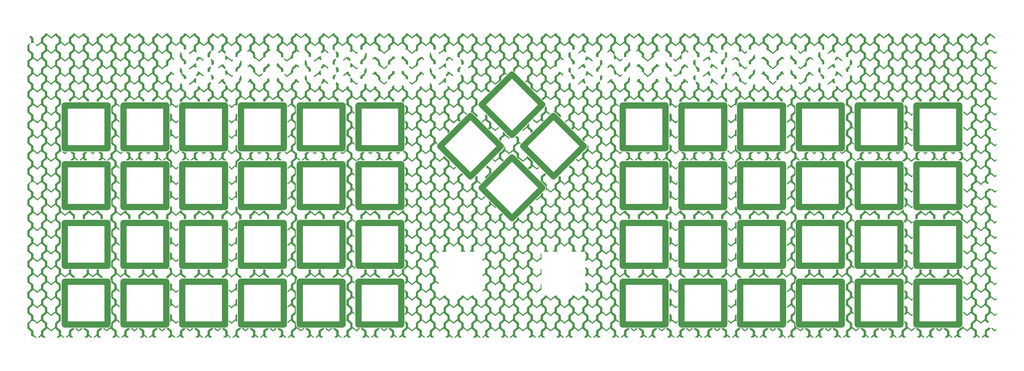
<source format=gtl>
G04 #@! TF.GenerationSoftware,KiCad,Pcbnew,(6.0.2)*
G04 #@! TF.CreationDate,2022-02-24T22:30:45+09:00*
G04 #@! TF.ProjectId,RoSoR,526f536f-522e-46b6-9963-61645f706362,rev?*
G04 #@! TF.SameCoordinates,Original*
G04 #@! TF.FileFunction,Copper,L1,Top*
G04 #@! TF.FilePolarity,Positive*
%FSLAX46Y46*%
G04 Gerber Fmt 4.6, Leading zero omitted, Abs format (unit mm)*
G04 Created by KiCad (PCBNEW (6.0.2)) date 2022-02-24 22:30:45*
%MOMM*%
%LPD*%
G01*
G04 APERTURE LIST*
G04 Aperture macros list*
%AMHorizOval*
0 Thick line with rounded ends*
0 $1 width*
0 $2 $3 position (X,Y) of the first rounded end (center of the circle)*
0 $4 $5 position (X,Y) of the second rounded end (center of the circle)*
0 Add line between two ends*
20,1,$1,$2,$3,$4,$5,0*
0 Add two circle primitives to create the rounded ends*
1,1,$1,$2,$3*
1,1,$1,$4,$5*%
G04 Aperture macros list end*
G04 #@! TA.AperFunction,ComponentPad*
%ADD10O,2.000000X15.900000*%
G04 #@! TD*
G04 #@! TA.AperFunction,ComponentPad*
%ADD11O,15.900000X2.000000*%
G04 #@! TD*
G04 #@! TA.AperFunction,ComponentPad*
%ADD12HorizOval,2.000000X4.914392X4.914392X-4.914392X-4.914392X0*%
G04 #@! TD*
G04 #@! TA.AperFunction,ComponentPad*
%ADD13HorizOval,2.000000X-4.914392X4.914392X4.914392X-4.914392X0*%
G04 #@! TD*
G04 APERTURE END LIST*
D10*
X245462500Y-47625000D03*
X259362500Y-47625000D03*
D11*
X252412500Y-40675000D03*
X252412500Y-54575000D03*
D12*
X180005993Y-49037243D03*
X189834777Y-58866027D03*
D13*
X189834777Y-49037243D03*
X180005993Y-58866027D03*
D10*
X45437500Y-47625000D03*
D11*
X52387500Y-54575000D03*
X52387500Y-40675000D03*
D10*
X59337500Y-47625000D03*
D11*
X290512500Y-54575000D03*
D10*
X297462500Y-47625000D03*
D11*
X290512500Y-40675000D03*
D10*
X283562500Y-47625000D03*
D11*
X214312500Y-78775000D03*
X214312500Y-92675000D03*
D10*
X207362500Y-85725000D03*
X221262500Y-85725000D03*
X102587500Y-85725000D03*
D11*
X109537500Y-78775000D03*
D10*
X116487500Y-85725000D03*
D11*
X109537500Y-92675000D03*
D10*
X40287500Y-85725000D03*
X26387500Y-85725000D03*
D11*
X33337500Y-78775000D03*
X33337500Y-92675000D03*
D10*
X278412500Y-85725000D03*
D11*
X271462500Y-92675000D03*
D10*
X264512500Y-85725000D03*
D11*
X271462500Y-78775000D03*
X252412500Y-78775000D03*
X252412500Y-92675000D03*
D10*
X259362500Y-85725000D03*
X245462500Y-85725000D03*
D11*
X71437500Y-59725000D03*
X71437500Y-73625000D03*
D10*
X78387500Y-66675000D03*
X64487500Y-66675000D03*
D11*
X252412500Y-97825000D03*
X252412500Y-111725000D03*
D10*
X245462500Y-104775000D03*
X259362500Y-104775000D03*
X135537500Y-66675000D03*
X121637500Y-66675000D03*
D11*
X128587500Y-59725000D03*
X128587500Y-73625000D03*
X90487500Y-111725000D03*
X90487500Y-97825000D03*
D10*
X97437500Y-104775000D03*
X83537500Y-104775000D03*
X297462500Y-85725000D03*
X283562500Y-85725000D03*
D11*
X290512500Y-92675000D03*
X290512500Y-78775000D03*
D10*
X78387500Y-47625000D03*
D11*
X71437500Y-54575000D03*
D10*
X64487500Y-47625000D03*
D11*
X71437500Y-40675000D03*
D10*
X226412500Y-47625000D03*
D11*
X233362500Y-40675000D03*
D10*
X240312500Y-47625000D03*
D11*
X233362500Y-54575000D03*
X309562500Y-78775000D03*
D10*
X316512500Y-85725000D03*
X302612500Y-85725000D03*
D11*
X309562500Y-92675000D03*
X309562500Y-97825000D03*
X309562500Y-111725000D03*
D10*
X316512500Y-104775000D03*
X302612500Y-104775000D03*
D11*
X233362500Y-73625000D03*
D10*
X240312500Y-66675000D03*
X226412500Y-66675000D03*
D11*
X233362500Y-59725000D03*
X233362500Y-97825000D03*
D10*
X226412500Y-104775000D03*
D11*
X233362500Y-111725000D03*
D10*
X240312500Y-104775000D03*
X26387500Y-47625000D03*
D11*
X33337500Y-40675000D03*
X33337500Y-54575000D03*
D10*
X40287500Y-47625000D03*
X59337500Y-85725000D03*
D11*
X52387500Y-92675000D03*
D10*
X45437500Y-85725000D03*
D11*
X52387500Y-78775000D03*
X271462500Y-54575000D03*
X271462500Y-40675000D03*
D10*
X264512500Y-47625000D03*
X278412500Y-47625000D03*
D11*
X309562500Y-73625000D03*
X309562500Y-59725000D03*
D10*
X302612500Y-66675000D03*
X316512500Y-66675000D03*
D13*
X166535608Y-45395642D03*
D12*
X176364392Y-45395642D03*
D13*
X176364392Y-35566858D03*
D12*
X166535608Y-35566858D03*
D11*
X128587500Y-40675000D03*
D10*
X121637500Y-47625000D03*
D11*
X128587500Y-54575000D03*
D10*
X135537500Y-47625000D03*
D11*
X109537500Y-111725000D03*
X109537500Y-97825000D03*
D10*
X102587500Y-104775000D03*
X116487500Y-104775000D03*
D11*
X52387500Y-73625000D03*
D10*
X45437500Y-66675000D03*
D11*
X52387500Y-59725000D03*
D10*
X59337500Y-66675000D03*
D11*
X109537500Y-73625000D03*
D10*
X102587500Y-66675000D03*
X116487500Y-66675000D03*
D11*
X109537500Y-59725000D03*
D13*
X162894008Y-49037243D03*
D12*
X153065224Y-49037243D03*
X162894008Y-58866027D03*
D13*
X153065224Y-58866027D03*
D10*
X221262500Y-47625000D03*
D11*
X214312500Y-40675000D03*
D10*
X207362500Y-47625000D03*
D11*
X214312500Y-54575000D03*
D10*
X64487500Y-85725000D03*
D11*
X71437500Y-78775000D03*
D10*
X78387500Y-85725000D03*
D11*
X71437500Y-92675000D03*
D10*
X245462500Y-66675000D03*
D11*
X252412500Y-59725000D03*
X252412500Y-73625000D03*
D10*
X259362500Y-66675000D03*
D11*
X271462500Y-97825000D03*
D10*
X278412500Y-104775000D03*
X264512500Y-104775000D03*
D11*
X271462500Y-111725000D03*
X290512500Y-59725000D03*
X290512500Y-73625000D03*
D10*
X283562500Y-66675000D03*
X297462500Y-66675000D03*
X297462500Y-104775000D03*
X283562500Y-104775000D03*
D11*
X290512500Y-97825000D03*
X290512500Y-111725000D03*
D10*
X78387500Y-104775000D03*
D11*
X71437500Y-111725000D03*
X71437500Y-97825000D03*
D10*
X64487500Y-104775000D03*
D11*
X214312500Y-111725000D03*
X214312500Y-97825000D03*
D10*
X221262500Y-104775000D03*
X207362500Y-104775000D03*
X302612500Y-47625000D03*
D11*
X309562500Y-54575000D03*
D10*
X316512500Y-47625000D03*
D11*
X309562500Y-40675000D03*
X90487500Y-59725000D03*
D10*
X83537500Y-66675000D03*
X97437500Y-66675000D03*
D11*
X90487500Y-73625000D03*
D10*
X207362500Y-66675000D03*
D11*
X214312500Y-59725000D03*
D10*
X221262500Y-66675000D03*
D11*
X214312500Y-73625000D03*
X109537500Y-40675000D03*
X109537500Y-54575000D03*
D10*
X102587500Y-47625000D03*
X116487500Y-47625000D03*
D11*
X90487500Y-92675000D03*
X90487500Y-78775000D03*
D10*
X97437500Y-85725000D03*
X83537500Y-85725000D03*
D11*
X128587500Y-78775000D03*
X128587500Y-92675000D03*
D10*
X121637500Y-85725000D03*
X135537500Y-85725000D03*
D11*
X33337500Y-59725000D03*
D10*
X26387500Y-66675000D03*
D11*
X33337500Y-73625000D03*
D10*
X40287500Y-66675000D03*
X121637500Y-104775000D03*
D11*
X128587500Y-97825000D03*
D10*
X135537500Y-104775000D03*
D11*
X128587500Y-111725000D03*
D10*
X40287500Y-104775000D03*
D11*
X33337500Y-97825000D03*
D10*
X26387500Y-104775000D03*
D11*
X33337500Y-111725000D03*
X90487500Y-54575000D03*
X90487500Y-40675000D03*
D10*
X83537500Y-47625000D03*
X97437500Y-47625000D03*
D11*
X52387500Y-97825000D03*
D10*
X59337500Y-104775000D03*
X45437500Y-104775000D03*
D11*
X52387500Y-111725000D03*
D13*
X176364392Y-62507627D03*
D12*
X176364392Y-72336411D03*
X166535608Y-62507627D03*
D13*
X166535608Y-72336411D03*
D10*
X240312500Y-85725000D03*
D11*
X233362500Y-92675000D03*
X233362500Y-78775000D03*
D10*
X226412500Y-85725000D03*
X278412500Y-66675000D03*
D11*
X271462500Y-73625000D03*
X271462500Y-59725000D03*
D10*
X264512500Y-66675000D03*
G04 #@! TA.AperFunction,NonConductor*
G36*
X15399291Y-18074924D02*
G01*
X15427420Y-18091936D01*
X16202712Y-18712170D01*
X16243410Y-18770343D01*
X16250000Y-18810559D01*
X16250000Y-20000000D01*
X16258006Y-20006405D01*
X16258007Y-20006406D01*
X16539586Y-20231669D01*
X16580284Y-20289842D01*
X16583070Y-20360784D01*
X16547060Y-20421971D01*
X16483687Y-20453976D01*
X16414182Y-20447087D01*
X16408390Y-20444776D01*
X16408384Y-20444774D01*
X16403017Y-20442633D01*
X16397349Y-20441506D01*
X16397347Y-20441505D01*
X16201391Y-20402527D01*
X16201386Y-20402527D01*
X16195723Y-20401400D01*
X16189948Y-20401324D01*
X16189944Y-20401324D01*
X16083872Y-20399936D01*
X15984385Y-20398633D01*
X15978688Y-20399612D01*
X15978687Y-20399612D01*
X15968724Y-20401324D01*
X15776083Y-20434426D01*
X15577791Y-20507580D01*
X15572821Y-20510537D01*
X15571852Y-20510999D01*
X15501756Y-20522272D01*
X15436693Y-20493859D01*
X15397319Y-20434781D01*
X15396136Y-20363794D01*
X15438895Y-20298884D01*
X15500000Y-20250000D01*
X15500000Y-19000000D01*
X14987163Y-18589731D01*
X14946466Y-18531559D01*
X14943680Y-18460617D01*
X14963115Y-18418431D01*
X14964500Y-18416479D01*
X14973310Y-18405431D01*
X15184320Y-18169311D01*
X15194312Y-18159320D01*
X15264749Y-18096374D01*
X15328871Y-18065896D01*
X15399291Y-18074924D01*
G37*
G04 #@! TD.AperFunction*
G04 #@! TA.AperFunction,NonConductor*
G36*
X298868329Y-40544663D02*
G01*
X299702712Y-41212170D01*
X299743410Y-41270343D01*
X299750000Y-41310559D01*
X299750000Y-42500000D01*
X299758006Y-42506405D01*
X299758007Y-42506406D01*
X300006247Y-42704998D01*
X301000000Y-43500000D01*
X301008426Y-43493259D01*
X301008427Y-43493259D01*
X301207289Y-43334169D01*
X301272977Y-43307234D01*
X301342800Y-43320088D01*
X301394590Y-43368651D01*
X301412000Y-43432559D01*
X301412000Y-43609841D01*
X301391998Y-43677962D01*
X301364712Y-43708230D01*
X301078712Y-43937030D01*
X301013023Y-43963966D01*
X300943200Y-43951112D01*
X300921288Y-43937030D01*
X300212000Y-43369600D01*
X299750000Y-43000000D01*
X299528958Y-43176834D01*
X298867712Y-43705830D01*
X298802023Y-43732766D01*
X298732200Y-43719912D01*
X298680410Y-43671349D01*
X298663000Y-43607441D01*
X298663000Y-43080159D01*
X298683002Y-43012038D01*
X298710288Y-42981770D01*
X298985855Y-42761316D01*
X299000000Y-42750000D01*
X299000000Y-41500000D01*
X298991994Y-41493595D01*
X298991993Y-41493594D01*
X298710288Y-41268230D01*
X298669590Y-41210057D01*
X298663000Y-41169841D01*
X298663000Y-40690149D01*
X298663011Y-40688498D01*
X298663628Y-40641401D01*
X298684520Y-40573549D01*
X298738781Y-40527763D01*
X298809181Y-40518580D01*
X298868329Y-40544663D01*
G37*
G04 #@! TD.AperFunction*
G04 #@! TA.AperFunction,NonConductor*
G36*
X60742712Y-43344170D02*
G01*
X61202712Y-43712170D01*
X61243410Y-43770343D01*
X61250000Y-43810559D01*
X61250000Y-45000000D01*
X61258006Y-45006405D01*
X61258007Y-45006406D01*
X61513000Y-45210400D01*
X62500000Y-46000000D01*
X63082290Y-45534168D01*
X63147977Y-45507234D01*
X63217800Y-45520088D01*
X63269590Y-45568651D01*
X63287000Y-45632559D01*
X63287000Y-45809841D01*
X63266998Y-45877962D01*
X63239712Y-45908230D01*
X62578712Y-46437030D01*
X62513023Y-46463966D01*
X62443200Y-46451112D01*
X62421288Y-46437030D01*
X61688000Y-45850400D01*
X61250000Y-45500000D01*
X60742710Y-45905832D01*
X60677023Y-45932766D01*
X60607200Y-45919912D01*
X60555410Y-45871349D01*
X60538000Y-45807441D01*
X60538000Y-43442559D01*
X60558002Y-43374438D01*
X60611658Y-43327945D01*
X60681932Y-43317841D01*
X60742712Y-43344170D01*
G37*
G04 #@! TD.AperFunction*
G04 #@! TA.AperFunction,NonConductor*
G36*
X244192800Y-43490088D02*
G01*
X244244590Y-43538651D01*
X244262000Y-43602559D01*
X244262000Y-45647441D01*
X244241998Y-45715562D01*
X244188342Y-45762055D01*
X244118068Y-45772159D01*
X244057289Y-45745831D01*
X243764148Y-45511318D01*
X243764147Y-45511318D01*
X243750000Y-45500000D01*
X243490699Y-45707441D01*
X242578712Y-46437030D01*
X242513023Y-46463966D01*
X242443200Y-46451112D01*
X242421288Y-46437030D01*
X241560288Y-45748230D01*
X241519590Y-45690057D01*
X241513000Y-45649841D01*
X241513000Y-45472559D01*
X241533002Y-45404438D01*
X241586658Y-45357945D01*
X241656932Y-45347841D01*
X241717712Y-45374170D01*
X241862301Y-45489841D01*
X242500000Y-46000000D01*
X243750000Y-45000000D01*
X243750000Y-43810559D01*
X243770002Y-43742438D01*
X243797288Y-43712170D01*
X244057288Y-43504170D01*
X244122977Y-43477234D01*
X244192800Y-43490088D01*
G37*
G04 #@! TD.AperFunction*
G04 #@! TA.AperFunction,NonConductor*
G36*
X222667712Y-43284170D02*
G01*
X223202712Y-43712170D01*
X223243410Y-43770343D01*
X223250000Y-43810559D01*
X223250000Y-45000000D01*
X223258006Y-45006405D01*
X223258007Y-45006406D01*
X223513000Y-45210400D01*
X224500000Y-46000000D01*
X225007290Y-45594168D01*
X225072977Y-45567234D01*
X225142800Y-45580088D01*
X225194590Y-45628651D01*
X225212000Y-45692559D01*
X225212000Y-45869841D01*
X225191998Y-45937962D01*
X225164712Y-45968230D01*
X224578712Y-46437030D01*
X224513023Y-46463966D01*
X224443200Y-46451112D01*
X224421288Y-46437030D01*
X223688000Y-45850400D01*
X223250000Y-45500000D01*
X222667710Y-45965832D01*
X222602023Y-45992766D01*
X222532200Y-45979912D01*
X222480410Y-45931349D01*
X222463000Y-45867441D01*
X222463000Y-45333684D01*
X222485757Y-45261456D01*
X222485855Y-45261316D01*
X222500000Y-45250000D01*
X222500000Y-44000000D01*
X222493048Y-43994438D01*
X222491560Y-43989372D01*
X222464658Y-43933399D01*
X222463000Y-43913023D01*
X222463000Y-43382559D01*
X222483002Y-43314438D01*
X222536658Y-43267945D01*
X222606932Y-43257841D01*
X222667712Y-43284170D01*
G37*
G04 #@! TD.AperFunction*
G04 #@! TA.AperFunction,NonConductor*
G36*
X82267800Y-43430088D02*
G01*
X82319590Y-43478651D01*
X82337000Y-43542559D01*
X82337000Y-45707441D01*
X82316998Y-45775562D01*
X82263342Y-45822055D01*
X82193068Y-45832159D01*
X82132290Y-45805832D01*
X81750000Y-45500000D01*
X81490699Y-45707441D01*
X80578712Y-46437030D01*
X80513023Y-46463966D01*
X80443200Y-46451112D01*
X80421288Y-46437030D01*
X79635288Y-45808230D01*
X79594590Y-45750057D01*
X79588000Y-45709841D01*
X79588000Y-45532559D01*
X79608002Y-45464438D01*
X79661658Y-45417945D01*
X79731932Y-45407841D01*
X79792712Y-45434170D01*
X79917711Y-45534169D01*
X80500000Y-46000000D01*
X81750000Y-45000000D01*
X81750000Y-43810559D01*
X81770002Y-43742438D01*
X81797288Y-43712170D01*
X82132288Y-43444170D01*
X82197977Y-43417234D01*
X82267800Y-43430088D01*
G37*
G04 #@! TD.AperFunction*
G04 #@! TA.AperFunction,NonConductor*
G36*
X298867712Y-45544170D02*
G01*
X299702712Y-46212170D01*
X299743410Y-46270343D01*
X299750000Y-46310559D01*
X299750000Y-47500000D01*
X299758006Y-47506405D01*
X299758007Y-47506406D01*
X300009061Y-47707249D01*
X301000000Y-48500000D01*
X301008426Y-48493259D01*
X301008427Y-48493259D01*
X301207289Y-48334169D01*
X301272977Y-48307234D01*
X301342800Y-48320088D01*
X301394590Y-48368651D01*
X301412000Y-48432559D01*
X301412000Y-48609841D01*
X301391998Y-48677962D01*
X301364712Y-48708230D01*
X301078712Y-48937030D01*
X301013023Y-48963966D01*
X300943200Y-48951112D01*
X300921288Y-48937030D01*
X300212000Y-48369600D01*
X299750000Y-48000000D01*
X299587699Y-48129841D01*
X298867712Y-48705830D01*
X298802023Y-48732766D01*
X298732200Y-48719912D01*
X298680410Y-48671349D01*
X298663000Y-48607441D01*
X298663000Y-48080159D01*
X298683002Y-48012038D01*
X298710288Y-47981770D01*
X298985855Y-47761316D01*
X299000000Y-47750000D01*
X299000000Y-46500000D01*
X298991994Y-46493595D01*
X298991993Y-46493594D01*
X298710288Y-46268230D01*
X298669590Y-46210057D01*
X298663000Y-46169841D01*
X298663000Y-45642559D01*
X298683002Y-45574438D01*
X298736658Y-45527945D01*
X298806932Y-45517841D01*
X298867712Y-45544170D01*
G37*
G04 #@! TD.AperFunction*
G04 #@! TA.AperFunction,NonConductor*
G36*
X244192800Y-48490088D02*
G01*
X244244590Y-48538651D01*
X244262000Y-48602559D01*
X244262000Y-50647441D01*
X244241998Y-50715562D01*
X244188342Y-50762055D01*
X244118068Y-50772159D01*
X244057289Y-50745831D01*
X243764148Y-50511318D01*
X243764147Y-50511318D01*
X243750000Y-50500000D01*
X243490699Y-50707441D01*
X242578712Y-51437030D01*
X242513023Y-51463966D01*
X242443200Y-51451112D01*
X242421288Y-51437030D01*
X241560288Y-50748230D01*
X241519590Y-50690057D01*
X241513000Y-50649841D01*
X241513000Y-50472559D01*
X241533002Y-50404438D01*
X241586658Y-50357945D01*
X241656932Y-50347841D01*
X241717712Y-50374170D01*
X241862301Y-50489841D01*
X242500000Y-51000000D01*
X243750000Y-50000000D01*
X243750000Y-48810559D01*
X243770002Y-48742438D01*
X243797288Y-48712170D01*
X244057288Y-48504170D01*
X244122977Y-48477234D01*
X244192800Y-48490088D01*
G37*
G04 #@! TD.AperFunction*
G04 #@! TA.AperFunction,NonConductor*
G36*
X60742712Y-48344170D02*
G01*
X61202712Y-48712170D01*
X61243410Y-48770343D01*
X61250000Y-48810559D01*
X61250000Y-50000000D01*
X61258006Y-50006405D01*
X61258007Y-50006406D01*
X61513000Y-50210400D01*
X62500000Y-51000000D01*
X63082290Y-50534168D01*
X63147977Y-50507234D01*
X63217800Y-50520088D01*
X63269590Y-50568651D01*
X63287000Y-50632559D01*
X63287000Y-50809841D01*
X63266998Y-50877962D01*
X63239712Y-50908230D01*
X62578712Y-51437030D01*
X62513023Y-51463966D01*
X62443200Y-51451112D01*
X62421288Y-51437030D01*
X61688000Y-50850400D01*
X61250000Y-50500000D01*
X60742710Y-50905832D01*
X60677023Y-50932766D01*
X60607200Y-50919912D01*
X60555410Y-50871349D01*
X60538000Y-50807441D01*
X60538000Y-48442559D01*
X60558002Y-48374438D01*
X60611658Y-48327945D01*
X60681932Y-48317841D01*
X60742712Y-48344170D01*
G37*
G04 #@! TD.AperFunction*
G04 #@! TA.AperFunction,NonConductor*
G36*
X82267800Y-48430088D02*
G01*
X82319590Y-48478651D01*
X82337000Y-48542559D01*
X82337000Y-50707441D01*
X82316998Y-50775562D01*
X82263342Y-50822055D01*
X82193068Y-50832159D01*
X82132290Y-50805832D01*
X81750000Y-50500000D01*
X81490699Y-50707441D01*
X80578712Y-51437030D01*
X80513023Y-51463966D01*
X80443200Y-51451112D01*
X80421288Y-51437030D01*
X79635288Y-50808230D01*
X79594590Y-50750057D01*
X79588000Y-50709841D01*
X79588000Y-50532559D01*
X79608002Y-50464438D01*
X79661658Y-50417945D01*
X79731932Y-50407841D01*
X79792712Y-50434170D01*
X79917711Y-50534169D01*
X80500000Y-51000000D01*
X81750000Y-50000000D01*
X81750000Y-48810559D01*
X81770002Y-48742438D01*
X81797288Y-48712170D01*
X82132288Y-48444170D01*
X82197977Y-48417234D01*
X82267800Y-48430088D01*
G37*
G04 #@! TD.AperFunction*
G04 #@! TA.AperFunction,NonConductor*
G36*
X222667712Y-48284170D02*
G01*
X223202712Y-48712170D01*
X223243410Y-48770343D01*
X223250000Y-48810559D01*
X223250000Y-50000000D01*
X223258006Y-50006405D01*
X223258007Y-50006406D01*
X223513000Y-50210400D01*
X224500000Y-51000000D01*
X225007290Y-50594168D01*
X225072977Y-50567234D01*
X225142800Y-50580088D01*
X225194590Y-50628651D01*
X225212000Y-50692559D01*
X225212000Y-50869841D01*
X225191998Y-50937962D01*
X225164712Y-50968230D01*
X224578712Y-51437030D01*
X224513023Y-51463966D01*
X224443200Y-51451112D01*
X224421288Y-51437030D01*
X223688000Y-50850400D01*
X223250000Y-50500000D01*
X222667710Y-50965832D01*
X222602023Y-50992766D01*
X222532200Y-50979912D01*
X222480410Y-50931349D01*
X222463000Y-50867441D01*
X222463000Y-50333684D01*
X222485757Y-50261456D01*
X222485855Y-50261316D01*
X222500000Y-50250000D01*
X222500000Y-49000000D01*
X222493048Y-48994438D01*
X222491560Y-48989372D01*
X222464658Y-48933399D01*
X222463000Y-48913023D01*
X222463000Y-48382559D01*
X222483002Y-48314438D01*
X222536658Y-48267945D01*
X222606932Y-48257841D01*
X222667712Y-48284170D01*
G37*
G04 #@! TD.AperFunction*
G04 #@! TA.AperFunction,NonConductor*
G36*
X298867712Y-50544170D02*
G01*
X299702712Y-51212170D01*
X299743410Y-51270343D01*
X299750000Y-51310559D01*
X299750000Y-52500000D01*
X301000000Y-53500000D01*
X301008426Y-53493259D01*
X301008427Y-53493259D01*
X301207289Y-53334169D01*
X301272977Y-53307234D01*
X301342800Y-53320088D01*
X301394590Y-53368651D01*
X301412000Y-53432559D01*
X301412000Y-53609841D01*
X301391998Y-53677962D01*
X301364712Y-53708230D01*
X301078712Y-53937030D01*
X301013023Y-53963966D01*
X300943200Y-53951112D01*
X300921288Y-53937030D01*
X300212000Y-53369600D01*
X299750000Y-53000000D01*
X299612000Y-53110400D01*
X298867712Y-53705830D01*
X298802023Y-53732766D01*
X298732200Y-53719912D01*
X298680410Y-53671349D01*
X298663000Y-53607441D01*
X298663000Y-53080159D01*
X298683002Y-53012038D01*
X298710288Y-52981770D01*
X298985855Y-52761316D01*
X299000000Y-52750000D01*
X299000000Y-51500000D01*
X298991994Y-51493595D01*
X298991993Y-51493594D01*
X298710288Y-51268230D01*
X298669590Y-51210057D01*
X298663000Y-51169841D01*
X298663000Y-50642559D01*
X298683002Y-50574438D01*
X298736658Y-50527945D01*
X298806932Y-50517841D01*
X298867712Y-50544170D01*
G37*
G04 #@! TD.AperFunction*
G04 #@! TA.AperFunction,NonConductor*
G36*
X107243298Y-55795502D02*
G01*
X107253887Y-55803109D01*
X107500000Y-56000000D01*
X107746112Y-55803111D01*
X107811800Y-55776175D01*
X107824823Y-55775500D01*
X108046427Y-55775500D01*
X108114548Y-55795502D01*
X108161041Y-55849158D01*
X108171145Y-55919432D01*
X108141651Y-55984012D01*
X108125146Y-55999883D01*
X107578710Y-56437032D01*
X107513023Y-56463966D01*
X107443200Y-56451112D01*
X107421292Y-56437033D01*
X106874859Y-55999887D01*
X106834163Y-55941716D01*
X106831377Y-55870774D01*
X106867387Y-55809587D01*
X106930760Y-55777582D01*
X106953573Y-55775500D01*
X107175177Y-55775500D01*
X107243298Y-55795502D01*
G37*
G04 #@! TD.AperFunction*
G04 #@! TA.AperFunction,NonConductor*
G36*
X25813770Y-55634834D02*
G01*
X25833203Y-55644853D01*
X25835268Y-55646156D01*
X25835271Y-55646157D01*
X25840150Y-55649236D01*
X25875141Y-55663196D01*
X25878039Y-55664352D01*
X25890014Y-55669872D01*
X25926120Y-55688869D01*
X25966039Y-55701264D01*
X25981704Y-55706128D01*
X25991027Y-55709429D01*
X26045079Y-55730994D01*
X26078094Y-55737561D01*
X26085082Y-55738951D01*
X26097864Y-55742197D01*
X26121004Y-55749382D01*
X26136833Y-55754297D01*
X26166827Y-55757847D01*
X26230730Y-55784585D01*
X26485853Y-55988684D01*
X26485857Y-55988686D01*
X26500000Y-56000000D01*
X26746112Y-55803111D01*
X26811800Y-55776175D01*
X26824823Y-55775500D01*
X27046427Y-55775500D01*
X27114548Y-55795502D01*
X27161041Y-55849158D01*
X27171145Y-55919432D01*
X27141651Y-55984012D01*
X27125146Y-55999883D01*
X26578710Y-56437032D01*
X26513023Y-56463966D01*
X26443200Y-56451112D01*
X26421288Y-56437030D01*
X25687254Y-55849803D01*
X25646556Y-55791630D01*
X25643770Y-55720688D01*
X25679780Y-55659501D01*
X25743153Y-55627496D01*
X25813770Y-55634834D01*
G37*
G04 #@! TD.AperFunction*
G04 #@! TA.AperFunction,NonConductor*
G36*
X305243298Y-55795502D02*
G01*
X305253887Y-55803109D01*
X305500000Y-56000000D01*
X305746112Y-55803111D01*
X305811800Y-55776175D01*
X305824823Y-55775500D01*
X306046427Y-55775500D01*
X306114548Y-55795502D01*
X306161041Y-55849158D01*
X306171145Y-55919432D01*
X306141651Y-55984012D01*
X306125146Y-55999883D01*
X305578710Y-56437032D01*
X305513023Y-56463966D01*
X305443200Y-56451112D01*
X305421292Y-56437033D01*
X304874859Y-55999887D01*
X304834163Y-55941716D01*
X304831377Y-55870774D01*
X304867387Y-55809587D01*
X304930760Y-55777582D01*
X304953573Y-55775500D01*
X305175177Y-55775500D01*
X305243298Y-55795502D01*
G37*
G04 #@! TD.AperFunction*
G04 #@! TA.AperFunction,NonConductor*
G36*
X251243298Y-55795502D02*
G01*
X251253887Y-55803109D01*
X251500000Y-56000000D01*
X251746112Y-55803111D01*
X251811800Y-55776175D01*
X251824823Y-55775500D01*
X252046427Y-55775500D01*
X252114548Y-55795502D01*
X252161041Y-55849158D01*
X252171145Y-55919432D01*
X252141651Y-55984012D01*
X252125146Y-55999883D01*
X251578710Y-56437032D01*
X251513023Y-56463966D01*
X251443200Y-56451112D01*
X251421292Y-56437033D01*
X250874859Y-55999887D01*
X250834163Y-55941716D01*
X250831377Y-55870774D01*
X250867387Y-55809587D01*
X250930760Y-55777582D01*
X250953573Y-55775500D01*
X251175177Y-55775500D01*
X251243298Y-55795502D01*
G37*
G04 #@! TD.AperFunction*
G04 #@! TA.AperFunction,NonConductor*
G36*
X35243298Y-55795502D02*
G01*
X35253887Y-55803109D01*
X35500000Y-56000000D01*
X35746112Y-55803111D01*
X35811800Y-55776175D01*
X35824823Y-55775500D01*
X36046427Y-55775500D01*
X36114548Y-55795502D01*
X36161041Y-55849158D01*
X36171145Y-55919432D01*
X36141651Y-55984012D01*
X36125146Y-55999883D01*
X35578710Y-56437032D01*
X35513023Y-56463966D01*
X35443200Y-56451112D01*
X35421292Y-56437033D01*
X34874859Y-55999887D01*
X34834163Y-55941716D01*
X34831377Y-55870774D01*
X34867387Y-55809587D01*
X34930760Y-55777582D01*
X34953573Y-55775500D01*
X35175177Y-55775500D01*
X35243298Y-55795502D01*
G37*
G04 #@! TD.AperFunction*
G04 #@! TA.AperFunction,NonConductor*
G36*
X287243298Y-55795502D02*
G01*
X287253887Y-55803109D01*
X287500000Y-56000000D01*
X287746112Y-55803111D01*
X287811800Y-55776175D01*
X287824823Y-55775500D01*
X288046427Y-55775500D01*
X288114548Y-55795502D01*
X288161041Y-55849158D01*
X288171145Y-55919432D01*
X288141651Y-55984012D01*
X288125146Y-55999883D01*
X287578710Y-56437032D01*
X287513023Y-56463966D01*
X287443200Y-56451112D01*
X287421292Y-56437033D01*
X286874859Y-55999887D01*
X286834163Y-55941716D01*
X286831377Y-55870774D01*
X286867387Y-55809587D01*
X286930760Y-55777582D01*
X286953573Y-55775500D01*
X287175177Y-55775500D01*
X287243298Y-55795502D01*
G37*
G04 #@! TD.AperFunction*
G04 #@! TA.AperFunction,NonConductor*
G36*
X215243298Y-55795502D02*
G01*
X215253887Y-55803109D01*
X215500000Y-56000000D01*
X215746112Y-55803111D01*
X215811800Y-55776175D01*
X215824823Y-55775500D01*
X216046427Y-55775500D01*
X216114548Y-55795502D01*
X216161041Y-55849158D01*
X216171145Y-55919432D01*
X216141651Y-55984012D01*
X216125146Y-55999883D01*
X215578710Y-56437032D01*
X215513023Y-56463966D01*
X215443200Y-56451112D01*
X215421292Y-56437033D01*
X214874859Y-55999887D01*
X214834163Y-55941716D01*
X214831377Y-55870774D01*
X214867387Y-55809587D01*
X214930760Y-55777582D01*
X214953573Y-55775500D01*
X215175177Y-55775500D01*
X215243298Y-55795502D01*
G37*
G04 #@! TD.AperFunction*
G04 #@! TA.AperFunction,NonConductor*
G36*
X89243298Y-55795502D02*
G01*
X89253887Y-55803109D01*
X89500000Y-56000000D01*
X89746112Y-55803111D01*
X89811800Y-55776175D01*
X89824823Y-55775500D01*
X90046427Y-55775500D01*
X90114548Y-55795502D01*
X90161041Y-55849158D01*
X90171145Y-55919432D01*
X90141651Y-55984012D01*
X90125146Y-55999883D01*
X89578710Y-56437032D01*
X89513023Y-56463966D01*
X89443200Y-56451112D01*
X89421292Y-56437033D01*
X88874859Y-55999887D01*
X88834163Y-55941716D01*
X88831377Y-55870774D01*
X88867387Y-55809587D01*
X88930760Y-55777582D01*
X88953573Y-55775500D01*
X89175177Y-55775500D01*
X89243298Y-55795502D01*
G37*
G04 #@! TD.AperFunction*
G04 #@! TA.AperFunction,NonConductor*
G36*
X269243298Y-55795502D02*
G01*
X269253887Y-55803109D01*
X269500000Y-56000000D01*
X269746112Y-55803111D01*
X269811800Y-55776175D01*
X269824823Y-55775500D01*
X270046427Y-55775500D01*
X270114548Y-55795502D01*
X270161041Y-55849158D01*
X270171145Y-55919432D01*
X270141651Y-55984012D01*
X270125146Y-55999883D01*
X269578710Y-56437032D01*
X269513023Y-56463966D01*
X269443200Y-56451112D01*
X269421292Y-56437033D01*
X268874859Y-55999887D01*
X268834163Y-55941716D01*
X268831377Y-55870774D01*
X268867387Y-55809587D01*
X268930760Y-55777582D01*
X268953573Y-55775500D01*
X269175177Y-55775500D01*
X269243298Y-55795502D01*
G37*
G04 #@! TD.AperFunction*
G04 #@! TA.AperFunction,NonConductor*
G36*
X134243298Y-55795502D02*
G01*
X134253887Y-55803109D01*
X134500000Y-56000000D01*
X134746112Y-55803111D01*
X134811800Y-55776175D01*
X134824823Y-55775500D01*
X135046427Y-55775500D01*
X135114548Y-55795502D01*
X135161041Y-55849158D01*
X135171145Y-55919432D01*
X135141651Y-55984012D01*
X135125146Y-55999883D01*
X134578710Y-56437032D01*
X134513023Y-56463966D01*
X134443200Y-56451112D01*
X134421292Y-56437033D01*
X133874859Y-55999887D01*
X133834163Y-55941716D01*
X133831377Y-55870774D01*
X133867387Y-55809587D01*
X133930760Y-55777582D01*
X133953573Y-55775500D01*
X134175177Y-55775500D01*
X134243298Y-55795502D01*
G37*
G04 #@! TD.AperFunction*
G04 #@! TA.AperFunction,NonConductor*
G36*
X53243298Y-55795502D02*
G01*
X53253887Y-55803109D01*
X53500000Y-56000000D01*
X53746112Y-55803111D01*
X53811800Y-55776175D01*
X53824823Y-55775500D01*
X54046427Y-55775500D01*
X54114548Y-55795502D01*
X54161041Y-55849158D01*
X54171145Y-55919432D01*
X54141651Y-55984012D01*
X54125146Y-55999883D01*
X53578710Y-56437032D01*
X53513023Y-56463966D01*
X53443200Y-56451112D01*
X53421292Y-56437033D01*
X52874859Y-55999887D01*
X52834163Y-55941716D01*
X52831377Y-55870774D01*
X52867387Y-55809587D01*
X52930760Y-55777582D01*
X52953573Y-55775500D01*
X53175177Y-55775500D01*
X53243298Y-55795502D01*
G37*
G04 #@! TD.AperFunction*
G04 #@! TA.AperFunction,NonConductor*
G36*
X71243298Y-55795502D02*
G01*
X71253887Y-55803109D01*
X71500000Y-56000000D01*
X71746112Y-55803111D01*
X71811800Y-55776175D01*
X71824823Y-55775500D01*
X72046427Y-55775500D01*
X72114548Y-55795502D01*
X72161041Y-55849158D01*
X72171145Y-55919432D01*
X72141651Y-55984012D01*
X72125146Y-55999883D01*
X71578710Y-56437032D01*
X71513023Y-56463966D01*
X71443200Y-56451112D01*
X71421292Y-56437033D01*
X70874859Y-55999887D01*
X70834163Y-55941716D01*
X70831377Y-55870774D01*
X70867387Y-55809587D01*
X70930760Y-55777582D01*
X70953573Y-55775500D01*
X71175177Y-55775500D01*
X71243298Y-55795502D01*
G37*
G04 #@! TD.AperFunction*
G04 #@! TA.AperFunction,NonConductor*
G36*
X296243298Y-55795502D02*
G01*
X296253887Y-55803109D01*
X296500000Y-56000000D01*
X296746112Y-55803111D01*
X296811800Y-55776175D01*
X296824823Y-55775500D01*
X297046427Y-55775500D01*
X297114548Y-55795502D01*
X297161041Y-55849158D01*
X297171145Y-55919432D01*
X297141651Y-55984012D01*
X297125146Y-55999883D01*
X296578710Y-56437032D01*
X296513023Y-56463966D01*
X296443200Y-56451112D01*
X296421292Y-56437033D01*
X295874859Y-55999887D01*
X295834163Y-55941716D01*
X295831377Y-55870774D01*
X295867387Y-55809587D01*
X295930760Y-55777582D01*
X295953573Y-55775500D01*
X296175177Y-55775500D01*
X296243298Y-55795502D01*
G37*
G04 #@! TD.AperFunction*
G04 #@! TA.AperFunction,NonConductor*
G36*
X314243298Y-55795502D02*
G01*
X314253887Y-55803109D01*
X314500000Y-56000000D01*
X314746112Y-55803111D01*
X314811800Y-55776175D01*
X314824823Y-55775500D01*
X315046427Y-55775500D01*
X315114548Y-55795502D01*
X315161041Y-55849158D01*
X315171145Y-55919432D01*
X315141651Y-55984012D01*
X315125146Y-55999883D01*
X314578710Y-56437032D01*
X314513023Y-56463966D01*
X314443200Y-56451112D01*
X314421292Y-56437033D01*
X313874859Y-55999887D01*
X313834163Y-55941716D01*
X313831377Y-55870774D01*
X313867387Y-55809587D01*
X313930760Y-55777582D01*
X313953573Y-55775500D01*
X314175177Y-55775500D01*
X314243298Y-55795502D01*
G37*
G04 #@! TD.AperFunction*
G04 #@! TA.AperFunction,NonConductor*
G36*
X233243298Y-55795502D02*
G01*
X233253887Y-55803109D01*
X233500000Y-56000000D01*
X233746112Y-55803111D01*
X233811800Y-55776175D01*
X233824823Y-55775500D01*
X234046427Y-55775500D01*
X234114548Y-55795502D01*
X234161041Y-55849158D01*
X234171145Y-55919432D01*
X234141651Y-55984012D01*
X234125146Y-55999883D01*
X233578710Y-56437032D01*
X233513023Y-56463966D01*
X233443200Y-56451112D01*
X233421292Y-56437033D01*
X232874859Y-55999887D01*
X232834163Y-55941716D01*
X232831377Y-55870774D01*
X232867387Y-55809587D01*
X232930760Y-55777582D01*
X232953573Y-55775500D01*
X233175177Y-55775500D01*
X233243298Y-55795502D01*
G37*
G04 #@! TD.AperFunction*
G04 #@! TA.AperFunction,NonConductor*
G36*
X125243298Y-55795502D02*
G01*
X125253887Y-55803109D01*
X125500000Y-56000000D01*
X125746112Y-55803111D01*
X125811800Y-55776175D01*
X125824823Y-55775500D01*
X126046427Y-55775500D01*
X126114548Y-55795502D01*
X126161041Y-55849158D01*
X126171145Y-55919432D01*
X126141651Y-55984012D01*
X126125146Y-55999883D01*
X125578710Y-56437032D01*
X125513023Y-56463966D01*
X125443200Y-56451112D01*
X125421292Y-56437033D01*
X124874859Y-55999887D01*
X124834163Y-55941716D01*
X124831377Y-55870774D01*
X124867387Y-55809587D01*
X124930760Y-55777582D01*
X124953573Y-55775500D01*
X125175177Y-55775500D01*
X125243298Y-55795502D01*
G37*
G04 #@! TD.AperFunction*
G04 #@! TA.AperFunction,NonConductor*
G36*
X51614548Y-55795502D02*
G01*
X51661041Y-55849158D01*
X51671145Y-55919432D01*
X51641651Y-55984012D01*
X51625140Y-55999888D01*
X51000000Y-56500000D01*
X51000000Y-57750000D01*
X51686058Y-58298846D01*
X51687639Y-58300111D01*
X51728337Y-58358284D01*
X51731123Y-58429226D01*
X51695113Y-58490413D01*
X51631740Y-58522418D01*
X51608927Y-58524500D01*
X50949823Y-58524500D01*
X50881702Y-58504498D01*
X50871111Y-58496889D01*
X50250000Y-58000000D01*
X49628889Y-58496889D01*
X49563200Y-58523825D01*
X49550177Y-58524500D01*
X49328573Y-58524500D01*
X49260452Y-58504498D01*
X49213959Y-58450842D01*
X49203855Y-58380568D01*
X49233349Y-58315988D01*
X49249861Y-58300111D01*
X49251443Y-58298846D01*
X50250000Y-57500000D01*
X50250000Y-56310559D01*
X50270002Y-56242438D01*
X50297288Y-56212170D01*
X50645966Y-55933227D01*
X50808612Y-55803111D01*
X50874300Y-55776175D01*
X50887323Y-55775500D01*
X51546427Y-55775500D01*
X51614548Y-55795502D01*
G37*
G04 #@! TD.AperFunction*
G04 #@! TA.AperFunction,NonConductor*
G36*
X132614548Y-55795502D02*
G01*
X132661041Y-55849158D01*
X132671145Y-55919432D01*
X132641651Y-55984012D01*
X132625140Y-55999888D01*
X132000000Y-56500000D01*
X132000000Y-57750000D01*
X132686058Y-58298846D01*
X132687639Y-58300111D01*
X132728337Y-58358284D01*
X132731123Y-58429226D01*
X132695113Y-58490413D01*
X132631740Y-58522418D01*
X132608927Y-58524500D01*
X131949823Y-58524500D01*
X131881702Y-58504498D01*
X131871111Y-58496889D01*
X131250000Y-58000000D01*
X130628889Y-58496889D01*
X130563200Y-58523825D01*
X130550177Y-58524500D01*
X130328573Y-58524500D01*
X130260452Y-58504498D01*
X130213959Y-58450842D01*
X130203855Y-58380568D01*
X130233349Y-58315988D01*
X130249861Y-58300111D01*
X130251443Y-58298846D01*
X131250000Y-57500000D01*
X131250000Y-56310559D01*
X131270002Y-56242438D01*
X131297288Y-56212170D01*
X131645966Y-55933227D01*
X131808612Y-55803111D01*
X131874300Y-55776175D01*
X131887323Y-55775500D01*
X132546427Y-55775500D01*
X132614548Y-55795502D01*
G37*
G04 #@! TD.AperFunction*
G04 #@! TA.AperFunction,NonConductor*
G36*
X105614548Y-55795502D02*
G01*
X105661041Y-55849158D01*
X105671145Y-55919432D01*
X105641651Y-55984012D01*
X105625140Y-55999888D01*
X105000000Y-56500000D01*
X105000000Y-57750000D01*
X105686058Y-58298846D01*
X105687639Y-58300111D01*
X105728337Y-58358284D01*
X105731123Y-58429226D01*
X105695113Y-58490413D01*
X105631740Y-58522418D01*
X105608927Y-58524500D01*
X104949823Y-58524500D01*
X104881702Y-58504498D01*
X104871111Y-58496889D01*
X104250000Y-58000000D01*
X103628889Y-58496889D01*
X103563200Y-58523825D01*
X103550177Y-58524500D01*
X103328573Y-58524500D01*
X103260452Y-58504498D01*
X103213959Y-58450842D01*
X103203855Y-58380568D01*
X103233349Y-58315988D01*
X103249861Y-58300111D01*
X103251443Y-58298846D01*
X104250000Y-57500000D01*
X104250000Y-56310559D01*
X104270002Y-56242438D01*
X104297288Y-56212170D01*
X104645966Y-55933227D01*
X104808612Y-55803111D01*
X104874300Y-55776175D01*
X104887323Y-55775500D01*
X105546427Y-55775500D01*
X105614548Y-55795502D01*
G37*
G04 #@! TD.AperFunction*
G04 #@! TA.AperFunction,NonConductor*
G36*
X213614548Y-55795502D02*
G01*
X213661041Y-55849158D01*
X213671145Y-55919432D01*
X213641651Y-55984012D01*
X213625140Y-55999888D01*
X213000000Y-56500000D01*
X213000000Y-57750000D01*
X213686058Y-58298846D01*
X213687639Y-58300111D01*
X213728337Y-58358284D01*
X213731123Y-58429226D01*
X213695113Y-58490413D01*
X213631740Y-58522418D01*
X213608927Y-58524500D01*
X212949823Y-58524500D01*
X212881702Y-58504498D01*
X212871111Y-58496889D01*
X212250000Y-58000000D01*
X211628889Y-58496889D01*
X211563200Y-58523825D01*
X211550177Y-58524500D01*
X211328573Y-58524500D01*
X211260452Y-58504498D01*
X211213959Y-58450842D01*
X211203855Y-58380568D01*
X211233349Y-58315988D01*
X211249861Y-58300111D01*
X211251443Y-58298846D01*
X212250000Y-57500000D01*
X212250000Y-56310559D01*
X212270002Y-56242438D01*
X212297288Y-56212170D01*
X212645966Y-55933227D01*
X212808612Y-55803111D01*
X212874300Y-55776175D01*
X212887323Y-55775500D01*
X213546427Y-55775500D01*
X213614548Y-55795502D01*
G37*
G04 #@! TD.AperFunction*
G04 #@! TA.AperFunction,NonConductor*
G36*
X209180798Y-55795502D02*
G01*
X209191387Y-55803109D01*
X209354034Y-55933227D01*
X209702712Y-56212170D01*
X209743410Y-56270343D01*
X209750000Y-56310559D01*
X209750000Y-57500000D01*
X209758006Y-57506405D01*
X209758007Y-57506406D01*
X210062500Y-57750000D01*
X210748558Y-58298846D01*
X210750139Y-58300111D01*
X210790837Y-58358284D01*
X210793623Y-58429226D01*
X210757613Y-58490413D01*
X210694240Y-58522418D01*
X210671427Y-58524500D01*
X210449823Y-58524500D01*
X210381702Y-58504498D01*
X210371111Y-58496889D01*
X209750000Y-58000000D01*
X209128889Y-58496889D01*
X209063200Y-58523825D01*
X209050177Y-58524500D01*
X208391073Y-58524500D01*
X208322952Y-58504498D01*
X208276459Y-58450842D01*
X208266355Y-58380568D01*
X208295849Y-58315988D01*
X208312361Y-58300111D01*
X208313943Y-58298846D01*
X209000000Y-57750000D01*
X209000000Y-56500000D01*
X208991994Y-56493595D01*
X208991993Y-56493594D01*
X208374861Y-55999889D01*
X208334163Y-55941716D01*
X208331377Y-55870774D01*
X208367387Y-55809587D01*
X208430760Y-55777582D01*
X208453573Y-55775500D01*
X209112677Y-55775500D01*
X209180798Y-55795502D01*
G37*
G04 #@! TD.AperFunction*
G04 #@! TA.AperFunction,NonConductor*
G36*
X258614548Y-55795502D02*
G01*
X258661041Y-55849158D01*
X258671145Y-55919432D01*
X258641651Y-55984012D01*
X258625140Y-55999888D01*
X258000000Y-56500000D01*
X258000000Y-57750000D01*
X258686058Y-58298846D01*
X258687639Y-58300111D01*
X258728337Y-58358284D01*
X258731123Y-58429226D01*
X258695113Y-58490413D01*
X258631740Y-58522418D01*
X258608927Y-58524500D01*
X257949823Y-58524500D01*
X257881702Y-58504498D01*
X257871111Y-58496889D01*
X257250000Y-58000000D01*
X256628889Y-58496889D01*
X256563200Y-58523825D01*
X256550177Y-58524500D01*
X256328573Y-58524500D01*
X256260452Y-58504498D01*
X256213959Y-58450842D01*
X256203855Y-58380568D01*
X256233349Y-58315988D01*
X256249861Y-58300111D01*
X256251443Y-58298846D01*
X257250000Y-57500000D01*
X257250000Y-56310559D01*
X257270002Y-56242438D01*
X257297288Y-56212170D01*
X257645966Y-55933227D01*
X257808612Y-55803111D01*
X257874300Y-55776175D01*
X257887323Y-55775500D01*
X258546427Y-55775500D01*
X258614548Y-55795502D01*
G37*
G04 #@! TD.AperFunction*
G04 #@! TA.AperFunction,NonConductor*
G36*
X254180798Y-55795502D02*
G01*
X254191387Y-55803109D01*
X254354034Y-55933227D01*
X254702712Y-56212170D01*
X254743410Y-56270343D01*
X254750000Y-56310559D01*
X254750000Y-57500000D01*
X254758006Y-57506405D01*
X254758007Y-57506406D01*
X255062500Y-57750000D01*
X255748558Y-58298846D01*
X255750139Y-58300111D01*
X255790837Y-58358284D01*
X255793623Y-58429226D01*
X255757613Y-58490413D01*
X255694240Y-58522418D01*
X255671427Y-58524500D01*
X255449823Y-58524500D01*
X255381702Y-58504498D01*
X255371111Y-58496889D01*
X254750000Y-58000000D01*
X254128889Y-58496889D01*
X254063200Y-58523825D01*
X254050177Y-58524500D01*
X253391073Y-58524500D01*
X253322952Y-58504498D01*
X253276459Y-58450842D01*
X253266355Y-58380568D01*
X253295849Y-58315988D01*
X253312361Y-58300111D01*
X253313943Y-58298846D01*
X254000000Y-57750000D01*
X254000000Y-56500000D01*
X253991994Y-56493595D01*
X253991993Y-56493594D01*
X253374861Y-55999889D01*
X253334163Y-55941716D01*
X253331377Y-55870774D01*
X253367387Y-55809587D01*
X253430760Y-55777582D01*
X253453573Y-55775500D01*
X254112677Y-55775500D01*
X254180798Y-55795502D01*
G37*
G04 #@! TD.AperFunction*
G04 #@! TA.AperFunction,NonConductor*
G36*
X64474001Y-55775511D02*
G01*
X64582094Y-55776926D01*
X64587793Y-55775947D01*
X64588540Y-55775888D01*
X64598425Y-55775500D01*
X65112677Y-55775500D01*
X65180798Y-55795502D01*
X65191387Y-55803109D01*
X65354034Y-55933227D01*
X65702712Y-56212170D01*
X65743410Y-56270343D01*
X65750000Y-56310559D01*
X65750000Y-57500000D01*
X65758006Y-57506405D01*
X65758007Y-57506406D01*
X66062500Y-57750000D01*
X66748558Y-58298846D01*
X66750139Y-58300111D01*
X66790837Y-58358284D01*
X66793623Y-58429226D01*
X66757613Y-58490413D01*
X66694240Y-58522418D01*
X66671427Y-58524500D01*
X66449823Y-58524500D01*
X66381702Y-58504498D01*
X66371111Y-58496889D01*
X65750000Y-58000000D01*
X65128889Y-58496889D01*
X65063200Y-58523825D01*
X65050177Y-58524500D01*
X64502649Y-58524500D01*
X64501000Y-58524489D01*
X64392906Y-58523074D01*
X64392935Y-58520822D01*
X64333088Y-58508265D01*
X64282516Y-58458435D01*
X64266913Y-58389175D01*
X64291232Y-58322473D01*
X64313943Y-58298846D01*
X64985855Y-57761316D01*
X65000000Y-57750000D01*
X65000000Y-56500000D01*
X64991994Y-56493595D01*
X64991993Y-56493594D01*
X64374861Y-55999889D01*
X64334163Y-55941716D01*
X64331377Y-55870774D01*
X64367387Y-55809587D01*
X64430760Y-55777582D01*
X64453573Y-55775500D01*
X64472351Y-55775500D01*
X64474001Y-55775511D01*
G37*
G04 #@! TD.AperFunction*
G04 #@! TA.AperFunction,NonConductor*
G36*
X69614548Y-55795502D02*
G01*
X69661041Y-55849158D01*
X69671145Y-55919432D01*
X69641651Y-55984012D01*
X69625140Y-55999888D01*
X69000000Y-56500000D01*
X69000000Y-57750000D01*
X69686058Y-58298846D01*
X69687639Y-58300111D01*
X69728337Y-58358284D01*
X69731123Y-58429226D01*
X69695113Y-58490413D01*
X69631740Y-58522418D01*
X69608927Y-58524500D01*
X68949823Y-58524500D01*
X68881702Y-58504498D01*
X68871111Y-58496889D01*
X68250000Y-58000000D01*
X67628889Y-58496889D01*
X67563200Y-58523825D01*
X67550177Y-58524500D01*
X67328573Y-58524500D01*
X67260452Y-58504498D01*
X67213959Y-58450842D01*
X67203855Y-58380568D01*
X67233349Y-58315988D01*
X67249861Y-58300111D01*
X67251443Y-58298846D01*
X68250000Y-57500000D01*
X68250000Y-56310559D01*
X68270002Y-56242438D01*
X68297288Y-56212170D01*
X68645966Y-55933227D01*
X68808612Y-55803111D01*
X68874300Y-55776175D01*
X68887323Y-55775500D01*
X69546427Y-55775500D01*
X69614548Y-55795502D01*
G37*
G04 #@! TD.AperFunction*
G04 #@! TA.AperFunction,NonConductor*
G36*
X231614548Y-55795502D02*
G01*
X231661041Y-55849158D01*
X231671145Y-55919432D01*
X231641651Y-55984012D01*
X231625140Y-55999888D01*
X231000000Y-56500000D01*
X231000000Y-57750000D01*
X231686058Y-58298846D01*
X231687639Y-58300111D01*
X231728337Y-58358284D01*
X231731123Y-58429226D01*
X231695113Y-58490413D01*
X231631740Y-58522418D01*
X231608927Y-58524500D01*
X230949823Y-58524500D01*
X230881702Y-58504498D01*
X230871111Y-58496889D01*
X230250000Y-58000000D01*
X229628889Y-58496889D01*
X229563200Y-58523825D01*
X229550177Y-58524500D01*
X229328573Y-58524500D01*
X229260452Y-58504498D01*
X229213959Y-58450842D01*
X229203855Y-58380568D01*
X229233349Y-58315988D01*
X229249861Y-58300111D01*
X229251443Y-58298846D01*
X230250000Y-57500000D01*
X230250000Y-56310559D01*
X230270002Y-56242438D01*
X230297288Y-56212170D01*
X230645966Y-55933227D01*
X230808612Y-55803111D01*
X230874300Y-55776175D01*
X230887323Y-55775500D01*
X231546427Y-55775500D01*
X231614548Y-55795502D01*
G37*
G04 #@! TD.AperFunction*
G04 #@! TA.AperFunction,NonConductor*
G36*
X56180798Y-55795502D02*
G01*
X56191387Y-55803109D01*
X56354034Y-55933227D01*
X56702712Y-56212170D01*
X56743410Y-56270343D01*
X56750000Y-56310559D01*
X56750000Y-57500000D01*
X56758006Y-57506405D01*
X56758007Y-57506406D01*
X57062500Y-57750000D01*
X57748558Y-58298846D01*
X57750139Y-58300111D01*
X57790837Y-58358284D01*
X57793623Y-58429226D01*
X57757613Y-58490413D01*
X57694240Y-58522418D01*
X57671427Y-58524500D01*
X57449823Y-58524500D01*
X57381702Y-58504498D01*
X57371111Y-58496889D01*
X56750000Y-58000000D01*
X56128889Y-58496889D01*
X56063200Y-58523825D01*
X56050177Y-58524500D01*
X55391073Y-58524500D01*
X55322952Y-58504498D01*
X55276459Y-58450842D01*
X55266355Y-58380568D01*
X55295849Y-58315988D01*
X55312361Y-58300111D01*
X55313943Y-58298846D01*
X56000000Y-57750000D01*
X56000000Y-56500000D01*
X55991994Y-56493595D01*
X55991993Y-56493594D01*
X55374861Y-55999889D01*
X55334163Y-55941716D01*
X55331377Y-55870774D01*
X55367387Y-55809587D01*
X55430760Y-55777582D01*
X55453573Y-55775500D01*
X56112677Y-55775500D01*
X56180798Y-55795502D01*
G37*
G04 #@! TD.AperFunction*
G04 #@! TA.AperFunction,NonConductor*
G36*
X276614548Y-55795502D02*
G01*
X276661041Y-55849158D01*
X276671145Y-55919432D01*
X276641651Y-55984012D01*
X276625140Y-55999888D01*
X276000000Y-56500000D01*
X276000000Y-57750000D01*
X276686058Y-58298846D01*
X276687639Y-58300111D01*
X276728337Y-58358284D01*
X276731123Y-58429226D01*
X276695113Y-58490413D01*
X276631740Y-58522418D01*
X276608927Y-58524500D01*
X275949823Y-58524500D01*
X275881702Y-58504498D01*
X275871111Y-58496889D01*
X275250000Y-58000000D01*
X274628889Y-58496889D01*
X274563200Y-58523825D01*
X274550177Y-58524500D01*
X274328573Y-58524500D01*
X274260452Y-58504498D01*
X274213959Y-58450842D01*
X274203855Y-58380568D01*
X274233349Y-58315988D01*
X274249861Y-58300111D01*
X274251443Y-58298846D01*
X275250000Y-57500000D01*
X275250000Y-56310559D01*
X275270002Y-56242438D01*
X275297288Y-56212170D01*
X275645966Y-55933227D01*
X275808612Y-55803111D01*
X275874300Y-55776175D01*
X275887323Y-55775500D01*
X276546427Y-55775500D01*
X276614548Y-55795502D01*
G37*
G04 #@! TD.AperFunction*
G04 #@! TA.AperFunction,NonConductor*
G36*
X272180798Y-55795502D02*
G01*
X272191387Y-55803109D01*
X272354034Y-55933227D01*
X272702712Y-56212170D01*
X272743410Y-56270343D01*
X272750000Y-56310559D01*
X272750000Y-57500000D01*
X272758006Y-57506405D01*
X272758007Y-57506406D01*
X273062500Y-57750000D01*
X273748558Y-58298846D01*
X273750139Y-58300111D01*
X273790837Y-58358284D01*
X273793623Y-58429226D01*
X273757613Y-58490413D01*
X273694240Y-58522418D01*
X273671427Y-58524500D01*
X273449823Y-58524500D01*
X273381702Y-58504498D01*
X273371111Y-58496889D01*
X272750000Y-58000000D01*
X272128889Y-58496889D01*
X272063200Y-58523825D01*
X272050177Y-58524500D01*
X271391073Y-58524500D01*
X271322952Y-58504498D01*
X271276459Y-58450842D01*
X271266355Y-58380568D01*
X271295849Y-58315988D01*
X271312361Y-58300111D01*
X271313943Y-58298846D01*
X272000000Y-57750000D01*
X272000000Y-56500000D01*
X271991994Y-56493595D01*
X271991993Y-56493594D01*
X271374861Y-55999889D01*
X271334163Y-55941716D01*
X271331377Y-55870774D01*
X271367387Y-55809587D01*
X271430760Y-55777582D01*
X271453573Y-55775500D01*
X272112677Y-55775500D01*
X272180798Y-55795502D01*
G37*
G04 #@! TD.AperFunction*
G04 #@! TA.AperFunction,NonConductor*
G36*
X227180798Y-55795502D02*
G01*
X227191387Y-55803109D01*
X227354034Y-55933227D01*
X227702712Y-56212170D01*
X227743410Y-56270343D01*
X227750000Y-56310559D01*
X227750000Y-57500000D01*
X227758006Y-57506405D01*
X227758007Y-57506406D01*
X228062500Y-57750000D01*
X228748558Y-58298846D01*
X228750139Y-58300111D01*
X228790837Y-58358284D01*
X228793623Y-58429226D01*
X228757613Y-58490413D01*
X228694240Y-58522418D01*
X228671427Y-58524500D01*
X228449823Y-58524500D01*
X228381702Y-58504498D01*
X228371111Y-58496889D01*
X227750000Y-58000000D01*
X227128889Y-58496889D01*
X227063200Y-58523825D01*
X227050177Y-58524500D01*
X226427649Y-58524500D01*
X226426000Y-58524489D01*
X226424364Y-58524468D01*
X226390013Y-58524018D01*
X226322160Y-58503126D01*
X226276373Y-58448867D01*
X226267190Y-58378467D01*
X226297526Y-58314277D01*
X226312950Y-58299640D01*
X226345747Y-58273403D01*
X227000000Y-57750000D01*
X227000000Y-56500000D01*
X226991994Y-56493595D01*
X226991993Y-56493594D01*
X226375796Y-56000637D01*
X226335098Y-55942464D01*
X226332312Y-55871522D01*
X226368322Y-55810335D01*
X226431695Y-55778330D01*
X226456156Y-55776259D01*
X226507094Y-55776926D01*
X226512793Y-55775947D01*
X226513540Y-55775888D01*
X226523425Y-55775500D01*
X227112677Y-55775500D01*
X227180798Y-55795502D01*
G37*
G04 #@! TD.AperFunction*
G04 #@! TA.AperFunction,NonConductor*
G36*
X74180798Y-55795502D02*
G01*
X74191387Y-55803109D01*
X74354034Y-55933227D01*
X74702712Y-56212170D01*
X74743410Y-56270343D01*
X74750000Y-56310559D01*
X74750000Y-57500000D01*
X74758006Y-57506405D01*
X74758007Y-57506406D01*
X75062500Y-57750000D01*
X75748558Y-58298846D01*
X75750139Y-58300111D01*
X75790837Y-58358284D01*
X75793623Y-58429226D01*
X75757613Y-58490413D01*
X75694240Y-58522418D01*
X75671427Y-58524500D01*
X75449823Y-58524500D01*
X75381702Y-58504498D01*
X75371111Y-58496889D01*
X74750000Y-58000000D01*
X74128889Y-58496889D01*
X74063200Y-58523825D01*
X74050177Y-58524500D01*
X73391073Y-58524500D01*
X73322952Y-58504498D01*
X73276459Y-58450842D01*
X73266355Y-58380568D01*
X73295849Y-58315988D01*
X73312361Y-58300111D01*
X73313943Y-58298846D01*
X74000000Y-57750000D01*
X74000000Y-56500000D01*
X73991994Y-56493595D01*
X73991993Y-56493594D01*
X73374861Y-55999889D01*
X73334163Y-55941716D01*
X73331377Y-55870774D01*
X73367387Y-55809587D01*
X73430760Y-55777582D01*
X73453573Y-55775500D01*
X74112677Y-55775500D01*
X74180798Y-55795502D01*
G37*
G04 #@! TD.AperFunction*
G04 #@! TA.AperFunction,NonConductor*
G36*
X218180798Y-55795502D02*
G01*
X218191387Y-55803109D01*
X218354034Y-55933227D01*
X218702712Y-56212170D01*
X218743410Y-56270343D01*
X218750000Y-56310559D01*
X218750000Y-57500000D01*
X218758006Y-57506405D01*
X218758007Y-57506406D01*
X219062500Y-57750000D01*
X219748558Y-58298846D01*
X219750139Y-58300111D01*
X219790837Y-58358284D01*
X219793623Y-58429226D01*
X219757613Y-58490413D01*
X219694240Y-58522418D01*
X219671427Y-58524500D01*
X219449823Y-58524500D01*
X219381702Y-58504498D01*
X219371111Y-58496889D01*
X218750000Y-58000000D01*
X218128889Y-58496889D01*
X218063200Y-58523825D01*
X218050177Y-58524500D01*
X217391073Y-58524500D01*
X217322952Y-58504498D01*
X217276459Y-58450842D01*
X217266355Y-58380568D01*
X217295849Y-58315988D01*
X217312361Y-58300111D01*
X217313943Y-58298846D01*
X218000000Y-57750000D01*
X218000000Y-56500000D01*
X217991994Y-56493595D01*
X217991993Y-56493594D01*
X217374861Y-55999889D01*
X217334163Y-55941716D01*
X217331377Y-55870774D01*
X217367387Y-55809587D01*
X217430760Y-55777582D01*
X217453573Y-55775500D01*
X218112677Y-55775500D01*
X218180798Y-55795502D01*
G37*
G04 #@! TD.AperFunction*
G04 #@! TA.AperFunction,NonConductor*
G36*
X87614548Y-55795502D02*
G01*
X87661041Y-55849158D01*
X87671145Y-55919432D01*
X87641651Y-55984012D01*
X87625140Y-55999888D01*
X87000000Y-56500000D01*
X87000000Y-57750000D01*
X87686058Y-58298846D01*
X87687639Y-58300111D01*
X87728337Y-58358284D01*
X87731123Y-58429226D01*
X87695113Y-58490413D01*
X87631740Y-58522418D01*
X87608927Y-58524500D01*
X86949823Y-58524500D01*
X86881702Y-58504498D01*
X86871111Y-58496889D01*
X86250000Y-58000000D01*
X85628889Y-58496889D01*
X85563200Y-58523825D01*
X85550177Y-58524500D01*
X85328573Y-58524500D01*
X85260452Y-58504498D01*
X85213959Y-58450842D01*
X85203855Y-58380568D01*
X85233349Y-58315988D01*
X85249861Y-58300111D01*
X85251443Y-58298846D01*
X86250000Y-57500000D01*
X86250000Y-56310559D01*
X86270002Y-56242438D01*
X86297288Y-56212170D01*
X86645966Y-55933227D01*
X86808612Y-55803111D01*
X86874300Y-55776175D01*
X86887323Y-55775500D01*
X87546427Y-55775500D01*
X87614548Y-55795502D01*
G37*
G04 #@! TD.AperFunction*
G04 #@! TA.AperFunction,NonConductor*
G36*
X267614548Y-55795502D02*
G01*
X267661041Y-55849158D01*
X267671145Y-55919432D01*
X267641651Y-55984012D01*
X267625140Y-55999888D01*
X267000000Y-56500000D01*
X267000000Y-57750000D01*
X267686058Y-58298846D01*
X267687639Y-58300111D01*
X267728337Y-58358284D01*
X267731123Y-58429226D01*
X267695113Y-58490413D01*
X267631740Y-58522418D01*
X267608927Y-58524500D01*
X266949823Y-58524500D01*
X266881702Y-58504498D01*
X266871111Y-58496889D01*
X266250000Y-58000000D01*
X265628889Y-58496889D01*
X265563200Y-58523825D01*
X265550177Y-58524500D01*
X265328573Y-58524500D01*
X265260452Y-58504498D01*
X265213959Y-58450842D01*
X265203855Y-58380568D01*
X265233349Y-58315988D01*
X265249861Y-58300111D01*
X265251443Y-58298846D01*
X266250000Y-57500000D01*
X266250000Y-56310559D01*
X266270002Y-56242438D01*
X266297288Y-56212170D01*
X266645966Y-55933227D01*
X266808612Y-55803111D01*
X266874300Y-55776175D01*
X266887323Y-55775500D01*
X267546427Y-55775500D01*
X267614548Y-55795502D01*
G37*
G04 #@! TD.AperFunction*
G04 #@! TA.AperFunction,NonConductor*
G36*
X110180798Y-55795502D02*
G01*
X110191387Y-55803109D01*
X110354034Y-55933227D01*
X110702712Y-56212170D01*
X110743410Y-56270343D01*
X110750000Y-56310559D01*
X110750000Y-57500000D01*
X110758006Y-57506405D01*
X110758007Y-57506406D01*
X111062500Y-57750000D01*
X111748558Y-58298846D01*
X111750139Y-58300111D01*
X111790837Y-58358284D01*
X111793623Y-58429226D01*
X111757613Y-58490413D01*
X111694240Y-58522418D01*
X111671427Y-58524500D01*
X111449823Y-58524500D01*
X111381702Y-58504498D01*
X111371111Y-58496889D01*
X110750000Y-58000000D01*
X110128889Y-58496889D01*
X110063200Y-58523825D01*
X110050177Y-58524500D01*
X109391073Y-58524500D01*
X109322952Y-58504498D01*
X109276459Y-58450842D01*
X109266355Y-58380568D01*
X109295849Y-58315988D01*
X109312361Y-58300111D01*
X109313943Y-58298846D01*
X110000000Y-57750000D01*
X110000000Y-56500000D01*
X109991994Y-56493595D01*
X109991993Y-56493594D01*
X109374861Y-55999889D01*
X109334163Y-55941716D01*
X109331377Y-55870774D01*
X109367387Y-55809587D01*
X109430760Y-55777582D01*
X109453573Y-55775500D01*
X110112677Y-55775500D01*
X110180798Y-55795502D01*
G37*
G04 #@! TD.AperFunction*
G04 #@! TA.AperFunction,NonConductor*
G36*
X236180798Y-55795502D02*
G01*
X236191387Y-55803109D01*
X236354034Y-55933227D01*
X236702712Y-56212170D01*
X236743410Y-56270343D01*
X236750000Y-56310559D01*
X236750000Y-57500000D01*
X236758006Y-57506405D01*
X236758007Y-57506406D01*
X237062500Y-57750000D01*
X237748558Y-58298846D01*
X237750139Y-58300111D01*
X237790837Y-58358284D01*
X237793623Y-58429226D01*
X237757613Y-58490413D01*
X237694240Y-58522418D01*
X237671427Y-58524500D01*
X237449823Y-58524500D01*
X237381702Y-58504498D01*
X237371111Y-58496889D01*
X236750000Y-58000000D01*
X236128889Y-58496889D01*
X236063200Y-58523825D01*
X236050177Y-58524500D01*
X235391073Y-58524500D01*
X235322952Y-58504498D01*
X235276459Y-58450842D01*
X235266355Y-58380568D01*
X235295849Y-58315988D01*
X235312361Y-58300111D01*
X235313943Y-58298846D01*
X236000000Y-57750000D01*
X236000000Y-56500000D01*
X235991994Y-56493595D01*
X235991993Y-56493594D01*
X235374861Y-55999889D01*
X235334163Y-55941716D01*
X235331377Y-55870774D01*
X235367387Y-55809587D01*
X235430760Y-55777582D01*
X235453573Y-55775500D01*
X236112677Y-55775500D01*
X236180798Y-55795502D01*
G37*
G04 #@! TD.AperFunction*
G04 #@! TA.AperFunction,NonConductor*
G36*
X38180798Y-55795502D02*
G01*
X38191387Y-55803109D01*
X38354034Y-55933227D01*
X38702712Y-56212170D01*
X38743410Y-56270343D01*
X38750000Y-56310559D01*
X38750000Y-57500000D01*
X38758006Y-57506405D01*
X38758007Y-57506406D01*
X39062500Y-57750000D01*
X39748558Y-58298846D01*
X39750139Y-58300111D01*
X39790837Y-58358284D01*
X39793623Y-58429226D01*
X39757613Y-58490413D01*
X39694240Y-58522418D01*
X39671427Y-58524500D01*
X39449823Y-58524500D01*
X39381702Y-58504498D01*
X39371111Y-58496889D01*
X38750000Y-58000000D01*
X38128889Y-58496889D01*
X38063200Y-58523825D01*
X38050177Y-58524500D01*
X37391073Y-58524500D01*
X37322952Y-58504498D01*
X37276459Y-58450842D01*
X37266355Y-58380568D01*
X37295849Y-58315988D01*
X37312361Y-58300111D01*
X37313943Y-58298846D01*
X38000000Y-57750000D01*
X38000000Y-56500000D01*
X37991994Y-56493595D01*
X37991993Y-56493594D01*
X37374861Y-55999889D01*
X37334163Y-55941716D01*
X37331377Y-55870774D01*
X37367387Y-55809587D01*
X37430760Y-55777582D01*
X37453573Y-55775500D01*
X38112677Y-55775500D01*
X38180798Y-55795502D01*
G37*
G04 #@! TD.AperFunction*
G04 #@! TA.AperFunction,NonConductor*
G36*
X294614548Y-55795502D02*
G01*
X294661041Y-55849158D01*
X294671145Y-55919432D01*
X294641651Y-55984012D01*
X294625140Y-55999888D01*
X294000000Y-56500000D01*
X294000000Y-57750000D01*
X294686058Y-58298846D01*
X294687639Y-58300111D01*
X294728337Y-58358284D01*
X294731123Y-58429226D01*
X294695113Y-58490413D01*
X294631740Y-58522418D01*
X294608927Y-58524500D01*
X293949823Y-58524500D01*
X293881702Y-58504498D01*
X293871111Y-58496889D01*
X293250000Y-58000000D01*
X292628889Y-58496889D01*
X292563200Y-58523825D01*
X292550177Y-58524500D01*
X292328573Y-58524500D01*
X292260452Y-58504498D01*
X292213959Y-58450842D01*
X292203855Y-58380568D01*
X292233349Y-58315988D01*
X292249861Y-58300111D01*
X292251443Y-58298846D01*
X293250000Y-57500000D01*
X293250000Y-56310559D01*
X293270002Y-56242438D01*
X293297288Y-56212170D01*
X293645966Y-55933227D01*
X293808612Y-55803111D01*
X293874300Y-55776175D01*
X293887323Y-55775500D01*
X294546427Y-55775500D01*
X294614548Y-55795502D01*
G37*
G04 #@! TD.AperFunction*
G04 #@! TA.AperFunction,NonConductor*
G36*
X114614548Y-55795502D02*
G01*
X114661041Y-55849158D01*
X114671145Y-55919432D01*
X114641651Y-55984012D01*
X114625140Y-55999888D01*
X114000000Y-56500000D01*
X114000000Y-57750000D01*
X114686058Y-58298846D01*
X114687639Y-58300111D01*
X114728337Y-58358284D01*
X114731123Y-58429226D01*
X114695113Y-58490413D01*
X114631740Y-58522418D01*
X114608927Y-58524500D01*
X113949823Y-58524500D01*
X113881702Y-58504498D01*
X113871111Y-58496889D01*
X113250000Y-58000000D01*
X112628889Y-58496889D01*
X112563200Y-58523825D01*
X112550177Y-58524500D01*
X112328573Y-58524500D01*
X112260452Y-58504498D01*
X112213959Y-58450842D01*
X112203855Y-58380568D01*
X112233349Y-58315988D01*
X112249861Y-58300111D01*
X112251443Y-58298846D01*
X113250000Y-57500000D01*
X113250000Y-56310559D01*
X113270002Y-56242438D01*
X113297288Y-56212170D01*
X113645966Y-55933227D01*
X113808612Y-55803111D01*
X113874300Y-55776175D01*
X113887323Y-55775500D01*
X114546427Y-55775500D01*
X114614548Y-55795502D01*
G37*
G04 #@! TD.AperFunction*
G04 #@! TA.AperFunction,NonConductor*
G36*
X308180798Y-55795502D02*
G01*
X308191387Y-55803109D01*
X308354034Y-55933227D01*
X308702712Y-56212170D01*
X308743410Y-56270343D01*
X308750000Y-56310559D01*
X308750000Y-57500000D01*
X308758006Y-57506405D01*
X308758007Y-57506406D01*
X309062500Y-57750000D01*
X309748558Y-58298846D01*
X309750139Y-58300111D01*
X309790837Y-58358284D01*
X309793623Y-58429226D01*
X309757613Y-58490413D01*
X309694240Y-58522418D01*
X309671427Y-58524500D01*
X309449823Y-58524500D01*
X309381702Y-58504498D01*
X309371111Y-58496889D01*
X308750000Y-58000000D01*
X308128889Y-58496889D01*
X308063200Y-58523825D01*
X308050177Y-58524500D01*
X307391073Y-58524500D01*
X307322952Y-58504498D01*
X307276459Y-58450842D01*
X307266355Y-58380568D01*
X307295849Y-58315988D01*
X307312361Y-58300111D01*
X307313943Y-58298846D01*
X308000000Y-57750000D01*
X308000000Y-56500000D01*
X307991994Y-56493595D01*
X307991993Y-56493594D01*
X307374861Y-55999889D01*
X307334163Y-55941716D01*
X307331377Y-55870774D01*
X307367387Y-55809587D01*
X307430760Y-55777582D01*
X307453573Y-55775500D01*
X308112677Y-55775500D01*
X308180798Y-55795502D01*
G37*
G04 #@! TD.AperFunction*
G04 #@! TA.AperFunction,NonConductor*
G36*
X290180798Y-55795502D02*
G01*
X290191387Y-55803109D01*
X290354034Y-55933227D01*
X290702712Y-56212170D01*
X290743410Y-56270343D01*
X290750000Y-56310559D01*
X290750000Y-57500000D01*
X290758006Y-57506405D01*
X290758007Y-57506406D01*
X291062500Y-57750000D01*
X291748558Y-58298846D01*
X291750139Y-58300111D01*
X291790837Y-58358284D01*
X291793623Y-58429226D01*
X291757613Y-58490413D01*
X291694240Y-58522418D01*
X291671427Y-58524500D01*
X291449823Y-58524500D01*
X291381702Y-58504498D01*
X291371111Y-58496889D01*
X290750000Y-58000000D01*
X290128889Y-58496889D01*
X290063200Y-58523825D01*
X290050177Y-58524500D01*
X289391073Y-58524500D01*
X289322952Y-58504498D01*
X289276459Y-58450842D01*
X289266355Y-58380568D01*
X289295849Y-58315988D01*
X289312361Y-58300111D01*
X289313943Y-58298846D01*
X290000000Y-57750000D01*
X290000000Y-56500000D01*
X289991994Y-56493595D01*
X289991993Y-56493594D01*
X289374861Y-55999889D01*
X289334163Y-55941716D01*
X289331377Y-55870774D01*
X289367387Y-55809587D01*
X289430760Y-55777582D01*
X289453573Y-55775500D01*
X290112677Y-55775500D01*
X290180798Y-55795502D01*
G37*
G04 #@! TD.AperFunction*
G04 #@! TA.AperFunction,NonConductor*
G36*
X312614548Y-55795502D02*
G01*
X312661041Y-55849158D01*
X312671145Y-55919432D01*
X312641651Y-55984012D01*
X312625140Y-55999888D01*
X312000000Y-56500000D01*
X312000000Y-57750000D01*
X312686058Y-58298846D01*
X312687639Y-58300111D01*
X312728337Y-58358284D01*
X312731123Y-58429226D01*
X312695113Y-58490413D01*
X312631740Y-58522418D01*
X312608927Y-58524500D01*
X311949823Y-58524500D01*
X311881702Y-58504498D01*
X311871111Y-58496889D01*
X311250000Y-58000000D01*
X310628889Y-58496889D01*
X310563200Y-58523825D01*
X310550177Y-58524500D01*
X310328573Y-58524500D01*
X310260452Y-58504498D01*
X310213959Y-58450842D01*
X310203855Y-58380568D01*
X310233349Y-58315988D01*
X310249861Y-58300111D01*
X310251443Y-58298846D01*
X311250000Y-57500000D01*
X311250000Y-56310559D01*
X311270002Y-56242438D01*
X311297288Y-56212170D01*
X311645966Y-55933227D01*
X311808612Y-55803111D01*
X311874300Y-55776175D01*
X311887323Y-55775500D01*
X312546427Y-55775500D01*
X312614548Y-55795502D01*
G37*
G04 #@! TD.AperFunction*
G04 #@! TA.AperFunction,NonConductor*
G36*
X47180798Y-55795502D02*
G01*
X47191387Y-55803109D01*
X47354034Y-55933227D01*
X47702712Y-56212170D01*
X47743410Y-56270343D01*
X47750000Y-56310559D01*
X47750000Y-57500000D01*
X47758006Y-57506405D01*
X47758007Y-57506406D01*
X48062500Y-57750000D01*
X48748558Y-58298846D01*
X48750139Y-58300111D01*
X48790837Y-58358284D01*
X48793623Y-58429226D01*
X48757613Y-58490413D01*
X48694240Y-58522418D01*
X48671427Y-58524500D01*
X48449823Y-58524500D01*
X48381702Y-58504498D01*
X48371111Y-58496889D01*
X47750000Y-58000000D01*
X47128889Y-58496889D01*
X47063200Y-58523825D01*
X47050177Y-58524500D01*
X46391073Y-58524500D01*
X46322952Y-58504498D01*
X46276459Y-58450842D01*
X46266355Y-58380568D01*
X46295849Y-58315988D01*
X46312361Y-58300111D01*
X46313943Y-58298846D01*
X47000000Y-57750000D01*
X47000000Y-56500000D01*
X46991994Y-56493595D01*
X46991993Y-56493594D01*
X46374861Y-55999889D01*
X46334163Y-55941716D01*
X46331377Y-55870774D01*
X46367387Y-55809587D01*
X46430760Y-55777582D01*
X46453573Y-55775500D01*
X47112677Y-55775500D01*
X47180798Y-55795502D01*
G37*
G04 #@! TD.AperFunction*
G04 #@! TA.AperFunction,NonConductor*
G36*
X96614548Y-55795502D02*
G01*
X96661041Y-55849158D01*
X96671145Y-55919432D01*
X96641651Y-55984012D01*
X96625140Y-55999888D01*
X96000000Y-56500000D01*
X96000000Y-57750000D01*
X96686058Y-58298846D01*
X96687639Y-58300111D01*
X96728337Y-58358284D01*
X96731123Y-58429226D01*
X96695113Y-58490413D01*
X96631740Y-58522418D01*
X96608927Y-58524500D01*
X95949823Y-58524500D01*
X95881702Y-58504498D01*
X95871111Y-58496889D01*
X95250000Y-58000000D01*
X94628889Y-58496889D01*
X94563200Y-58523825D01*
X94550177Y-58524500D01*
X94328573Y-58524500D01*
X94260452Y-58504498D01*
X94213959Y-58450842D01*
X94203855Y-58380568D01*
X94233349Y-58315988D01*
X94249861Y-58300111D01*
X94251443Y-58298846D01*
X95250000Y-57500000D01*
X95250000Y-56310559D01*
X95270002Y-56242438D01*
X95297288Y-56212170D01*
X95645966Y-55933227D01*
X95808612Y-55803111D01*
X95874300Y-55776175D01*
X95887323Y-55775500D01*
X96546427Y-55775500D01*
X96614548Y-55795502D01*
G37*
G04 #@! TD.AperFunction*
G04 #@! TA.AperFunction,NonConductor*
G36*
X92180798Y-55795502D02*
G01*
X92191387Y-55803109D01*
X92354034Y-55933227D01*
X92702712Y-56212170D01*
X92743410Y-56270343D01*
X92750000Y-56310559D01*
X92750000Y-57500000D01*
X92758006Y-57506405D01*
X92758007Y-57506406D01*
X93062500Y-57750000D01*
X93748558Y-58298846D01*
X93750139Y-58300111D01*
X93790837Y-58358284D01*
X93793623Y-58429226D01*
X93757613Y-58490413D01*
X93694240Y-58522418D01*
X93671427Y-58524500D01*
X93449823Y-58524500D01*
X93381702Y-58504498D01*
X93371111Y-58496889D01*
X92750000Y-58000000D01*
X92128889Y-58496889D01*
X92063200Y-58523825D01*
X92050177Y-58524500D01*
X91391073Y-58524500D01*
X91322952Y-58504498D01*
X91276459Y-58450842D01*
X91266355Y-58380568D01*
X91295849Y-58315988D01*
X91312361Y-58300111D01*
X91313943Y-58298846D01*
X92000000Y-57750000D01*
X92000000Y-56500000D01*
X91991994Y-56493595D01*
X91991993Y-56493594D01*
X91374861Y-55999889D01*
X91334163Y-55941716D01*
X91331377Y-55870774D01*
X91367387Y-55809587D01*
X91430760Y-55777582D01*
X91453573Y-55775500D01*
X92112677Y-55775500D01*
X92180798Y-55795502D01*
G37*
G04 #@! TD.AperFunction*
G04 #@! TA.AperFunction,NonConductor*
G36*
X249614548Y-55795502D02*
G01*
X249661041Y-55849158D01*
X249671145Y-55919432D01*
X249641651Y-55984012D01*
X249625140Y-55999888D01*
X249000000Y-56500000D01*
X249000000Y-57750000D01*
X249686058Y-58298846D01*
X249687639Y-58300111D01*
X249728337Y-58358284D01*
X249731123Y-58429226D01*
X249695113Y-58490413D01*
X249631740Y-58522418D01*
X249608927Y-58524500D01*
X248949823Y-58524500D01*
X248881702Y-58504498D01*
X248871111Y-58496889D01*
X248250000Y-58000000D01*
X247628889Y-58496889D01*
X247563200Y-58523825D01*
X247550177Y-58524500D01*
X247328573Y-58524500D01*
X247260452Y-58504498D01*
X247213959Y-58450842D01*
X247203855Y-58380568D01*
X247233349Y-58315988D01*
X247249861Y-58300111D01*
X247251443Y-58298846D01*
X248250000Y-57500000D01*
X248250000Y-56310559D01*
X248270002Y-56242438D01*
X248297288Y-56212170D01*
X248645966Y-55933227D01*
X248808612Y-55803111D01*
X248874300Y-55776175D01*
X248887323Y-55775500D01*
X249546427Y-55775500D01*
X249614548Y-55795502D01*
G37*
G04 #@! TD.AperFunction*
G04 #@! TA.AperFunction,NonConductor*
G36*
X33614548Y-55795502D02*
G01*
X33661041Y-55849158D01*
X33671145Y-55919432D01*
X33641651Y-55984012D01*
X33625140Y-55999888D01*
X33000000Y-56500000D01*
X33000000Y-57750000D01*
X33686058Y-58298846D01*
X33687639Y-58300111D01*
X33728337Y-58358284D01*
X33731123Y-58429226D01*
X33695113Y-58490413D01*
X33631740Y-58522418D01*
X33608927Y-58524500D01*
X32949823Y-58524500D01*
X32881702Y-58504498D01*
X32871111Y-58496889D01*
X32250000Y-58000000D01*
X31628889Y-58496889D01*
X31563200Y-58523825D01*
X31550177Y-58524500D01*
X31328573Y-58524500D01*
X31260452Y-58504498D01*
X31213959Y-58450842D01*
X31203855Y-58380568D01*
X31233349Y-58315988D01*
X31249861Y-58300111D01*
X31251443Y-58298846D01*
X32250000Y-57500000D01*
X32250000Y-56310559D01*
X32270002Y-56242438D01*
X32297288Y-56212170D01*
X32645966Y-55933227D01*
X32808612Y-55803111D01*
X32874300Y-55776175D01*
X32887323Y-55775500D01*
X33546427Y-55775500D01*
X33614548Y-55795502D01*
G37*
G04 #@! TD.AperFunction*
G04 #@! TA.AperFunction,NonConductor*
G36*
X29180798Y-55795502D02*
G01*
X29191387Y-55803109D01*
X29354034Y-55933227D01*
X29702712Y-56212170D01*
X29743410Y-56270343D01*
X29750000Y-56310559D01*
X29750000Y-57500000D01*
X29758006Y-57506405D01*
X29758007Y-57506406D01*
X30062500Y-57750000D01*
X30748558Y-58298846D01*
X30750139Y-58300111D01*
X30790837Y-58358284D01*
X30793623Y-58429226D01*
X30757613Y-58490413D01*
X30694240Y-58522418D01*
X30671427Y-58524500D01*
X30449823Y-58524500D01*
X30381702Y-58504498D01*
X30371111Y-58496889D01*
X29750000Y-58000000D01*
X29128889Y-58496889D01*
X29063200Y-58523825D01*
X29050177Y-58524500D01*
X28391073Y-58524500D01*
X28322952Y-58504498D01*
X28276459Y-58450842D01*
X28266355Y-58380568D01*
X28295849Y-58315988D01*
X28312361Y-58300111D01*
X28313943Y-58298846D01*
X29000000Y-57750000D01*
X29000000Y-56500000D01*
X28991994Y-56493595D01*
X28991993Y-56493594D01*
X28374861Y-55999889D01*
X28334163Y-55941716D01*
X28331377Y-55870774D01*
X28367387Y-55809587D01*
X28430760Y-55777582D01*
X28453573Y-55775500D01*
X29112677Y-55775500D01*
X29180798Y-55795502D01*
G37*
G04 #@! TD.AperFunction*
G04 #@! TA.AperFunction,NonConductor*
G36*
X128180798Y-55795502D02*
G01*
X128191387Y-55803109D01*
X128354034Y-55933227D01*
X128702712Y-56212170D01*
X128743410Y-56270343D01*
X128750000Y-56310559D01*
X128750000Y-57500000D01*
X128758006Y-57506405D01*
X128758007Y-57506406D01*
X129062500Y-57750000D01*
X129748558Y-58298846D01*
X129750139Y-58300111D01*
X129790837Y-58358284D01*
X129793623Y-58429226D01*
X129757613Y-58490413D01*
X129694240Y-58522418D01*
X129671427Y-58524500D01*
X129449823Y-58524500D01*
X129381702Y-58504498D01*
X129371111Y-58496889D01*
X128750000Y-58000000D01*
X128128889Y-58496889D01*
X128063200Y-58523825D01*
X128050177Y-58524500D01*
X127391073Y-58524500D01*
X127322952Y-58504498D01*
X127276459Y-58450842D01*
X127266355Y-58380568D01*
X127295849Y-58315988D01*
X127312361Y-58300111D01*
X127313943Y-58298846D01*
X128000000Y-57750000D01*
X128000000Y-56500000D01*
X127991994Y-56493595D01*
X127991993Y-56493594D01*
X127374861Y-55999889D01*
X127334163Y-55941716D01*
X127331377Y-55870774D01*
X127367387Y-55809587D01*
X127430760Y-55777582D01*
X127453573Y-55775500D01*
X128112677Y-55775500D01*
X128180798Y-55795502D01*
G37*
G04 #@! TD.AperFunction*
G04 #@! TA.AperFunction,NonConductor*
G36*
X285614548Y-55795502D02*
G01*
X285661041Y-55849158D01*
X285671145Y-55919432D01*
X285641651Y-55984012D01*
X285625140Y-55999888D01*
X285000000Y-56500000D01*
X285000000Y-57750000D01*
X285686058Y-58298846D01*
X285687639Y-58300111D01*
X285728337Y-58358284D01*
X285731123Y-58429226D01*
X285695113Y-58490413D01*
X285631740Y-58522418D01*
X285608927Y-58524500D01*
X284949823Y-58524500D01*
X284881702Y-58504498D01*
X284871111Y-58496889D01*
X284250000Y-58000000D01*
X284137225Y-58090220D01*
X283629331Y-58496535D01*
X283563642Y-58523471D01*
X283548970Y-58524135D01*
X283522563Y-58523789D01*
X283467906Y-58523074D01*
X283462211Y-58524052D01*
X283462205Y-58524053D01*
X283410543Y-58532930D01*
X283400736Y-58534221D01*
X283348545Y-58539017D01*
X283348544Y-58539017D01*
X283342789Y-58539546D01*
X283335471Y-58541610D01*
X283334606Y-58541601D01*
X283331550Y-58542167D01*
X283331439Y-58541567D01*
X283264481Y-58540849D01*
X283205170Y-58501827D01*
X283176371Y-58436934D01*
X283187227Y-58366773D01*
X283222561Y-58321951D01*
X283251443Y-58298846D01*
X284250000Y-57500000D01*
X284250000Y-56310559D01*
X284270002Y-56242438D01*
X284297288Y-56212170D01*
X284645966Y-55933227D01*
X284808612Y-55803111D01*
X284874300Y-55776175D01*
X284887323Y-55775500D01*
X285546427Y-55775500D01*
X285614548Y-55795502D01*
G37*
G04 #@! TD.AperFunction*
G04 #@! TA.AperFunction,NonConductor*
G36*
X78608002Y-55775587D02*
G01*
X78662910Y-55820595D01*
X78684768Y-55888143D01*
X78666637Y-55956785D01*
X78637532Y-55989975D01*
X78000000Y-56500000D01*
X78000000Y-57750000D01*
X78008006Y-57756405D01*
X78008007Y-57756406D01*
X78712376Y-58319901D01*
X78753074Y-58378074D01*
X78755860Y-58449016D01*
X78719850Y-58510203D01*
X78656477Y-58542208D01*
X78618854Y-58543417D01*
X78580362Y-58538861D01*
X78570591Y-58537313D01*
X78519192Y-58527089D01*
X78519187Y-58527089D01*
X78513524Y-58525962D01*
X78507748Y-58525886D01*
X78507744Y-58525886D01*
X78472743Y-58525428D01*
X78466428Y-58525017D01*
X78466420Y-58525155D01*
X78462705Y-58524936D01*
X78459024Y-58524500D01*
X78402649Y-58524500D01*
X78401000Y-58524489D01*
X78399705Y-58524472D01*
X78292906Y-58523074D01*
X78287207Y-58524053D01*
X78286460Y-58524112D01*
X78276575Y-58524500D01*
X77949823Y-58524500D01*
X77881702Y-58504498D01*
X77871111Y-58496889D01*
X77250000Y-58000000D01*
X76628889Y-58496889D01*
X76563200Y-58523825D01*
X76550177Y-58524500D01*
X76328573Y-58524500D01*
X76260452Y-58504498D01*
X76213959Y-58450842D01*
X76203855Y-58380568D01*
X76233349Y-58315988D01*
X76249861Y-58300111D01*
X76251443Y-58298846D01*
X77250000Y-57500000D01*
X77250000Y-56310559D01*
X77270002Y-56242438D01*
X77297288Y-56212170D01*
X77645966Y-55933227D01*
X77808612Y-55803111D01*
X77874300Y-55776175D01*
X77887323Y-55775500D01*
X78372351Y-55775500D01*
X78374001Y-55775511D01*
X78482094Y-55776926D01*
X78487789Y-55775947D01*
X78487794Y-55775947D01*
X78537478Y-55767410D01*
X78608002Y-55775587D01*
G37*
G04 #@! TD.AperFunction*
G04 #@! TA.AperFunction,NonConductor*
G36*
X240543561Y-55758433D02*
G01*
X240610519Y-55759151D01*
X240669830Y-55798173D01*
X240698629Y-55863066D01*
X240687773Y-55933227D01*
X240652439Y-55978048D01*
X240000000Y-56500000D01*
X240000000Y-57750000D01*
X240686058Y-58298846D01*
X240742354Y-58343883D01*
X240783052Y-58402056D01*
X240785838Y-58472998D01*
X240749828Y-58534185D01*
X240686455Y-58566190D01*
X240639061Y-58565851D01*
X240614919Y-58561049D01*
X240602136Y-58557803D01*
X240568684Y-58547416D01*
X240568683Y-58547416D01*
X240563167Y-58545703D01*
X240543853Y-58543417D01*
X240505362Y-58538861D01*
X240495591Y-58537313D01*
X240444192Y-58527089D01*
X240444187Y-58527089D01*
X240438524Y-58525962D01*
X240432748Y-58525886D01*
X240432744Y-58525886D01*
X240397743Y-58525428D01*
X240391428Y-58525017D01*
X240391420Y-58525155D01*
X240387705Y-58524936D01*
X240384024Y-58524500D01*
X240327649Y-58524500D01*
X240326000Y-58524489D01*
X240324705Y-58524472D01*
X240217906Y-58523074D01*
X240212207Y-58524053D01*
X240211460Y-58524112D01*
X240201575Y-58524500D01*
X239949823Y-58524500D01*
X239881702Y-58504498D01*
X239871111Y-58496889D01*
X239250000Y-58000000D01*
X238628889Y-58496889D01*
X238563200Y-58523825D01*
X238550177Y-58524500D01*
X238328573Y-58524500D01*
X238260452Y-58504498D01*
X238213959Y-58450842D01*
X238203855Y-58380568D01*
X238233349Y-58315988D01*
X238249861Y-58300111D01*
X238251443Y-58298846D01*
X239250000Y-57500000D01*
X239250000Y-56310559D01*
X239270002Y-56242438D01*
X239297288Y-56212170D01*
X239645966Y-55933227D01*
X239808612Y-55803111D01*
X239874300Y-55776175D01*
X239887323Y-55775500D01*
X240297351Y-55775500D01*
X240299001Y-55775511D01*
X240407094Y-55776926D01*
X240412789Y-55775948D01*
X240412795Y-55775947D01*
X240464457Y-55767070D01*
X240474264Y-55765779D01*
X240526455Y-55760983D01*
X240526456Y-55760983D01*
X240532211Y-55760454D01*
X240539529Y-55758390D01*
X240540394Y-55758399D01*
X240543450Y-55757833D01*
X240543561Y-55758433D01*
G37*
G04 #@! TD.AperFunction*
G04 #@! TA.AperFunction,NonConductor*
G36*
X123614548Y-55795502D02*
G01*
X123661041Y-55849158D01*
X123671145Y-55919432D01*
X123641651Y-55984012D01*
X123625140Y-55999888D01*
X123000000Y-56500000D01*
X123000000Y-57750000D01*
X123686058Y-58298846D01*
X123687639Y-58300111D01*
X123728337Y-58358284D01*
X123731123Y-58429226D01*
X123695113Y-58490413D01*
X123631740Y-58522418D01*
X123608927Y-58524500D01*
X122949823Y-58524500D01*
X122881702Y-58504498D01*
X122871111Y-58496889D01*
X122250000Y-58000000D01*
X121631614Y-58494709D01*
X121630539Y-58495569D01*
X121564850Y-58522505D01*
X121550181Y-58523169D01*
X121549460Y-58523160D01*
X121542906Y-58523074D01*
X121537211Y-58524052D01*
X121537205Y-58524053D01*
X121485543Y-58532930D01*
X121475736Y-58534221D01*
X121423545Y-58539017D01*
X121423544Y-58539017D01*
X121417789Y-58539546D01*
X121378525Y-58550620D01*
X121365669Y-58553529D01*
X121356412Y-58555119D01*
X121331153Y-58559459D01*
X121331150Y-58559460D01*
X121325457Y-58560438D01*
X121320033Y-58562439D01*
X121310737Y-58565868D01*
X121239904Y-58570678D01*
X121177714Y-58536430D01*
X121143913Y-58473996D01*
X121149232Y-58403199D01*
X121188416Y-58349267D01*
X122250000Y-57500000D01*
X122250000Y-56310559D01*
X122270002Y-56242438D01*
X122297288Y-56212170D01*
X122645966Y-55933227D01*
X122808612Y-55803111D01*
X122874300Y-55776175D01*
X122887323Y-55775500D01*
X123546427Y-55775500D01*
X123614548Y-55795502D01*
G37*
G04 #@! TD.AperFunction*
G04 #@! TA.AperFunction,NonConductor*
G36*
X298537021Y-55289790D02*
G01*
X298576366Y-55311093D01*
X299139540Y-55761632D01*
X299702712Y-56212170D01*
X299743410Y-56270343D01*
X299750000Y-56310559D01*
X299750000Y-57500000D01*
X301000000Y-58500000D01*
X302250000Y-57500000D01*
X302250000Y-56310559D01*
X302270002Y-56242438D01*
X302297288Y-56212170D01*
X302645966Y-55933227D01*
X302808612Y-55803111D01*
X302874300Y-55776175D01*
X302887323Y-55775500D01*
X303546427Y-55775500D01*
X303614548Y-55795502D01*
X303661041Y-55849158D01*
X303671145Y-55919432D01*
X303641651Y-55984012D01*
X303625140Y-55999888D01*
X303000000Y-56500000D01*
X303000000Y-57750000D01*
X303686058Y-58298846D01*
X303687639Y-58300111D01*
X303728337Y-58358284D01*
X303731123Y-58429226D01*
X303695113Y-58490413D01*
X303631740Y-58522418D01*
X303608927Y-58524500D01*
X302949823Y-58524500D01*
X302881702Y-58504498D01*
X302871111Y-58496889D01*
X302250000Y-58000000D01*
X301941153Y-58247078D01*
X301078712Y-58937030D01*
X301013023Y-58963966D01*
X300943200Y-58951112D01*
X300921288Y-58937030D01*
X300225710Y-58380568D01*
X299750000Y-58000000D01*
X299346909Y-58322473D01*
X298551331Y-58958935D01*
X298485642Y-58985871D01*
X298415819Y-58973017D01*
X298371663Y-58935937D01*
X298361924Y-58922895D01*
X298361918Y-58922888D01*
X298358467Y-58918267D01*
X298354229Y-58914350D01*
X298354226Y-58914346D01*
X298328509Y-58890573D01*
X298319317Y-58881139D01*
X298292410Y-58850457D01*
X298287876Y-58846883D01*
X298287869Y-58846876D01*
X298246708Y-58814428D01*
X298239184Y-58808002D01*
X298200691Y-58772419D01*
X298200683Y-58772413D01*
X298196449Y-58768499D01*
X298161947Y-58746729D01*
X298151182Y-58739122D01*
X298123673Y-58717436D01*
X298123670Y-58717434D01*
X298119140Y-58713863D01*
X298094072Y-58700674D01*
X298043100Y-58651255D01*
X298026937Y-58582122D01*
X298050716Y-58515226D01*
X298074024Y-58490781D01*
X299000000Y-57750000D01*
X299000000Y-56500000D01*
X298723912Y-56279129D01*
X298109184Y-55787347D01*
X298068486Y-55729174D01*
X298065700Y-55658232D01*
X298101710Y-55597045D01*
X298112505Y-55588002D01*
X298125134Y-55578571D01*
X298136094Y-55571248D01*
X298166192Y-55553342D01*
X298166199Y-55553337D01*
X298171159Y-55550386D01*
X298214920Y-55512009D01*
X298222586Y-55505800D01*
X298269233Y-55470967D01*
X298273150Y-55466729D01*
X298273154Y-55466726D01*
X298296927Y-55441009D01*
X298306361Y-55431817D01*
X298337043Y-55404910D01*
X298340620Y-55400373D01*
X298340624Y-55400369D01*
X298373072Y-55359208D01*
X298379498Y-55351683D01*
X298405132Y-55323953D01*
X298466061Y-55287509D01*
X298537021Y-55289790D01*
G37*
G04 #@! TD.AperFunction*
G04 #@! TA.AperFunction,NonConductor*
G36*
X244192800Y-53490088D02*
G01*
X244244590Y-53538651D01*
X244262000Y-53602559D01*
X244262000Y-54559851D01*
X244261989Y-54561500D01*
X244260574Y-54669594D01*
X244261552Y-54675289D01*
X244261553Y-54675295D01*
X244270430Y-54726957D01*
X244271721Y-54736764D01*
X244274579Y-54767862D01*
X244277046Y-54794711D01*
X244288118Y-54833968D01*
X244291029Y-54846831D01*
X244297938Y-54887043D01*
X244299938Y-54892464D01*
X244299939Y-54892468D01*
X244318079Y-54941639D01*
X244321136Y-54951048D01*
X244335364Y-55001497D01*
X244335368Y-55001507D01*
X244336935Y-55007064D01*
X244339489Y-55012243D01*
X244354977Y-55043649D01*
X244360183Y-55055766D01*
X244374304Y-55094043D01*
X244377259Y-55099009D01*
X244377259Y-55099010D01*
X244404059Y-55144056D01*
X244408772Y-55152734D01*
X244434520Y-55204947D01*
X244458935Y-55237643D01*
X244466252Y-55248594D01*
X244484158Y-55278692D01*
X244484163Y-55278699D01*
X244487114Y-55283659D01*
X244525491Y-55327420D01*
X244531700Y-55335086D01*
X244566533Y-55381733D01*
X244570771Y-55385650D01*
X244570774Y-55385654D01*
X244596491Y-55409427D01*
X244605683Y-55418861D01*
X244632590Y-55449543D01*
X244637124Y-55453117D01*
X244637131Y-55453124D01*
X244678292Y-55485572D01*
X244685816Y-55491998D01*
X244724309Y-55527581D01*
X244724317Y-55527587D01*
X244728551Y-55531501D01*
X244762352Y-55552828D01*
X244763051Y-55553269D01*
X244773818Y-55560878D01*
X244801327Y-55582564D01*
X244801330Y-55582566D01*
X244805860Y-55586137D01*
X244857369Y-55613237D01*
X244865922Y-55618176D01*
X244910262Y-55646153D01*
X244910271Y-55646158D01*
X244915150Y-55649236D01*
X244950141Y-55663196D01*
X244953039Y-55664352D01*
X244965014Y-55669872D01*
X245001120Y-55688869D01*
X245006640Y-55690583D01*
X245006645Y-55690585D01*
X245055950Y-55705895D01*
X245097297Y-55727838D01*
X245702712Y-56212170D01*
X245743410Y-56270343D01*
X245750000Y-56310559D01*
X245750000Y-57500000D01*
X245758006Y-57506405D01*
X245758007Y-57506406D01*
X246062500Y-57750000D01*
X246748558Y-58298846D01*
X246750139Y-58300111D01*
X246790837Y-58358284D01*
X246793623Y-58429226D01*
X246757613Y-58490413D01*
X246694240Y-58522418D01*
X246671427Y-58524500D01*
X246449823Y-58524500D01*
X246381702Y-58504498D01*
X246371111Y-58496889D01*
X245750000Y-58000000D01*
X245514114Y-58188709D01*
X244978954Y-58616836D01*
X244953550Y-58631188D01*
X244954089Y-58632318D01*
X244948873Y-58634806D01*
X244943457Y-58636804D01*
X244938500Y-58639753D01*
X244938492Y-58639757D01*
X244893444Y-58666559D01*
X244884766Y-58671272D01*
X244832553Y-58697020D01*
X244799857Y-58721435D01*
X244788906Y-58728752D01*
X244758808Y-58746658D01*
X244758801Y-58746663D01*
X244753841Y-58749614D01*
X244710080Y-58787991D01*
X244702414Y-58794200D01*
X244655767Y-58829033D01*
X244651850Y-58833271D01*
X244651846Y-58833274D01*
X244628073Y-58858991D01*
X244618639Y-58868183D01*
X244587957Y-58895090D01*
X244584383Y-58899624D01*
X244584376Y-58899631D01*
X244551928Y-58940792D01*
X244545502Y-58948316D01*
X244509921Y-58986807D01*
X244509916Y-58986814D01*
X244505999Y-58991051D01*
X244500712Y-58999430D01*
X244500000Y-59000000D01*
X244500000Y-59000559D01*
X244489874Y-59016607D01*
X244489872Y-59016609D01*
X244484227Y-59025556D01*
X244476618Y-59036322D01*
X244454941Y-59063820D01*
X244454936Y-59063827D01*
X244451363Y-59068360D01*
X244424263Y-59119869D01*
X244419324Y-59128422D01*
X244391347Y-59172762D01*
X244391342Y-59172771D01*
X244388264Y-59177650D01*
X244386125Y-59183012D01*
X244373148Y-59215539D01*
X244367628Y-59227514D01*
X244348631Y-59263620D01*
X244346917Y-59269141D01*
X244331372Y-59319204D01*
X244328071Y-59328527D01*
X244306506Y-59382579D01*
X244298549Y-59422582D01*
X244295303Y-59435364D01*
X244284916Y-59468816D01*
X244283203Y-59474333D01*
X244282524Y-59480070D01*
X244276361Y-59532138D01*
X244274813Y-59541909D01*
X244265049Y-59590999D01*
X244263462Y-59598976D01*
X244263386Y-59604752D01*
X244263386Y-59604756D01*
X244262928Y-59639757D01*
X244262517Y-59646072D01*
X244262655Y-59646080D01*
X244262436Y-59649795D01*
X244262000Y-59653476D01*
X244262000Y-59709851D01*
X244261989Y-59711500D01*
X244260574Y-59819594D01*
X244261553Y-59825293D01*
X244261612Y-59826040D01*
X244262000Y-59835925D01*
X244262000Y-60647441D01*
X244241998Y-60715562D01*
X244188342Y-60762055D01*
X244118068Y-60772159D01*
X244057289Y-60745831D01*
X243764148Y-60511318D01*
X243764147Y-60511318D01*
X243750000Y-60500000D01*
X243490699Y-60707441D01*
X242578712Y-61437030D01*
X242513023Y-61463966D01*
X242443200Y-61451112D01*
X242421288Y-61437030D01*
X241560288Y-60748230D01*
X241519590Y-60690057D01*
X241513000Y-60649841D01*
X241513000Y-60472559D01*
X241533002Y-60404438D01*
X241586658Y-60357945D01*
X241656932Y-60347841D01*
X241717712Y-60374170D01*
X241862301Y-60489841D01*
X242500000Y-61000000D01*
X243750000Y-60000000D01*
X243750000Y-58810559D01*
X243770002Y-58742438D01*
X243797288Y-58712170D01*
X244985855Y-57761316D01*
X245000000Y-57750000D01*
X245000000Y-56500000D01*
X244991994Y-56493595D01*
X244991993Y-56493594D01*
X244252502Y-55902002D01*
X243750000Y-55500000D01*
X243450548Y-55739562D01*
X242578712Y-56437030D01*
X242513023Y-56463966D01*
X242443200Y-56451112D01*
X242421292Y-56437033D01*
X241265070Y-55512056D01*
X241224375Y-55453886D01*
X241221589Y-55382944D01*
X241251261Y-55328141D01*
X241265081Y-55313191D01*
X241265087Y-55313183D01*
X241269001Y-55308949D01*
X241290771Y-55274447D01*
X241298378Y-55263682D01*
X241315639Y-55241786D01*
X241323636Y-55231641D01*
X241324022Y-55231945D01*
X241375158Y-55188060D01*
X241445480Y-55178291D01*
X241505666Y-55204533D01*
X242500000Y-56000000D01*
X243750000Y-55000000D01*
X243750000Y-53810559D01*
X243770002Y-53742438D01*
X243797288Y-53712170D01*
X244057288Y-53504170D01*
X244122977Y-53477234D01*
X244192800Y-53490088D01*
G37*
G04 #@! TD.AperFunction*
G04 #@! TA.AperFunction,NonConductor*
G36*
X82267800Y-53430088D02*
G01*
X82319590Y-53478651D01*
X82337000Y-53542559D01*
X82337000Y-54559851D01*
X82336989Y-54561500D01*
X82335574Y-54669594D01*
X82336552Y-54675289D01*
X82336553Y-54675295D01*
X82345430Y-54726957D01*
X82346721Y-54736764D01*
X82349579Y-54767862D01*
X82352046Y-54794711D01*
X82363118Y-54833968D01*
X82366029Y-54846831D01*
X82372938Y-54887043D01*
X82374938Y-54892464D01*
X82374939Y-54892468D01*
X82393079Y-54941639D01*
X82396136Y-54951048D01*
X82410364Y-55001497D01*
X82410368Y-55001507D01*
X82411935Y-55007064D01*
X82414489Y-55012243D01*
X82429977Y-55043649D01*
X82435183Y-55055766D01*
X82449304Y-55094043D01*
X82452259Y-55099009D01*
X82452259Y-55099010D01*
X82479059Y-55144056D01*
X82483775Y-55152741D01*
X82487011Y-55159302D01*
X82500000Y-55215021D01*
X82500000Y-55250000D01*
X82508006Y-55256404D01*
X82508007Y-55256406D01*
X82535865Y-55278692D01*
X82586671Y-55319336D01*
X82594612Y-55325689D01*
X82616858Y-55348689D01*
X82641533Y-55381733D01*
X82645771Y-55385650D01*
X82645774Y-55385654D01*
X82671491Y-55409427D01*
X82680683Y-55418861D01*
X82707590Y-55449543D01*
X82712124Y-55453117D01*
X82712131Y-55453124D01*
X82753292Y-55485572D01*
X82760816Y-55491998D01*
X82799309Y-55527581D01*
X82799317Y-55527587D01*
X82803551Y-55531501D01*
X82837352Y-55552828D01*
X82838051Y-55553269D01*
X82848818Y-55560878D01*
X82876327Y-55582564D01*
X82876330Y-55582566D01*
X82880860Y-55586137D01*
X82932369Y-55613237D01*
X82940922Y-55618176D01*
X82985253Y-55646147D01*
X82985259Y-55646150D01*
X82990150Y-55649236D01*
X82995525Y-55651380D01*
X83000659Y-55653996D01*
X83000150Y-55654994D01*
X83022519Y-55668015D01*
X83702712Y-56212170D01*
X83743410Y-56270343D01*
X83750000Y-56310559D01*
X83750000Y-57500000D01*
X83758006Y-57506405D01*
X83758007Y-57506406D01*
X84062500Y-57750000D01*
X84748558Y-58298846D01*
X84750139Y-58300111D01*
X84790837Y-58358284D01*
X84793623Y-58429226D01*
X84757613Y-58490413D01*
X84694240Y-58522418D01*
X84671427Y-58524500D01*
X84449823Y-58524500D01*
X84381702Y-58504498D01*
X84371111Y-58496889D01*
X83750000Y-58000000D01*
X82500000Y-59000000D01*
X82500000Y-59082998D01*
X82480562Y-59150233D01*
X82466346Y-59172764D01*
X82466342Y-59172771D01*
X82463264Y-59177650D01*
X82461125Y-59183012D01*
X82448148Y-59215539D01*
X82442628Y-59227514D01*
X82423631Y-59263620D01*
X82421917Y-59269141D01*
X82406372Y-59319204D01*
X82403071Y-59328527D01*
X82381506Y-59382579D01*
X82373549Y-59422582D01*
X82370303Y-59435364D01*
X82359916Y-59468816D01*
X82358203Y-59474333D01*
X82357524Y-59480070D01*
X82351361Y-59532138D01*
X82349813Y-59541909D01*
X82340049Y-59590999D01*
X82338462Y-59598976D01*
X82338386Y-59604752D01*
X82338386Y-59604756D01*
X82337928Y-59639757D01*
X82337517Y-59646072D01*
X82337655Y-59646080D01*
X82337436Y-59649795D01*
X82337000Y-59653476D01*
X82337000Y-59709851D01*
X82336989Y-59711500D01*
X82335574Y-59819594D01*
X82336553Y-59825293D01*
X82336612Y-59826040D01*
X82337000Y-59835925D01*
X82337000Y-60707441D01*
X82316998Y-60775562D01*
X82263342Y-60822055D01*
X82193068Y-60832159D01*
X82132290Y-60805832D01*
X81750000Y-60500000D01*
X81490699Y-60707441D01*
X80578712Y-61437030D01*
X80513023Y-61463966D01*
X80443200Y-61451112D01*
X80421288Y-61437030D01*
X79635288Y-60808230D01*
X79594590Y-60750057D01*
X79588000Y-60709841D01*
X79588000Y-60532559D01*
X79608002Y-60464438D01*
X79661658Y-60417945D01*
X79731932Y-60407841D01*
X79792712Y-60434170D01*
X79917711Y-60534169D01*
X80500000Y-61000000D01*
X81750000Y-60000000D01*
X81750000Y-58810559D01*
X81770002Y-58742438D01*
X81797288Y-58712170D01*
X82985855Y-57761316D01*
X83000000Y-57750000D01*
X83000000Y-56500000D01*
X82991994Y-56493595D01*
X82991993Y-56493594D01*
X82252502Y-55902002D01*
X81750000Y-55500000D01*
X81450548Y-55739562D01*
X80578712Y-56437030D01*
X80513023Y-56463966D01*
X80443200Y-56451112D01*
X80421292Y-56437033D01*
X79309100Y-55547280D01*
X79268404Y-55489109D01*
X79265618Y-55418167D01*
X79288865Y-55370886D01*
X79298073Y-55359206D01*
X79304498Y-55351684D01*
X79340081Y-55313191D01*
X79340087Y-55313183D01*
X79344001Y-55308949D01*
X79365771Y-55274447D01*
X79373343Y-55263728D01*
X79374533Y-55262217D01*
X79432394Y-55221076D01*
X79503313Y-55217748D01*
X79552232Y-55241786D01*
X80500000Y-56000000D01*
X81750000Y-55000000D01*
X81750000Y-53810559D01*
X81770002Y-53742438D01*
X81797288Y-53712170D01*
X82132288Y-53444170D01*
X82197977Y-53417234D01*
X82267800Y-53430088D01*
G37*
G04 #@! TD.AperFunction*
G04 #@! TA.AperFunction,NonConductor*
G36*
X222667712Y-53284170D02*
G01*
X223202712Y-53712170D01*
X223243410Y-53770343D01*
X223250000Y-53810559D01*
X223250000Y-55000000D01*
X223258006Y-55006405D01*
X223258007Y-55006406D01*
X223473607Y-55178886D01*
X224500000Y-56000000D01*
X225323671Y-55341063D01*
X225389358Y-55314128D01*
X225459181Y-55326982D01*
X225503339Y-55364064D01*
X225516533Y-55381733D01*
X225520771Y-55385650D01*
X225520774Y-55385654D01*
X225546491Y-55409427D01*
X225555683Y-55418861D01*
X225582590Y-55449543D01*
X225584197Y-55450810D01*
X225619232Y-55511162D01*
X225616023Y-55582086D01*
X225575569Y-55639546D01*
X224578711Y-56437032D01*
X224513023Y-56463966D01*
X224443200Y-56451112D01*
X224421288Y-56437030D01*
X223703832Y-55863066D01*
X223250000Y-55500000D01*
X222000000Y-56500000D01*
X222000000Y-57750000D01*
X222008006Y-57756405D01*
X222008007Y-57756406D01*
X223202712Y-58712170D01*
X223243410Y-58770343D01*
X223250000Y-58810559D01*
X223250000Y-60000000D01*
X223258006Y-60006405D01*
X223258007Y-60006406D01*
X223492211Y-60193769D01*
X224500000Y-61000000D01*
X225007290Y-60594168D01*
X225072977Y-60567234D01*
X225142800Y-60580088D01*
X225194590Y-60628651D01*
X225212000Y-60692559D01*
X225212000Y-60869841D01*
X225191998Y-60937962D01*
X225164712Y-60968230D01*
X224578712Y-61437030D01*
X224513023Y-61463966D01*
X224443200Y-61451112D01*
X224421288Y-61437030D01*
X223689712Y-60851770D01*
X223250000Y-60500000D01*
X222667710Y-60965832D01*
X222602023Y-60992766D01*
X222532200Y-60979912D01*
X222480410Y-60931349D01*
X222463000Y-60867441D01*
X222463000Y-60333684D01*
X222485757Y-60261456D01*
X222485855Y-60261316D01*
X222500000Y-60250000D01*
X222500000Y-59000000D01*
X222491994Y-58993595D01*
X222491993Y-58993594D01*
X221786532Y-58429226D01*
X221250000Y-58000000D01*
X220628889Y-58496889D01*
X220563200Y-58523825D01*
X220550177Y-58524500D01*
X220328573Y-58524500D01*
X220260452Y-58504498D01*
X220213959Y-58450842D01*
X220203855Y-58380568D01*
X220233349Y-58315988D01*
X220249861Y-58300111D01*
X220251443Y-58298846D01*
X221250000Y-57500000D01*
X221250000Y-56310559D01*
X221270002Y-56242438D01*
X221297288Y-56212170D01*
X222485855Y-55261316D01*
X222500000Y-55250000D01*
X222500000Y-54000000D01*
X222493048Y-53994438D01*
X222491560Y-53989372D01*
X222464658Y-53933399D01*
X222463000Y-53913023D01*
X222463000Y-53382559D01*
X222483002Y-53314438D01*
X222536658Y-53267945D01*
X222606932Y-53257841D01*
X222667712Y-53284170D01*
G37*
G04 #@! TD.AperFunction*
G04 #@! TA.AperFunction,NonConductor*
G36*
X60742712Y-53344170D02*
G01*
X61202712Y-53712170D01*
X61243410Y-53770343D01*
X61250000Y-53810559D01*
X61250000Y-55000000D01*
X61258006Y-55006405D01*
X61258007Y-55006406D01*
X61473607Y-55178886D01*
X62500000Y-56000000D01*
X62942316Y-55646147D01*
X63369963Y-55304030D01*
X63435652Y-55277094D01*
X63505475Y-55289948D01*
X63543401Y-55319336D01*
X63550492Y-55327421D01*
X63556700Y-55335086D01*
X63591533Y-55381733D01*
X63595771Y-55385650D01*
X63595774Y-55385654D01*
X63621491Y-55409427D01*
X63630691Y-55418871D01*
X63634779Y-55423532D01*
X63664653Y-55487938D01*
X63654965Y-55558270D01*
X63618756Y-55604995D01*
X62578712Y-56437030D01*
X62513023Y-56463966D01*
X62443200Y-56451112D01*
X62421288Y-56437030D01*
X61703832Y-55863066D01*
X61250000Y-55500000D01*
X60000000Y-56500000D01*
X60000000Y-57750000D01*
X60008006Y-57756405D01*
X60008007Y-57756406D01*
X61202712Y-58712170D01*
X61243410Y-58770343D01*
X61250000Y-58810559D01*
X61250000Y-60000000D01*
X61258006Y-60006405D01*
X61258007Y-60006406D01*
X61492211Y-60193769D01*
X62500000Y-61000000D01*
X63082290Y-60534168D01*
X63147977Y-60507234D01*
X63217800Y-60520088D01*
X63269590Y-60568651D01*
X63287000Y-60632559D01*
X63287000Y-60809841D01*
X63266998Y-60877962D01*
X63239712Y-60908230D01*
X62578712Y-61437030D01*
X62513023Y-61463966D01*
X62443200Y-61451112D01*
X62421288Y-61437030D01*
X61689712Y-60851770D01*
X61250000Y-60500000D01*
X60742710Y-60905832D01*
X60677023Y-60932766D01*
X60607200Y-60919912D01*
X60555410Y-60871349D01*
X60538000Y-60807441D01*
X60538000Y-59740149D01*
X60538011Y-59738500D01*
X60539221Y-59646072D01*
X60539426Y-59630406D01*
X60538448Y-59624711D01*
X60538447Y-59624705D01*
X60529570Y-59573043D01*
X60528279Y-59563236D01*
X60523483Y-59511045D01*
X60523483Y-59511044D01*
X60522954Y-59505289D01*
X60511880Y-59466025D01*
X60508971Y-59453167D01*
X60502062Y-59412957D01*
X60502909Y-59412811D01*
X60500000Y-59390717D01*
X60500000Y-59000000D01*
X60491994Y-58993595D01*
X60491993Y-58993594D01*
X59786532Y-58429226D01*
X59250000Y-58000000D01*
X58628889Y-58496889D01*
X58563200Y-58523825D01*
X58550177Y-58524500D01*
X58328573Y-58524500D01*
X58260452Y-58504498D01*
X58213959Y-58450842D01*
X58203855Y-58380568D01*
X58233349Y-58315988D01*
X58249861Y-58300111D01*
X58251443Y-58298846D01*
X59250000Y-57500000D01*
X59250000Y-56310559D01*
X59270002Y-56242438D01*
X59297288Y-56212170D01*
X60485855Y-55261316D01*
X60500000Y-55250000D01*
X60500000Y-54898876D01*
X60505667Y-54861512D01*
X60515084Y-54831184D01*
X60515084Y-54831183D01*
X60516797Y-54825667D01*
X60523639Y-54767862D01*
X60525187Y-54758091D01*
X60535411Y-54706692D01*
X60535411Y-54706687D01*
X60536538Y-54701024D01*
X60536875Y-54675295D01*
X60537072Y-54660243D01*
X60537483Y-54653928D01*
X60537345Y-54653920D01*
X60537564Y-54650205D01*
X60538000Y-54646524D01*
X60538000Y-54590149D01*
X60538011Y-54588500D01*
X60538525Y-54549215D01*
X60539426Y-54480406D01*
X60538447Y-54474707D01*
X60538388Y-54473960D01*
X60538000Y-54464075D01*
X60538000Y-53442559D01*
X60558002Y-53374438D01*
X60611658Y-53327945D01*
X60681932Y-53317841D01*
X60742712Y-53344170D01*
G37*
G04 #@! TD.AperFunction*
G04 #@! TA.AperFunction,NonConductor*
G36*
X298867712Y-60544170D02*
G01*
X299702712Y-61212170D01*
X299743410Y-61270343D01*
X299750000Y-61310559D01*
X299750000Y-62500000D01*
X299758006Y-62506405D01*
X299758007Y-62506406D01*
X299971422Y-62677138D01*
X301000000Y-63500000D01*
X301008426Y-63493259D01*
X301008427Y-63493259D01*
X301207289Y-63334169D01*
X301272977Y-63307234D01*
X301342800Y-63320088D01*
X301394590Y-63368651D01*
X301412000Y-63432559D01*
X301412000Y-63609841D01*
X301391998Y-63677962D01*
X301364712Y-63708230D01*
X301078712Y-63937030D01*
X301013023Y-63963966D01*
X300943200Y-63951112D01*
X300921288Y-63937030D01*
X300212000Y-63369600D01*
X299750000Y-63000000D01*
X299537000Y-63170400D01*
X298867712Y-63705830D01*
X298802023Y-63732766D01*
X298732200Y-63719912D01*
X298680410Y-63671349D01*
X298663000Y-63607441D01*
X298663000Y-63080159D01*
X298683002Y-63012038D01*
X298710288Y-62981770D01*
X298985855Y-62761316D01*
X299000000Y-62750000D01*
X299000000Y-61500000D01*
X298991994Y-61493595D01*
X298991993Y-61493594D01*
X298710288Y-61268230D01*
X298669590Y-61210057D01*
X298663000Y-61169841D01*
X298663000Y-60642559D01*
X298683002Y-60574438D01*
X298736658Y-60527945D01*
X298806932Y-60517841D01*
X298867712Y-60544170D01*
G37*
G04 #@! TD.AperFunction*
G04 #@! TA.AperFunction,NonConductor*
G36*
X60742712Y-63344170D02*
G01*
X61202712Y-63712170D01*
X61243410Y-63770343D01*
X61250000Y-63810559D01*
X61250000Y-65000000D01*
X61258006Y-65006405D01*
X61258007Y-65006406D01*
X61513000Y-65210400D01*
X62500000Y-66000000D01*
X63082290Y-65534168D01*
X63147977Y-65507234D01*
X63217800Y-65520088D01*
X63269590Y-65568651D01*
X63287000Y-65632559D01*
X63287000Y-65809841D01*
X63266998Y-65877962D01*
X63239712Y-65908230D01*
X62578712Y-66437030D01*
X62513023Y-66463966D01*
X62443200Y-66451112D01*
X62421288Y-66437030D01*
X61722452Y-65877962D01*
X61250000Y-65500000D01*
X60742710Y-65905832D01*
X60677023Y-65932766D01*
X60607200Y-65919912D01*
X60555410Y-65871349D01*
X60538000Y-65807441D01*
X60538000Y-63442559D01*
X60558002Y-63374438D01*
X60611658Y-63327945D01*
X60681932Y-63317841D01*
X60742712Y-63344170D01*
G37*
G04 #@! TD.AperFunction*
G04 #@! TA.AperFunction,NonConductor*
G36*
X82267800Y-63430088D02*
G01*
X82319590Y-63478651D01*
X82337000Y-63542559D01*
X82337000Y-65707441D01*
X82316998Y-65775562D01*
X82263342Y-65822055D01*
X82193068Y-65832159D01*
X82132290Y-65805832D01*
X81750000Y-65500000D01*
X81446926Y-65742459D01*
X80578712Y-66437030D01*
X80513023Y-66463966D01*
X80443200Y-66451112D01*
X80421288Y-66437030D01*
X79635288Y-65808230D01*
X79594590Y-65750057D01*
X79588000Y-65709841D01*
X79588000Y-65532559D01*
X79608002Y-65464438D01*
X79661658Y-65417945D01*
X79731932Y-65407841D01*
X79792712Y-65434170D01*
X79935019Y-65548015D01*
X80500000Y-66000000D01*
X81750000Y-65000000D01*
X81750000Y-63810559D01*
X81770002Y-63742438D01*
X81797288Y-63712170D01*
X82132288Y-63444170D01*
X82197977Y-63417234D01*
X82267800Y-63430088D01*
G37*
G04 #@! TD.AperFunction*
G04 #@! TA.AperFunction,NonConductor*
G36*
X244192800Y-63490088D02*
G01*
X244244590Y-63538651D01*
X244262000Y-63602559D01*
X244262000Y-65647441D01*
X244241998Y-65715562D01*
X244188342Y-65762055D01*
X244118068Y-65772159D01*
X244057289Y-65745831D01*
X243764148Y-65511318D01*
X243764147Y-65511318D01*
X243750000Y-65500000D01*
X243446926Y-65742459D01*
X242578712Y-66437030D01*
X242513023Y-66463966D01*
X242443200Y-66451112D01*
X242421288Y-66437030D01*
X241560288Y-65748230D01*
X241519590Y-65690057D01*
X241513000Y-65649841D01*
X241513000Y-65472559D01*
X241533002Y-65404438D01*
X241586658Y-65357945D01*
X241656932Y-65347841D01*
X241717712Y-65374170D01*
X241862301Y-65489841D01*
X242500000Y-66000000D01*
X243750000Y-65000000D01*
X243750000Y-63810559D01*
X243770002Y-63742438D01*
X243797288Y-63712170D01*
X244057288Y-63504170D01*
X244122977Y-63477234D01*
X244192800Y-63490088D01*
G37*
G04 #@! TD.AperFunction*
G04 #@! TA.AperFunction,NonConductor*
G36*
X222667712Y-63284170D02*
G01*
X223202712Y-63712170D01*
X223243410Y-63770343D01*
X223250000Y-63810559D01*
X223250000Y-65000000D01*
X223258006Y-65006405D01*
X223258007Y-65006406D01*
X223513000Y-65210400D01*
X224500000Y-66000000D01*
X225007290Y-65594168D01*
X225072977Y-65567234D01*
X225142800Y-65580088D01*
X225194590Y-65628651D01*
X225212000Y-65692559D01*
X225212000Y-65869841D01*
X225191998Y-65937962D01*
X225164712Y-65968230D01*
X224578712Y-66437030D01*
X224513023Y-66463966D01*
X224443200Y-66451112D01*
X224421288Y-66437030D01*
X223722452Y-65877962D01*
X223250000Y-65500000D01*
X222667710Y-65965832D01*
X222602023Y-65992766D01*
X222532200Y-65979912D01*
X222480410Y-65931349D01*
X222463000Y-65867441D01*
X222463000Y-65333684D01*
X222485757Y-65261456D01*
X222485855Y-65261316D01*
X222500000Y-65250000D01*
X222500000Y-64000000D01*
X222493048Y-63994438D01*
X222491560Y-63989372D01*
X222464658Y-63933399D01*
X222463000Y-63913023D01*
X222463000Y-63382559D01*
X222483002Y-63314438D01*
X222536658Y-63267945D01*
X222606932Y-63257841D01*
X222667712Y-63284170D01*
G37*
G04 #@! TD.AperFunction*
G04 #@! TA.AperFunction,NonConductor*
G36*
X298867712Y-65544170D02*
G01*
X299702712Y-66212170D01*
X299743410Y-66270343D01*
X299750000Y-66310559D01*
X299750000Y-67500000D01*
X299758006Y-67506405D01*
X299758007Y-67506406D01*
X299999712Y-67699770D01*
X301000000Y-68500000D01*
X301008426Y-68493259D01*
X301008427Y-68493259D01*
X301207289Y-68334169D01*
X301272977Y-68307234D01*
X301342800Y-68320088D01*
X301394590Y-68368651D01*
X301412000Y-68432559D01*
X301412000Y-68609841D01*
X301391998Y-68677962D01*
X301364712Y-68708230D01*
X301078712Y-68937030D01*
X301013023Y-68963966D01*
X300943200Y-68951112D01*
X300921288Y-68937030D01*
X300212000Y-68369600D01*
X299750000Y-68000000D01*
X299612000Y-68110400D01*
X298867712Y-68705830D01*
X298802023Y-68732766D01*
X298732200Y-68719912D01*
X298680410Y-68671349D01*
X298663000Y-68607441D01*
X298663000Y-68080159D01*
X298683002Y-68012038D01*
X298710288Y-67981770D01*
X298985855Y-67761316D01*
X299000000Y-67750000D01*
X299000000Y-66500000D01*
X298991994Y-66493595D01*
X298991993Y-66493594D01*
X298710288Y-66268230D01*
X298669590Y-66210057D01*
X298663000Y-66169841D01*
X298663000Y-65642559D01*
X298683002Y-65574438D01*
X298736658Y-65527945D01*
X298806932Y-65517841D01*
X298867712Y-65544170D01*
G37*
G04 #@! TD.AperFunction*
G04 #@! TA.AperFunction,NonConductor*
G36*
X244192800Y-68490088D02*
G01*
X244244590Y-68538651D01*
X244262000Y-68602559D01*
X244262000Y-70647441D01*
X244241998Y-70715562D01*
X244188342Y-70762055D01*
X244118068Y-70772159D01*
X244057289Y-70745831D01*
X243764148Y-70511318D01*
X243764147Y-70511318D01*
X243750000Y-70500000D01*
X243490699Y-70707441D01*
X242578712Y-71437030D01*
X242513023Y-71463966D01*
X242443200Y-71451112D01*
X242421288Y-71437030D01*
X241560288Y-70748230D01*
X241519590Y-70690057D01*
X241513000Y-70649841D01*
X241513000Y-70472559D01*
X241533002Y-70404438D01*
X241586658Y-70357945D01*
X241656932Y-70347841D01*
X241717712Y-70374170D01*
X241857081Y-70485665D01*
X242500000Y-71000000D01*
X243750000Y-70000000D01*
X243750000Y-68810559D01*
X243770002Y-68742438D01*
X243797288Y-68712170D01*
X244057288Y-68504170D01*
X244122977Y-68477234D01*
X244192800Y-68490088D01*
G37*
G04 #@! TD.AperFunction*
G04 #@! TA.AperFunction,NonConductor*
G36*
X222667712Y-68284170D02*
G01*
X223202712Y-68712170D01*
X223243410Y-68770343D01*
X223250000Y-68810559D01*
X223250000Y-70000000D01*
X223258006Y-70006405D01*
X223258007Y-70006406D01*
X223476155Y-70180924D01*
X224500000Y-71000000D01*
X225007290Y-70594168D01*
X225072977Y-70567234D01*
X225142800Y-70580088D01*
X225194590Y-70628651D01*
X225212000Y-70692559D01*
X225212000Y-70869841D01*
X225191998Y-70937962D01*
X225164712Y-70968230D01*
X224578712Y-71437030D01*
X224513023Y-71463966D01*
X224443200Y-71451112D01*
X224421288Y-71437030D01*
X223688000Y-70850400D01*
X223250000Y-70500000D01*
X222667710Y-70965832D01*
X222602023Y-70992766D01*
X222532200Y-70979912D01*
X222480410Y-70931349D01*
X222463000Y-70867441D01*
X222463000Y-70333684D01*
X222485757Y-70261456D01*
X222485855Y-70261316D01*
X222500000Y-70250000D01*
X222500000Y-69000000D01*
X222493048Y-68994438D01*
X222491560Y-68989372D01*
X222464658Y-68933399D01*
X222463000Y-68913023D01*
X222463000Y-68382559D01*
X222483002Y-68314438D01*
X222536658Y-68267945D01*
X222606932Y-68257841D01*
X222667712Y-68284170D01*
G37*
G04 #@! TD.AperFunction*
G04 #@! TA.AperFunction,NonConductor*
G36*
X60742712Y-68344170D02*
G01*
X61202712Y-68712170D01*
X61243410Y-68770343D01*
X61250000Y-68810559D01*
X61250000Y-70000000D01*
X61258006Y-70006405D01*
X61258007Y-70006406D01*
X61476155Y-70180924D01*
X62500000Y-71000000D01*
X63082290Y-70534168D01*
X63147977Y-70507234D01*
X63217800Y-70520088D01*
X63269590Y-70568651D01*
X63287000Y-70632559D01*
X63287000Y-70809841D01*
X63266998Y-70877962D01*
X63239712Y-70908230D01*
X62578712Y-71437030D01*
X62513023Y-71463966D01*
X62443200Y-71451112D01*
X62421288Y-71437030D01*
X61688000Y-70850400D01*
X61250000Y-70500000D01*
X60742710Y-70905832D01*
X60677023Y-70932766D01*
X60607200Y-70919912D01*
X60555410Y-70871349D01*
X60538000Y-70807441D01*
X60538000Y-68442559D01*
X60558002Y-68374438D01*
X60611658Y-68327945D01*
X60681932Y-68317841D01*
X60742712Y-68344170D01*
G37*
G04 #@! TD.AperFunction*
G04 #@! TA.AperFunction,NonConductor*
G36*
X82267800Y-68430088D02*
G01*
X82319590Y-68478651D01*
X82337000Y-68542559D01*
X82337000Y-70707441D01*
X82316998Y-70775562D01*
X82263342Y-70822055D01*
X82193068Y-70832159D01*
X82132290Y-70805832D01*
X81750000Y-70500000D01*
X81490699Y-70707441D01*
X80578712Y-71437030D01*
X80513023Y-71463966D01*
X80443200Y-71451112D01*
X80421288Y-71437030D01*
X79635288Y-70808230D01*
X79594590Y-70750057D01*
X79588000Y-70709841D01*
X79588000Y-70532559D01*
X79608002Y-70464438D01*
X79661658Y-70417945D01*
X79731932Y-70407841D01*
X79792712Y-70434170D01*
X79917711Y-70534169D01*
X80500000Y-71000000D01*
X81750000Y-70000000D01*
X81750000Y-68810559D01*
X81770002Y-68742438D01*
X81797288Y-68712170D01*
X82132288Y-68444170D01*
X82197977Y-68417234D01*
X82267800Y-68430088D01*
G37*
G04 #@! TD.AperFunction*
G04 #@! TA.AperFunction,NonConductor*
G36*
X298867712Y-70544170D02*
G01*
X299702712Y-71212170D01*
X299743410Y-71270343D01*
X299750000Y-71310559D01*
X299750000Y-72500000D01*
X301000000Y-73500000D01*
X301008426Y-73493259D01*
X301008427Y-73493259D01*
X301207289Y-73334169D01*
X301272977Y-73307234D01*
X301342800Y-73320088D01*
X301394590Y-73368651D01*
X301412000Y-73432559D01*
X301412000Y-73609841D01*
X301391998Y-73677962D01*
X301364712Y-73708230D01*
X301078712Y-73937030D01*
X301013023Y-73963966D01*
X300943200Y-73951112D01*
X300921288Y-73937030D01*
X300218047Y-73374438D01*
X299750000Y-73000000D01*
X298870456Y-73703635D01*
X298868145Y-73705484D01*
X298802456Y-73732420D01*
X298732633Y-73719566D01*
X298680843Y-73671003D01*
X298663444Y-73605446D01*
X298664350Y-73536188D01*
X298664350Y-73536185D01*
X298664426Y-73530406D01*
X298663447Y-73524707D01*
X298663388Y-73523960D01*
X298663000Y-73514075D01*
X298663000Y-73080159D01*
X298683002Y-73012038D01*
X298710288Y-72981770D01*
X298985855Y-72761316D01*
X299000000Y-72750000D01*
X299000000Y-71500000D01*
X298991994Y-71493595D01*
X298991993Y-71493594D01*
X298710288Y-71268230D01*
X298669590Y-71210057D01*
X298663000Y-71169841D01*
X298663000Y-70642559D01*
X298683002Y-70574438D01*
X298736658Y-70527945D01*
X298806932Y-70517841D01*
X298867712Y-70544170D01*
G37*
G04 #@! TD.AperFunction*
G04 #@! TA.AperFunction,NonConductor*
G36*
X250192121Y-74845502D02*
G01*
X250238614Y-74899158D01*
X250250000Y-74951500D01*
X250250000Y-75000000D01*
X251500000Y-76000000D01*
X252750000Y-75000000D01*
X252750000Y-74951500D01*
X252770002Y-74883379D01*
X252823658Y-74836886D01*
X252876000Y-74825500D01*
X253374000Y-74825500D01*
X253442121Y-74845502D01*
X253488614Y-74899158D01*
X253500000Y-74951500D01*
X253500000Y-75250000D01*
X253508006Y-75256405D01*
X253508007Y-75256406D01*
X254702712Y-76212170D01*
X254743410Y-76270343D01*
X254750000Y-76310559D01*
X254750000Y-77448500D01*
X254729998Y-77516621D01*
X254676342Y-77563114D01*
X254624000Y-77574500D01*
X254126000Y-77574500D01*
X254057879Y-77554498D01*
X254011386Y-77500842D01*
X254000000Y-77448500D01*
X254000000Y-76500000D01*
X253991994Y-76493595D01*
X253991993Y-76493594D01*
X253319219Y-75955375D01*
X252750000Y-75500000D01*
X252683700Y-75553040D01*
X251578712Y-76437030D01*
X251513023Y-76463966D01*
X251443200Y-76451112D01*
X251421288Y-76437030D01*
X250819219Y-75955375D01*
X250250000Y-75500000D01*
X249000000Y-76500000D01*
X249000000Y-77448500D01*
X248979998Y-77516621D01*
X248926342Y-77563114D01*
X248874000Y-77574500D01*
X248376000Y-77574500D01*
X248307879Y-77554498D01*
X248261386Y-77500842D01*
X248250000Y-77448500D01*
X248250000Y-76310559D01*
X248270002Y-76242438D01*
X248297288Y-76212170D01*
X249485855Y-75261316D01*
X249500000Y-75250000D01*
X249500000Y-74951500D01*
X249520002Y-74883379D01*
X249573658Y-74836886D01*
X249626000Y-74825500D01*
X250124000Y-74825500D01*
X250192121Y-74845502D01*
G37*
G04 #@! TD.AperFunction*
G04 #@! TA.AperFunction,NonConductor*
G36*
X52192121Y-74845502D02*
G01*
X52238614Y-74899158D01*
X52250000Y-74951500D01*
X52250000Y-75000000D01*
X53500000Y-76000000D01*
X54750000Y-75000000D01*
X54750000Y-74951500D01*
X54770002Y-74883379D01*
X54823658Y-74836886D01*
X54876000Y-74825500D01*
X55374000Y-74825500D01*
X55442121Y-74845502D01*
X55488614Y-74899158D01*
X55500000Y-74951500D01*
X55500000Y-75250000D01*
X55508006Y-75256405D01*
X55508007Y-75256406D01*
X56702712Y-76212170D01*
X56743410Y-76270343D01*
X56750000Y-76310559D01*
X56750000Y-77448500D01*
X56729998Y-77516621D01*
X56676342Y-77563114D01*
X56624000Y-77574500D01*
X56126000Y-77574500D01*
X56057879Y-77554498D01*
X56011386Y-77500842D01*
X56000000Y-77448500D01*
X56000000Y-76500000D01*
X55991994Y-76493595D01*
X55991993Y-76493594D01*
X55319219Y-75955375D01*
X54750000Y-75500000D01*
X54683700Y-75553040D01*
X53578712Y-76437030D01*
X53513023Y-76463966D01*
X53443200Y-76451112D01*
X53421288Y-76437030D01*
X52819219Y-75955375D01*
X52250000Y-75500000D01*
X51000000Y-76500000D01*
X51000000Y-77448500D01*
X50979998Y-77516621D01*
X50926342Y-77563114D01*
X50874000Y-77574500D01*
X50376000Y-77574500D01*
X50307879Y-77554498D01*
X50261386Y-77500842D01*
X50250000Y-77448500D01*
X50250000Y-76310559D01*
X50270002Y-76242438D01*
X50297288Y-76212170D01*
X51485855Y-75261316D01*
X51500000Y-75250000D01*
X51500000Y-74951500D01*
X51520002Y-74883379D01*
X51573658Y-74836886D01*
X51626000Y-74825500D01*
X52124000Y-74825500D01*
X52192121Y-74845502D01*
G37*
G04 #@! TD.AperFunction*
G04 #@! TA.AperFunction,NonConductor*
G36*
X124192121Y-74845502D02*
G01*
X124238614Y-74899158D01*
X124250000Y-74951500D01*
X124250000Y-75000000D01*
X125500000Y-76000000D01*
X126750000Y-75000000D01*
X126750000Y-74951500D01*
X126770002Y-74883379D01*
X126823658Y-74836886D01*
X126876000Y-74825500D01*
X127374000Y-74825500D01*
X127442121Y-74845502D01*
X127488614Y-74899158D01*
X127500000Y-74951500D01*
X127500000Y-75250000D01*
X127508006Y-75256405D01*
X127508007Y-75256406D01*
X128702712Y-76212170D01*
X128743410Y-76270343D01*
X128750000Y-76310559D01*
X128750000Y-77448500D01*
X128729998Y-77516621D01*
X128676342Y-77563114D01*
X128624000Y-77574500D01*
X128126000Y-77574500D01*
X128057879Y-77554498D01*
X128011386Y-77500842D01*
X128000000Y-77448500D01*
X128000000Y-76500000D01*
X127991994Y-76493595D01*
X127991993Y-76493594D01*
X127319219Y-75955375D01*
X126750000Y-75500000D01*
X126683700Y-75553040D01*
X125578712Y-76437030D01*
X125513023Y-76463966D01*
X125443200Y-76451112D01*
X125421288Y-76437030D01*
X124819219Y-75955375D01*
X124250000Y-75500000D01*
X123000000Y-76500000D01*
X123000000Y-77448500D01*
X122979998Y-77516621D01*
X122926342Y-77563114D01*
X122874000Y-77574500D01*
X122376000Y-77574500D01*
X122307879Y-77554498D01*
X122261386Y-77500842D01*
X122250000Y-77448500D01*
X122250000Y-76310559D01*
X122270002Y-76242438D01*
X122297288Y-76212170D01*
X123485855Y-75261316D01*
X123500000Y-75250000D01*
X123500000Y-74951500D01*
X123520002Y-74883379D01*
X123573658Y-74836886D01*
X123626000Y-74825500D01*
X124124000Y-74825500D01*
X124192121Y-74845502D01*
G37*
G04 #@! TD.AperFunction*
G04 #@! TA.AperFunction,NonConductor*
G36*
X268192121Y-74845502D02*
G01*
X268238614Y-74899158D01*
X268250000Y-74951500D01*
X268250000Y-75000000D01*
X269500000Y-76000000D01*
X270750000Y-75000000D01*
X270750000Y-74951500D01*
X270770002Y-74883379D01*
X270823658Y-74836886D01*
X270876000Y-74825500D01*
X271374000Y-74825500D01*
X271442121Y-74845502D01*
X271488614Y-74899158D01*
X271500000Y-74951500D01*
X271500000Y-75250000D01*
X271508006Y-75256405D01*
X271508007Y-75256406D01*
X272702712Y-76212170D01*
X272743410Y-76270343D01*
X272750000Y-76310559D01*
X272750000Y-77448500D01*
X272729998Y-77516621D01*
X272676342Y-77563114D01*
X272624000Y-77574500D01*
X272126000Y-77574500D01*
X272057879Y-77554498D01*
X272011386Y-77500842D01*
X272000000Y-77448500D01*
X272000000Y-76500000D01*
X271991994Y-76493595D01*
X271991993Y-76493594D01*
X271319219Y-75955375D01*
X270750000Y-75500000D01*
X270683700Y-75553040D01*
X269578712Y-76437030D01*
X269513023Y-76463966D01*
X269443200Y-76451112D01*
X269421288Y-76437030D01*
X268819219Y-75955375D01*
X268250000Y-75500000D01*
X267000000Y-76500000D01*
X267000000Y-77448500D01*
X266979998Y-77516621D01*
X266926342Y-77563114D01*
X266874000Y-77574500D01*
X266376000Y-77574500D01*
X266307879Y-77554498D01*
X266261386Y-77500842D01*
X266250000Y-77448500D01*
X266250000Y-76310559D01*
X266270002Y-76242438D01*
X266297288Y-76212170D01*
X267485855Y-75261316D01*
X267500000Y-75250000D01*
X267500000Y-74951500D01*
X267520002Y-74883379D01*
X267573658Y-74836886D01*
X267626000Y-74825500D01*
X268124000Y-74825500D01*
X268192121Y-74845502D01*
G37*
G04 #@! TD.AperFunction*
G04 #@! TA.AperFunction,NonConductor*
G36*
X70192121Y-74845502D02*
G01*
X70238614Y-74899158D01*
X70250000Y-74951500D01*
X70250000Y-75000000D01*
X71500000Y-76000000D01*
X72750000Y-75000000D01*
X72750000Y-74951500D01*
X72770002Y-74883379D01*
X72823658Y-74836886D01*
X72876000Y-74825500D01*
X73374000Y-74825500D01*
X73442121Y-74845502D01*
X73488614Y-74899158D01*
X73500000Y-74951500D01*
X73500000Y-75250000D01*
X73508006Y-75256405D01*
X73508007Y-75256406D01*
X74702712Y-76212170D01*
X74743410Y-76270343D01*
X74750000Y-76310559D01*
X74750000Y-77448500D01*
X74729998Y-77516621D01*
X74676342Y-77563114D01*
X74624000Y-77574500D01*
X74126000Y-77574500D01*
X74057879Y-77554498D01*
X74011386Y-77500842D01*
X74000000Y-77448500D01*
X74000000Y-76500000D01*
X73991994Y-76493595D01*
X73991993Y-76493594D01*
X73319219Y-75955375D01*
X72750000Y-75500000D01*
X72683700Y-75553040D01*
X71578712Y-76437030D01*
X71513023Y-76463966D01*
X71443200Y-76451112D01*
X71421288Y-76437030D01*
X70819219Y-75955375D01*
X70250000Y-75500000D01*
X69000000Y-76500000D01*
X69000000Y-77448500D01*
X68979998Y-77516621D01*
X68926342Y-77563114D01*
X68874000Y-77574500D01*
X68376000Y-77574500D01*
X68307879Y-77554498D01*
X68261386Y-77500842D01*
X68250000Y-77448500D01*
X68250000Y-76310559D01*
X68270002Y-76242438D01*
X68297288Y-76212170D01*
X69485855Y-75261316D01*
X69500000Y-75250000D01*
X69500000Y-74951500D01*
X69520002Y-74883379D01*
X69573658Y-74836886D01*
X69626000Y-74825500D01*
X70124000Y-74825500D01*
X70192121Y-74845502D01*
G37*
G04 #@! TD.AperFunction*
G04 #@! TA.AperFunction,NonConductor*
G36*
X286192121Y-74845502D02*
G01*
X286238614Y-74899158D01*
X286250000Y-74951500D01*
X286250000Y-75000000D01*
X287500000Y-76000000D01*
X288750000Y-75000000D01*
X288750000Y-74951500D01*
X288770002Y-74883379D01*
X288823658Y-74836886D01*
X288876000Y-74825500D01*
X289374000Y-74825500D01*
X289442121Y-74845502D01*
X289488614Y-74899158D01*
X289500000Y-74951500D01*
X289500000Y-75250000D01*
X289508006Y-75256405D01*
X289508007Y-75256406D01*
X290702712Y-76212170D01*
X290743410Y-76270343D01*
X290750000Y-76310559D01*
X290750000Y-77448500D01*
X290729998Y-77516621D01*
X290676342Y-77563114D01*
X290624000Y-77574500D01*
X290126000Y-77574500D01*
X290057879Y-77554498D01*
X290011386Y-77500842D01*
X290000000Y-77448500D01*
X290000000Y-76500000D01*
X289991994Y-76493595D01*
X289991993Y-76493594D01*
X289319219Y-75955375D01*
X288750000Y-75500000D01*
X288683700Y-75553040D01*
X287578712Y-76437030D01*
X287513023Y-76463966D01*
X287443200Y-76451112D01*
X287421288Y-76437030D01*
X286819219Y-75955375D01*
X286250000Y-75500000D01*
X285000000Y-76500000D01*
X285000000Y-77448500D01*
X284979998Y-77516621D01*
X284926342Y-77563114D01*
X284874000Y-77574500D01*
X284376000Y-77574500D01*
X284307879Y-77554498D01*
X284261386Y-77500842D01*
X284250000Y-77448500D01*
X284250000Y-76310559D01*
X284270002Y-76242438D01*
X284297288Y-76212170D01*
X285485855Y-75261316D01*
X285500000Y-75250000D01*
X285500000Y-74951500D01*
X285520002Y-74883379D01*
X285573658Y-74836886D01*
X285626000Y-74825500D01*
X286124000Y-74825500D01*
X286192121Y-74845502D01*
G37*
G04 #@! TD.AperFunction*
G04 #@! TA.AperFunction,NonConductor*
G36*
X106192121Y-74845502D02*
G01*
X106238614Y-74899158D01*
X106250000Y-74951500D01*
X106250000Y-75000000D01*
X107500000Y-76000000D01*
X108750000Y-75000000D01*
X108750000Y-74951500D01*
X108770002Y-74883379D01*
X108823658Y-74836886D01*
X108876000Y-74825500D01*
X109374000Y-74825500D01*
X109442121Y-74845502D01*
X109488614Y-74899158D01*
X109500000Y-74951500D01*
X109500000Y-75250000D01*
X109508006Y-75256405D01*
X109508007Y-75256406D01*
X110702712Y-76212170D01*
X110743410Y-76270343D01*
X110750000Y-76310559D01*
X110750000Y-77448500D01*
X110729998Y-77516621D01*
X110676342Y-77563114D01*
X110624000Y-77574500D01*
X110126000Y-77574500D01*
X110057879Y-77554498D01*
X110011386Y-77500842D01*
X110000000Y-77448500D01*
X110000000Y-76500000D01*
X109991994Y-76493595D01*
X109991993Y-76493594D01*
X109319219Y-75955375D01*
X108750000Y-75500000D01*
X108683700Y-75553040D01*
X107578712Y-76437030D01*
X107513023Y-76463966D01*
X107443200Y-76451112D01*
X107421288Y-76437030D01*
X106819219Y-75955375D01*
X106250000Y-75500000D01*
X105000000Y-76500000D01*
X105000000Y-77448500D01*
X104979998Y-77516621D01*
X104926342Y-77563114D01*
X104874000Y-77574500D01*
X104376000Y-77574500D01*
X104307879Y-77554498D01*
X104261386Y-77500842D01*
X104250000Y-77448500D01*
X104250000Y-76310559D01*
X104270002Y-76242438D01*
X104297288Y-76212170D01*
X105485855Y-75261316D01*
X105500000Y-75250000D01*
X105500000Y-74951500D01*
X105520002Y-74883379D01*
X105573658Y-74836886D01*
X105626000Y-74825500D01*
X106124000Y-74825500D01*
X106192121Y-74845502D01*
G37*
G04 #@! TD.AperFunction*
G04 #@! TA.AperFunction,NonConductor*
G36*
X232192121Y-74845502D02*
G01*
X232238614Y-74899158D01*
X232250000Y-74951500D01*
X232250000Y-75000000D01*
X233500000Y-76000000D01*
X234750000Y-75000000D01*
X234750000Y-74951500D01*
X234770002Y-74883379D01*
X234823658Y-74836886D01*
X234876000Y-74825500D01*
X235374000Y-74825500D01*
X235442121Y-74845502D01*
X235488614Y-74899158D01*
X235500000Y-74951500D01*
X235500000Y-75250000D01*
X235508006Y-75256405D01*
X235508007Y-75256406D01*
X236702712Y-76212170D01*
X236743410Y-76270343D01*
X236750000Y-76310559D01*
X236750000Y-77448500D01*
X236729998Y-77516621D01*
X236676342Y-77563114D01*
X236624000Y-77574500D01*
X236126000Y-77574500D01*
X236057879Y-77554498D01*
X236011386Y-77500842D01*
X236000000Y-77448500D01*
X236000000Y-76500000D01*
X235991994Y-76493595D01*
X235991993Y-76493594D01*
X235319219Y-75955375D01*
X234750000Y-75500000D01*
X234683700Y-75553040D01*
X233578712Y-76437030D01*
X233513023Y-76463966D01*
X233443200Y-76451112D01*
X233421288Y-76437030D01*
X232819219Y-75955375D01*
X232250000Y-75500000D01*
X231000000Y-76500000D01*
X231000000Y-77448500D01*
X230979998Y-77516621D01*
X230926342Y-77563114D01*
X230874000Y-77574500D01*
X230376000Y-77574500D01*
X230307879Y-77554498D01*
X230261386Y-77500842D01*
X230250000Y-77448500D01*
X230250000Y-76310559D01*
X230270002Y-76242438D01*
X230297288Y-76212170D01*
X231485855Y-75261316D01*
X231500000Y-75250000D01*
X231500000Y-74951500D01*
X231520002Y-74883379D01*
X231573658Y-74836886D01*
X231626000Y-74825500D01*
X232124000Y-74825500D01*
X232192121Y-74845502D01*
G37*
G04 #@! TD.AperFunction*
G04 #@! TA.AperFunction,NonConductor*
G36*
X88192121Y-74845502D02*
G01*
X88238614Y-74899158D01*
X88250000Y-74951500D01*
X88250000Y-75000000D01*
X89500000Y-76000000D01*
X90750000Y-75000000D01*
X90750000Y-74951500D01*
X90770002Y-74883379D01*
X90823658Y-74836886D01*
X90876000Y-74825500D01*
X91374000Y-74825500D01*
X91442121Y-74845502D01*
X91488614Y-74899158D01*
X91500000Y-74951500D01*
X91500000Y-75250000D01*
X91508006Y-75256405D01*
X91508007Y-75256406D01*
X92702712Y-76212170D01*
X92743410Y-76270343D01*
X92750000Y-76310559D01*
X92750000Y-77448500D01*
X92729998Y-77516621D01*
X92676342Y-77563114D01*
X92624000Y-77574500D01*
X92126000Y-77574500D01*
X92057879Y-77554498D01*
X92011386Y-77500842D01*
X92000000Y-77448500D01*
X92000000Y-76500000D01*
X91991994Y-76493595D01*
X91991993Y-76493594D01*
X91319219Y-75955375D01*
X90750000Y-75500000D01*
X90683700Y-75553040D01*
X89578712Y-76437030D01*
X89513023Y-76463966D01*
X89443200Y-76451112D01*
X89421288Y-76437030D01*
X88819219Y-75955375D01*
X88250000Y-75500000D01*
X87000000Y-76500000D01*
X87000000Y-77448500D01*
X86979998Y-77516621D01*
X86926342Y-77563114D01*
X86874000Y-77574500D01*
X86376000Y-77574500D01*
X86307879Y-77554498D01*
X86261386Y-77500842D01*
X86250000Y-77448500D01*
X86250000Y-76310559D01*
X86270002Y-76242438D01*
X86297288Y-76212170D01*
X87485855Y-75261316D01*
X87500000Y-75250000D01*
X87500000Y-74951500D01*
X87520002Y-74883379D01*
X87573658Y-74836886D01*
X87626000Y-74825500D01*
X88124000Y-74825500D01*
X88192121Y-74845502D01*
G37*
G04 #@! TD.AperFunction*
G04 #@! TA.AperFunction,NonConductor*
G36*
X214192121Y-74845502D02*
G01*
X214238614Y-74899158D01*
X214250000Y-74951500D01*
X214250000Y-75000000D01*
X215500000Y-76000000D01*
X216750000Y-75000000D01*
X216750000Y-74951500D01*
X216770002Y-74883379D01*
X216823658Y-74836886D01*
X216876000Y-74825500D01*
X217374000Y-74825500D01*
X217442121Y-74845502D01*
X217488614Y-74899158D01*
X217500000Y-74951500D01*
X217500000Y-75250000D01*
X217508006Y-75256405D01*
X217508007Y-75256406D01*
X218702712Y-76212170D01*
X218743410Y-76270343D01*
X218750000Y-76310559D01*
X218750000Y-77448500D01*
X218729998Y-77516621D01*
X218676342Y-77563114D01*
X218624000Y-77574500D01*
X218126000Y-77574500D01*
X218057879Y-77554498D01*
X218011386Y-77500842D01*
X218000000Y-77448500D01*
X218000000Y-76500000D01*
X217991994Y-76493595D01*
X217991993Y-76493594D01*
X217319219Y-75955375D01*
X216750000Y-75500000D01*
X216683700Y-75553040D01*
X215578712Y-76437030D01*
X215513023Y-76463966D01*
X215443200Y-76451112D01*
X215421288Y-76437030D01*
X214819219Y-75955375D01*
X214250000Y-75500000D01*
X213000000Y-76500000D01*
X213000000Y-77448500D01*
X212979998Y-77516621D01*
X212926342Y-77563114D01*
X212874000Y-77574500D01*
X212376000Y-77574500D01*
X212307879Y-77554498D01*
X212261386Y-77500842D01*
X212250000Y-77448500D01*
X212250000Y-76310559D01*
X212270002Y-76242438D01*
X212297288Y-76212170D01*
X213485855Y-75261316D01*
X213500000Y-75250000D01*
X213500000Y-74951500D01*
X213520002Y-74883379D01*
X213573658Y-74836886D01*
X213626000Y-74825500D01*
X214124000Y-74825500D01*
X214192121Y-74845502D01*
G37*
G04 #@! TD.AperFunction*
G04 #@! TA.AperFunction,NonConductor*
G36*
X34192121Y-74845502D02*
G01*
X34238614Y-74899158D01*
X34250000Y-74951500D01*
X34250000Y-75000000D01*
X35500000Y-76000000D01*
X36750000Y-75000000D01*
X36750000Y-74951500D01*
X36770002Y-74883379D01*
X36823658Y-74836886D01*
X36876000Y-74825500D01*
X37374000Y-74825500D01*
X37442121Y-74845502D01*
X37488614Y-74899158D01*
X37500000Y-74951500D01*
X37500000Y-75250000D01*
X37508006Y-75256405D01*
X37508007Y-75256406D01*
X38702712Y-76212170D01*
X38743410Y-76270343D01*
X38750000Y-76310559D01*
X38750000Y-77448500D01*
X38729998Y-77516621D01*
X38676342Y-77563114D01*
X38624000Y-77574500D01*
X38126000Y-77574500D01*
X38057879Y-77554498D01*
X38011386Y-77500842D01*
X38000000Y-77448500D01*
X38000000Y-76500000D01*
X37991994Y-76493595D01*
X37991993Y-76493594D01*
X37319219Y-75955375D01*
X36750000Y-75500000D01*
X36683700Y-75553040D01*
X35578712Y-76437030D01*
X35513023Y-76463966D01*
X35443200Y-76451112D01*
X35421288Y-76437030D01*
X34819219Y-75955375D01*
X34250000Y-75500000D01*
X33000000Y-76500000D01*
X33000000Y-77448500D01*
X32979998Y-77516621D01*
X32926342Y-77563114D01*
X32874000Y-77574500D01*
X32376000Y-77574500D01*
X32307879Y-77554498D01*
X32261386Y-77500842D01*
X32250000Y-77448500D01*
X32250000Y-76310559D01*
X32270002Y-76242438D01*
X32297288Y-76212170D01*
X33485855Y-75261316D01*
X33500000Y-75250000D01*
X33500000Y-74951500D01*
X33520002Y-74883379D01*
X33573658Y-74836886D01*
X33626000Y-74825500D01*
X34124000Y-74825500D01*
X34192121Y-74845502D01*
G37*
G04 #@! TD.AperFunction*
G04 #@! TA.AperFunction,NonConductor*
G36*
X304192121Y-74845502D02*
G01*
X304238614Y-74899158D01*
X304250000Y-74951500D01*
X304250000Y-75000000D01*
X305500000Y-76000000D01*
X306750000Y-75000000D01*
X306750000Y-74951500D01*
X306770002Y-74883379D01*
X306823658Y-74836886D01*
X306876000Y-74825500D01*
X307374000Y-74825500D01*
X307442121Y-74845502D01*
X307488614Y-74899158D01*
X307500000Y-74951500D01*
X307500000Y-75250000D01*
X307508006Y-75256405D01*
X307508007Y-75256406D01*
X308702712Y-76212170D01*
X308743410Y-76270343D01*
X308750000Y-76310559D01*
X308750000Y-77448500D01*
X308729998Y-77516621D01*
X308676342Y-77563114D01*
X308624000Y-77574500D01*
X308126000Y-77574500D01*
X308057879Y-77554498D01*
X308011386Y-77500842D01*
X308000000Y-77448500D01*
X308000000Y-76500000D01*
X307991994Y-76493595D01*
X307991993Y-76493594D01*
X307319219Y-75955375D01*
X306750000Y-75500000D01*
X306683700Y-75553040D01*
X305578712Y-76437030D01*
X305513023Y-76463966D01*
X305443200Y-76451112D01*
X305421288Y-76437030D01*
X304819219Y-75955375D01*
X304250000Y-75500000D01*
X303000000Y-76500000D01*
X303000000Y-77448500D01*
X302979998Y-77516621D01*
X302926342Y-77563114D01*
X302874000Y-77574500D01*
X302627649Y-77574500D01*
X302626000Y-77574489D01*
X302624705Y-77574472D01*
X302517906Y-77573074D01*
X302512211Y-77574052D01*
X302512205Y-77574053D01*
X302460543Y-77582930D01*
X302450736Y-77584221D01*
X302406414Y-77588294D01*
X302392790Y-77589546D01*
X302392675Y-77588294D01*
X302328339Y-77581688D01*
X302272846Y-77537405D01*
X302250000Y-77465050D01*
X302250000Y-76310559D01*
X302270002Y-76242438D01*
X302297288Y-76212170D01*
X303485855Y-75261316D01*
X303500000Y-75250000D01*
X303500000Y-74951500D01*
X303520002Y-74883379D01*
X303573658Y-74836886D01*
X303626000Y-74825500D01*
X304124000Y-74825500D01*
X304192121Y-74845502D01*
G37*
G04 #@! TD.AperFunction*
G04 #@! TA.AperFunction,NonConductor*
G36*
X244192800Y-73490088D02*
G01*
X244244590Y-73538651D01*
X244262000Y-73602559D01*
X244262000Y-73609851D01*
X244261989Y-73611500D01*
X244260574Y-73719594D01*
X244261552Y-73725289D01*
X244261553Y-73725295D01*
X244270430Y-73776957D01*
X244271721Y-73786764D01*
X244274579Y-73817862D01*
X244277046Y-73844711D01*
X244288118Y-73883968D01*
X244291029Y-73896831D01*
X244297938Y-73937043D01*
X244299938Y-73942464D01*
X244299939Y-73942468D01*
X244318079Y-73991639D01*
X244321136Y-74001048D01*
X244335364Y-74051497D01*
X244335368Y-74051507D01*
X244336935Y-74057064D01*
X244339489Y-74062243D01*
X244354977Y-74093649D01*
X244360184Y-74105768D01*
X244374304Y-74144043D01*
X244377259Y-74149009D01*
X244377259Y-74149010D01*
X244404059Y-74194056D01*
X244408772Y-74202734D01*
X244434520Y-74254947D01*
X244458935Y-74287643D01*
X244466252Y-74298594D01*
X244482285Y-74325543D01*
X244500000Y-74389966D01*
X244500000Y-75250000D01*
X244508006Y-75256405D01*
X244508007Y-75256406D01*
X245702712Y-76212170D01*
X245743410Y-76270343D01*
X245750000Y-76310559D01*
X245750000Y-77448500D01*
X245729998Y-77516621D01*
X245676342Y-77563114D01*
X245624000Y-77574500D01*
X245477649Y-77574500D01*
X245476000Y-77574489D01*
X245474705Y-77574472D01*
X245367906Y-77573074D01*
X245362211Y-77574052D01*
X245362205Y-77574053D01*
X245310543Y-77582930D01*
X245300736Y-77584221D01*
X245248545Y-77589017D01*
X245248544Y-77589017D01*
X245242789Y-77589546D01*
X245203525Y-77600620D01*
X245190669Y-77603529D01*
X245150457Y-77610438D01*
X245150141Y-77608599D01*
X245087635Y-77607111D01*
X245028839Y-77567317D01*
X245000891Y-77502053D01*
X245000000Y-77487094D01*
X245000000Y-76500000D01*
X244991994Y-76493595D01*
X244991993Y-76493594D01*
X244319219Y-75955375D01*
X243750000Y-75500000D01*
X243683700Y-75553040D01*
X242578712Y-76437030D01*
X242513023Y-76463966D01*
X242443200Y-76451112D01*
X242421288Y-76437030D01*
X241819219Y-75955375D01*
X241250000Y-75500000D01*
X240000000Y-76500000D01*
X240000000Y-77448500D01*
X239979998Y-77516621D01*
X239926342Y-77563114D01*
X239874000Y-77574500D01*
X239376000Y-77574500D01*
X239307879Y-77554498D01*
X239261386Y-77500842D01*
X239250000Y-77448500D01*
X239250000Y-76310559D01*
X239270002Y-76242438D01*
X239297288Y-76212170D01*
X240485855Y-75261316D01*
X240500000Y-75250000D01*
X240500000Y-74917158D01*
X240520002Y-74849037D01*
X240573658Y-74802544D01*
X240604662Y-74792978D01*
X240624543Y-74789562D01*
X240629964Y-74787562D01*
X240629968Y-74787561D01*
X240679139Y-74769421D01*
X240688548Y-74766364D01*
X240738997Y-74752136D01*
X240739007Y-74752132D01*
X240744564Y-74750565D01*
X240768281Y-74738869D01*
X240781149Y-74732523D01*
X240793268Y-74727316D01*
X240826127Y-74715194D01*
X240831543Y-74713196D01*
X240881558Y-74683440D01*
X240890234Y-74678728D01*
X240942447Y-74652980D01*
X240975143Y-74628565D01*
X240986094Y-74621248D01*
X241016192Y-74603342D01*
X241016199Y-74603337D01*
X241021159Y-74600386D01*
X241040924Y-74583053D01*
X241105325Y-74553177D01*
X241175658Y-74562861D01*
X241229590Y-74609033D01*
X241250000Y-74677785D01*
X241250000Y-75000000D01*
X242500000Y-76000000D01*
X243750000Y-75000000D01*
X243750000Y-73810559D01*
X243770002Y-73742438D01*
X243797288Y-73712170D01*
X244057288Y-73504170D01*
X244122977Y-73477234D01*
X244192800Y-73490088D01*
G37*
G04 #@! TD.AperFunction*
G04 #@! TA.AperFunction,NonConductor*
G36*
X82267800Y-73430088D02*
G01*
X82319590Y-73478651D01*
X82337000Y-73542559D01*
X82337000Y-73609851D01*
X82336989Y-73611500D01*
X82335574Y-73719594D01*
X82336552Y-73725289D01*
X82336553Y-73725295D01*
X82345430Y-73776957D01*
X82346721Y-73786764D01*
X82349579Y-73817862D01*
X82352046Y-73844711D01*
X82363118Y-73883968D01*
X82366029Y-73896831D01*
X82372938Y-73937043D01*
X82374938Y-73942464D01*
X82374939Y-73942468D01*
X82393079Y-73991639D01*
X82396136Y-74001048D01*
X82410364Y-74051497D01*
X82410368Y-74051507D01*
X82411935Y-74057064D01*
X82414489Y-74062243D01*
X82429977Y-74093649D01*
X82435184Y-74105768D01*
X82449304Y-74144043D01*
X82452259Y-74149009D01*
X82452259Y-74149010D01*
X82479059Y-74194056D01*
X82483775Y-74202741D01*
X82487011Y-74209302D01*
X82500000Y-74265021D01*
X82500000Y-75250000D01*
X82508006Y-75256405D01*
X82508007Y-75256406D01*
X83702712Y-76212170D01*
X83743410Y-76270343D01*
X83750000Y-76310559D01*
X83750000Y-77448500D01*
X83729998Y-77516621D01*
X83676342Y-77563114D01*
X83624000Y-77574500D01*
X83552649Y-77574500D01*
X83551000Y-77574489D01*
X83549705Y-77574472D01*
X83442906Y-77573074D01*
X83437211Y-77574052D01*
X83437205Y-77574053D01*
X83385543Y-77582930D01*
X83375736Y-77584221D01*
X83323545Y-77589017D01*
X83323544Y-77589017D01*
X83317789Y-77589546D01*
X83278525Y-77600620D01*
X83265669Y-77603529D01*
X83256412Y-77605119D01*
X83231153Y-77609459D01*
X83231150Y-77609460D01*
X83225457Y-77610438D01*
X83220036Y-77612438D01*
X83220032Y-77612439D01*
X83170861Y-77630579D01*
X83161469Y-77633632D01*
X83160218Y-77633985D01*
X83089225Y-77633234D01*
X83029908Y-77594221D01*
X83001100Y-77529332D01*
X83000000Y-77512720D01*
X83000000Y-76500000D01*
X82991994Y-76493595D01*
X82991993Y-76493594D01*
X82319219Y-75955375D01*
X81750000Y-75500000D01*
X81683700Y-75553040D01*
X80578712Y-76437030D01*
X80513023Y-76463966D01*
X80443200Y-76451112D01*
X80421288Y-76437030D01*
X79819219Y-75955375D01*
X79250000Y-75500000D01*
X78000000Y-76500000D01*
X78000000Y-77448500D01*
X77979998Y-77516621D01*
X77926342Y-77563114D01*
X77874000Y-77574500D01*
X77376000Y-77574500D01*
X77307879Y-77554498D01*
X77261386Y-77500842D01*
X77250000Y-77448500D01*
X77250000Y-76310559D01*
X77270002Y-76242438D01*
X77297288Y-76212170D01*
X78485855Y-75261316D01*
X78500000Y-75250000D01*
X78500000Y-74934579D01*
X78520002Y-74866458D01*
X78573658Y-74819965D01*
X78602376Y-74810898D01*
X78607211Y-74810454D01*
X78646475Y-74799380D01*
X78659331Y-74796471D01*
X78675001Y-74793779D01*
X78693847Y-74790541D01*
X78693850Y-74790540D01*
X78699543Y-74789562D01*
X78704964Y-74787562D01*
X78704968Y-74787561D01*
X78754139Y-74769421D01*
X78763548Y-74766364D01*
X78813997Y-74752136D01*
X78814007Y-74752132D01*
X78819564Y-74750565D01*
X78843281Y-74738869D01*
X78856149Y-74732523D01*
X78868268Y-74727316D01*
X78901127Y-74715194D01*
X78906543Y-74713196D01*
X78956558Y-74683440D01*
X78965234Y-74678728D01*
X79017447Y-74652980D01*
X79048614Y-74629707D01*
X79115161Y-74604976D01*
X79184517Y-74620150D01*
X79234659Y-74670412D01*
X79250000Y-74730666D01*
X79250000Y-75000000D01*
X80500000Y-76000000D01*
X81750000Y-75000000D01*
X81750000Y-73810559D01*
X81770002Y-73742438D01*
X81797288Y-73712170D01*
X82132288Y-73444170D01*
X82197977Y-73417234D01*
X82267800Y-73430088D01*
G37*
G04 #@! TD.AperFunction*
G04 #@! TA.AperFunction,NonConductor*
G36*
X60742712Y-73344170D02*
G01*
X61202712Y-73712170D01*
X61243410Y-73770343D01*
X61250000Y-73810559D01*
X61250000Y-75000000D01*
X62500000Y-76000000D01*
X63750000Y-75000000D01*
X63750000Y-74807370D01*
X63770002Y-74739249D01*
X63823658Y-74692756D01*
X63893932Y-74682652D01*
X63933201Y-74695102D01*
X63935264Y-74696153D01*
X63940150Y-74699236D01*
X63945515Y-74701376D01*
X63945518Y-74701378D01*
X63978039Y-74714352D01*
X63990014Y-74719872D01*
X64026120Y-74738869D01*
X64055563Y-74748011D01*
X64081704Y-74756128D01*
X64091027Y-74759429D01*
X64145079Y-74780994D01*
X64178094Y-74787561D01*
X64185082Y-74788951D01*
X64197864Y-74792197D01*
X64221004Y-74799382D01*
X64236833Y-74804297D01*
X64242570Y-74804976D01*
X64294638Y-74811139D01*
X64304409Y-74812687D01*
X64355808Y-74822911D01*
X64355813Y-74822911D01*
X64361476Y-74824038D01*
X64375646Y-74824223D01*
X64443499Y-74845112D01*
X64489287Y-74899370D01*
X64500000Y-74950212D01*
X64500000Y-75250000D01*
X64508006Y-75256405D01*
X64508007Y-75256406D01*
X65702712Y-76212170D01*
X65743410Y-76270343D01*
X65750000Y-76310559D01*
X65750000Y-77448500D01*
X65729998Y-77516621D01*
X65676342Y-77563114D01*
X65624000Y-77574500D01*
X65126000Y-77574500D01*
X65057879Y-77554498D01*
X65011386Y-77500842D01*
X65000000Y-77448500D01*
X65000000Y-76500000D01*
X64991994Y-76493595D01*
X64991993Y-76493594D01*
X64319219Y-75955375D01*
X63750000Y-75500000D01*
X63683700Y-75553040D01*
X62578712Y-76437030D01*
X62513023Y-76463966D01*
X62443200Y-76451112D01*
X62421288Y-76437030D01*
X61819219Y-75955375D01*
X61250000Y-75500000D01*
X60000000Y-76500000D01*
X60000000Y-77558279D01*
X59979998Y-77626400D01*
X59926342Y-77672893D01*
X59856068Y-77682997D01*
X59815332Y-77669787D01*
X59798880Y-77661131D01*
X59743297Y-77643872D01*
X59733973Y-77640571D01*
X59679921Y-77619006D01*
X59639917Y-77611049D01*
X59627136Y-77607803D01*
X59593684Y-77597416D01*
X59593683Y-77597416D01*
X59588167Y-77595703D01*
X59562204Y-77592630D01*
X59530362Y-77588861D01*
X59520591Y-77587313D01*
X59469192Y-77577089D01*
X59469187Y-77577089D01*
X59463524Y-77575962D01*
X59457748Y-77575886D01*
X59457744Y-77575886D01*
X59422743Y-77575428D01*
X59416428Y-77575017D01*
X59416420Y-77575155D01*
X59412705Y-77574936D01*
X59409024Y-77574500D01*
X59376000Y-77574500D01*
X59307879Y-77554498D01*
X59261386Y-77500842D01*
X59250000Y-77448500D01*
X59250000Y-76310559D01*
X59270002Y-76242438D01*
X59297288Y-76212170D01*
X60485855Y-75261316D01*
X60500000Y-75250000D01*
X60500000Y-74000000D01*
X60498135Y-73998508D01*
X60496151Y-73954064D01*
X60501451Y-73927419D01*
X60504697Y-73914636D01*
X60515084Y-73881184D01*
X60515084Y-73881183D01*
X60516797Y-73875667D01*
X60523639Y-73817862D01*
X60525187Y-73808091D01*
X60535411Y-73756692D01*
X60535411Y-73756687D01*
X60536538Y-73751024D01*
X60536614Y-73745244D01*
X60537072Y-73710243D01*
X60537483Y-73703928D01*
X60537345Y-73703920D01*
X60537564Y-73700205D01*
X60538000Y-73696524D01*
X60538000Y-73640149D01*
X60538011Y-73638500D01*
X60538805Y-73577830D01*
X60539426Y-73530406D01*
X60538447Y-73524707D01*
X60538388Y-73523960D01*
X60538000Y-73514075D01*
X60538000Y-73442559D01*
X60558002Y-73374438D01*
X60611658Y-73327945D01*
X60681932Y-73317841D01*
X60742712Y-73344170D01*
G37*
G04 #@! TD.AperFunction*
G04 #@! TA.AperFunction,NonConductor*
G36*
X222667712Y-73284170D02*
G01*
X223202712Y-73712170D01*
X223243410Y-73770343D01*
X223250000Y-73810559D01*
X223250000Y-75000000D01*
X224500000Y-76000000D01*
X225750000Y-75000000D01*
X225750000Y-74841721D01*
X225770002Y-74773600D01*
X225823658Y-74727107D01*
X225893932Y-74717003D01*
X225934667Y-74730213D01*
X225951120Y-74738869D01*
X225980563Y-74748011D01*
X226006704Y-74756128D01*
X226016027Y-74759429D01*
X226070079Y-74780994D01*
X226103094Y-74787561D01*
X226110082Y-74788951D01*
X226122864Y-74792197D01*
X226146004Y-74799382D01*
X226161833Y-74804297D01*
X226167570Y-74804976D01*
X226219638Y-74811139D01*
X226229409Y-74812687D01*
X226280808Y-74822911D01*
X226280813Y-74822911D01*
X226286476Y-74824038D01*
X226292252Y-74824114D01*
X226292256Y-74824114D01*
X226327257Y-74824572D01*
X226333572Y-74824983D01*
X226333580Y-74824845D01*
X226337295Y-74825064D01*
X226340976Y-74825500D01*
X226374000Y-74825500D01*
X226442121Y-74845502D01*
X226488614Y-74899158D01*
X226500000Y-74951500D01*
X226500000Y-75250000D01*
X226508006Y-75256405D01*
X226508007Y-75256406D01*
X227702712Y-76212170D01*
X227743410Y-76270343D01*
X227750000Y-76310559D01*
X227750000Y-77448500D01*
X227729998Y-77516621D01*
X227676342Y-77563114D01*
X227624000Y-77574500D01*
X227126000Y-77574500D01*
X227057879Y-77554498D01*
X227011386Y-77500842D01*
X227000000Y-77448500D01*
X227000000Y-76500000D01*
X226991994Y-76493595D01*
X226991993Y-76493594D01*
X226319219Y-75955375D01*
X225750000Y-75500000D01*
X225683700Y-75553040D01*
X224578712Y-76437030D01*
X224513023Y-76463966D01*
X224443200Y-76451112D01*
X224421288Y-76437030D01*
X223819219Y-75955375D01*
X223250000Y-75500000D01*
X222000000Y-76500000D01*
X222000000Y-77592630D01*
X221979998Y-77660751D01*
X221926342Y-77707244D01*
X221856068Y-77717348D01*
X221816799Y-77704898D01*
X221814736Y-77703847D01*
X221809850Y-77700764D01*
X221804485Y-77698624D01*
X221804482Y-77698622D01*
X221771961Y-77685648D01*
X221759983Y-77680126D01*
X221749999Y-77674873D01*
X221723880Y-77661131D01*
X221668297Y-77643872D01*
X221658973Y-77640571D01*
X221604921Y-77619006D01*
X221564917Y-77611049D01*
X221552136Y-77607803D01*
X221518684Y-77597416D01*
X221518683Y-77597416D01*
X221513167Y-77595703D01*
X221487204Y-77592630D01*
X221455362Y-77588861D01*
X221445591Y-77587313D01*
X221394192Y-77577089D01*
X221394187Y-77577089D01*
X221388524Y-77575962D01*
X221374354Y-77575777D01*
X221306501Y-77554888D01*
X221260713Y-77500630D01*
X221250000Y-77449788D01*
X221250000Y-76310559D01*
X221270002Y-76242438D01*
X221297288Y-76212170D01*
X222485855Y-75261316D01*
X222500000Y-75250000D01*
X222500000Y-74000000D01*
X222487901Y-73990320D01*
X222447204Y-73932146D01*
X222443948Y-73875922D01*
X222441797Y-73875667D01*
X222448639Y-73817862D01*
X222450187Y-73808091D01*
X222460411Y-73756692D01*
X222460411Y-73756687D01*
X222461538Y-73751024D01*
X222461614Y-73745244D01*
X222462072Y-73710243D01*
X222462483Y-73703928D01*
X222462345Y-73703920D01*
X222462564Y-73700205D01*
X222463000Y-73696524D01*
X222463000Y-73640149D01*
X222463011Y-73638500D01*
X222463805Y-73577830D01*
X222464426Y-73530406D01*
X222463447Y-73524707D01*
X222463388Y-73523960D01*
X222463000Y-73514075D01*
X222463000Y-73382559D01*
X222483002Y-73314438D01*
X222536658Y-73267945D01*
X222606932Y-73257841D01*
X222667712Y-73284170D01*
G37*
G04 #@! TD.AperFunction*
G04 #@! TA.AperFunction,NonConductor*
G36*
X298413366Y-74473560D02*
G01*
X298471827Y-74513844D01*
X298499229Y-74579339D01*
X298500000Y-74593253D01*
X298500000Y-75250000D01*
X298508006Y-75256405D01*
X298508007Y-75256406D01*
X299702712Y-76212170D01*
X299743410Y-76270343D01*
X299750000Y-76310559D01*
X299750000Y-77500000D01*
X299758006Y-77506405D01*
X299758007Y-77506406D01*
X300000955Y-77700764D01*
X301000000Y-78500000D01*
X301259256Y-78292595D01*
X301324943Y-78265661D01*
X301394766Y-78278515D01*
X301446556Y-78327078D01*
X301463869Y-78395931D01*
X301458778Y-78426771D01*
X301458648Y-78427211D01*
X301456506Y-78432579D01*
X301449154Y-78469541D01*
X301448549Y-78472582D01*
X301445303Y-78485364D01*
X301434916Y-78518816D01*
X301433203Y-78524333D01*
X301432524Y-78530070D01*
X301426361Y-78582138D01*
X301424813Y-78591907D01*
X301417640Y-78627972D01*
X301384734Y-78690882D01*
X301372776Y-78701780D01*
X301185172Y-78851863D01*
X301078711Y-78937031D01*
X301013023Y-78963966D01*
X300943200Y-78951112D01*
X300921288Y-78937030D01*
X300194961Y-78355969D01*
X299750000Y-78000000D01*
X298859565Y-78712348D01*
X298793878Y-78739283D01*
X298724055Y-78726429D01*
X298672265Y-78677866D01*
X298656674Y-78635293D01*
X298654569Y-78623041D01*
X298653279Y-78613236D01*
X298648483Y-78561045D01*
X298648483Y-78561044D01*
X298647954Y-78555289D01*
X298636880Y-78516025D01*
X298633971Y-78503167D01*
X298628041Y-78468653D01*
X298628040Y-78468650D01*
X298627062Y-78462957D01*
X298623346Y-78452884D01*
X298606921Y-78408361D01*
X298603864Y-78398952D01*
X298589636Y-78348503D01*
X298589632Y-78348493D01*
X298588065Y-78342936D01*
X298570023Y-78306351D01*
X298564816Y-78294232D01*
X298552694Y-78261373D01*
X298550696Y-78255957D01*
X298547729Y-78250969D01*
X298547725Y-78250956D01*
X298545257Y-78245782D01*
X298546274Y-78245297D01*
X298530089Y-78182200D01*
X298552429Y-78114810D01*
X298577296Y-78088164D01*
X299000000Y-77750000D01*
X299000000Y-76500000D01*
X298991994Y-76493595D01*
X298991993Y-76493594D01*
X298319219Y-75955375D01*
X297750000Y-75500000D01*
X297683700Y-75553040D01*
X296578712Y-76437030D01*
X296513023Y-76463966D01*
X296443200Y-76451112D01*
X296421288Y-76437030D01*
X295819219Y-75955375D01*
X295250000Y-75500000D01*
X294000000Y-76500000D01*
X294000000Y-77448500D01*
X293979998Y-77516621D01*
X293926342Y-77563114D01*
X293874000Y-77574500D01*
X293376000Y-77574500D01*
X293307879Y-77554498D01*
X293261386Y-77500842D01*
X293250000Y-77448500D01*
X293250000Y-76310559D01*
X293270002Y-76242438D01*
X293297288Y-76212170D01*
X294485855Y-75261316D01*
X294500000Y-75250000D01*
X294500000Y-74951500D01*
X294520002Y-74883379D01*
X294573658Y-74836886D01*
X294626000Y-74825500D01*
X295124000Y-74825500D01*
X295192121Y-74845502D01*
X295238614Y-74899158D01*
X295250000Y-74951500D01*
X295250000Y-75000000D01*
X296500000Y-76000000D01*
X297750000Y-75000000D01*
X297750000Y-74886716D01*
X297770002Y-74818595D01*
X297823658Y-74772102D01*
X297841799Y-74765446D01*
X297869633Y-74757596D01*
X297894564Y-74750565D01*
X297918281Y-74738869D01*
X297931149Y-74732523D01*
X297943268Y-74727316D01*
X297976127Y-74715194D01*
X297981543Y-74713196D01*
X298031558Y-74683440D01*
X298040234Y-74678728D01*
X298092447Y-74652980D01*
X298125143Y-74628565D01*
X298136094Y-74621248D01*
X298166192Y-74603342D01*
X298166199Y-74603337D01*
X298171159Y-74600386D01*
X298214920Y-74562009D01*
X298222586Y-74555800D01*
X298269233Y-74520967D01*
X298273151Y-74516729D01*
X298273155Y-74516725D01*
X298281477Y-74507723D01*
X298342406Y-74471278D01*
X298413366Y-74473560D01*
G37*
G04 #@! TD.AperFunction*
G04 #@! TA.AperFunction,NonConductor*
G36*
X244202583Y-78482261D02*
G01*
X244254373Y-78530824D01*
X244271686Y-78599677D01*
X244269362Y-78619312D01*
X244268620Y-78623043D01*
X244263462Y-78648976D01*
X244263386Y-78654752D01*
X244263386Y-78654756D01*
X244262928Y-78689757D01*
X244262517Y-78696072D01*
X244262655Y-78696080D01*
X244262436Y-78699795D01*
X244262000Y-78703476D01*
X244262000Y-78759851D01*
X244261989Y-78761500D01*
X244260574Y-78869594D01*
X244261553Y-78875293D01*
X244261612Y-78876040D01*
X244262000Y-78885925D01*
X244262000Y-80647441D01*
X244241998Y-80715562D01*
X244188342Y-80762055D01*
X244118068Y-80772159D01*
X244057289Y-80745831D01*
X243764148Y-80511318D01*
X243764147Y-80511318D01*
X243750000Y-80500000D01*
X243490699Y-80707441D01*
X242578712Y-81437030D01*
X242513023Y-81463966D01*
X242443200Y-81451112D01*
X242421288Y-81437030D01*
X241560288Y-80748230D01*
X241519590Y-80690057D01*
X241513000Y-80649841D01*
X241513000Y-80472559D01*
X241533002Y-80404438D01*
X241586658Y-80357945D01*
X241656932Y-80347841D01*
X241717712Y-80374170D01*
X241862301Y-80489841D01*
X242500000Y-81000000D01*
X243750000Y-80000000D01*
X243750000Y-78810559D01*
X243770002Y-78742438D01*
X243797288Y-78712170D01*
X243977143Y-78568285D01*
X244067072Y-78496343D01*
X244132760Y-78469407D01*
X244202583Y-78482261D01*
G37*
G04 #@! TD.AperFunction*
G04 #@! TA.AperFunction,NonConductor*
G36*
X82287866Y-78414035D02*
G01*
X82339656Y-78462598D01*
X82356969Y-78531451D01*
X82356192Y-78541317D01*
X82351360Y-78582139D01*
X82349813Y-78591909D01*
X82339590Y-78643306D01*
X82338462Y-78648976D01*
X82338386Y-78654752D01*
X82338386Y-78654756D01*
X82337928Y-78689757D01*
X82337517Y-78696072D01*
X82337655Y-78696080D01*
X82337436Y-78699795D01*
X82337000Y-78703476D01*
X82337000Y-78759851D01*
X82336989Y-78761500D01*
X82335574Y-78869594D01*
X82336553Y-78875293D01*
X82336612Y-78876040D01*
X82337000Y-78885925D01*
X82337000Y-80707441D01*
X82316998Y-80775562D01*
X82263342Y-80822055D01*
X82193068Y-80832159D01*
X82132290Y-80805832D01*
X81750000Y-80500000D01*
X81490699Y-80707441D01*
X80578712Y-81437030D01*
X80513023Y-81463966D01*
X80443200Y-81451112D01*
X80421288Y-81437030D01*
X79635288Y-80808230D01*
X79594590Y-80750057D01*
X79588000Y-80709841D01*
X79588000Y-80532559D01*
X79608002Y-80464438D01*
X79661658Y-80417945D01*
X79731932Y-80407841D01*
X79792712Y-80434170D01*
X79917711Y-80534169D01*
X80500000Y-81000000D01*
X81750000Y-80000000D01*
X81750000Y-78810559D01*
X81770002Y-78742438D01*
X81797288Y-78712170D01*
X82152354Y-78428117D01*
X82218043Y-78401181D01*
X82287866Y-78414035D01*
G37*
G04 #@! TD.AperFunction*
G04 #@! TA.AperFunction,NonConductor*
G36*
X222566576Y-78207720D02*
G01*
X222591722Y-78223378D01*
X223202712Y-78712170D01*
X223243410Y-78770343D01*
X223250000Y-78810559D01*
X223250000Y-80000000D01*
X223258006Y-80006405D01*
X223258007Y-80006406D01*
X223513000Y-80210400D01*
X224500000Y-81000000D01*
X225007290Y-80594168D01*
X225072977Y-80567234D01*
X225142800Y-80580088D01*
X225194590Y-80628651D01*
X225212000Y-80692559D01*
X225212000Y-80869841D01*
X225191998Y-80937962D01*
X225164712Y-80968230D01*
X224578712Y-81437030D01*
X224513023Y-81463966D01*
X224443200Y-81451112D01*
X224421288Y-81437030D01*
X223688000Y-80850400D01*
X223250000Y-80500000D01*
X222667710Y-80965832D01*
X222602023Y-80992766D01*
X222532200Y-80979912D01*
X222480410Y-80931349D01*
X222463000Y-80867441D01*
X222463000Y-80333684D01*
X222485757Y-80261456D01*
X222485855Y-80261316D01*
X222500000Y-80250000D01*
X222500000Y-79000000D01*
X222493048Y-78994438D01*
X222491560Y-78989372D01*
X222464658Y-78933399D01*
X222463000Y-78913023D01*
X222463000Y-78790149D01*
X222463011Y-78788500D01*
X222463655Y-78739283D01*
X222464426Y-78680406D01*
X222463448Y-78674711D01*
X222463447Y-78674705D01*
X222454570Y-78623043D01*
X222453279Y-78613236D01*
X222448483Y-78561045D01*
X222448483Y-78561044D01*
X222447954Y-78555289D01*
X222436880Y-78516025D01*
X222433971Y-78503167D01*
X222428041Y-78468653D01*
X222428040Y-78468650D01*
X222427062Y-78462957D01*
X222423346Y-78452884D01*
X222406921Y-78408361D01*
X222403864Y-78398953D01*
X222391741Y-78355969D01*
X222392501Y-78284977D01*
X222431522Y-78225665D01*
X222496414Y-78196865D01*
X222566576Y-78207720D01*
G37*
G04 #@! TD.AperFunction*
G04 #@! TA.AperFunction,NonConductor*
G36*
X60658572Y-78284753D02*
G01*
X60692824Y-78304260D01*
X60998758Y-78549006D01*
X61202712Y-78712170D01*
X61243410Y-78770343D01*
X61250000Y-78810559D01*
X61250000Y-80000000D01*
X61258006Y-80006405D01*
X61258007Y-80006406D01*
X61513000Y-80210400D01*
X62500000Y-81000000D01*
X63082290Y-80534168D01*
X63147977Y-80507234D01*
X63217800Y-80520088D01*
X63269590Y-80568651D01*
X63287000Y-80632559D01*
X63287000Y-80809841D01*
X63266998Y-80877962D01*
X63239712Y-80908230D01*
X62578712Y-81437030D01*
X62513023Y-81463966D01*
X62443200Y-81451112D01*
X62421288Y-81437030D01*
X61688000Y-80850400D01*
X61250000Y-80500000D01*
X60742710Y-80905832D01*
X60677023Y-80932766D01*
X60607200Y-80919912D01*
X60555410Y-80871349D01*
X60538000Y-80807441D01*
X60538000Y-78790149D01*
X60538011Y-78788500D01*
X60538655Y-78739283D01*
X60539426Y-78680406D01*
X60538448Y-78674711D01*
X60538447Y-78674705D01*
X60529570Y-78623043D01*
X60528279Y-78613236D01*
X60523483Y-78561045D01*
X60523483Y-78561044D01*
X60522954Y-78555289D01*
X60511880Y-78516025D01*
X60508971Y-78503167D01*
X60503041Y-78468653D01*
X60503040Y-78468650D01*
X60502062Y-78462957D01*
X60498346Y-78452884D01*
X60495902Y-78446258D01*
X60491092Y-78375424D01*
X60525340Y-78313235D01*
X60587775Y-78279434D01*
X60658572Y-78284753D01*
G37*
G04 #@! TD.AperFunction*
G04 #@! TA.AperFunction,NonConductor*
G36*
X298867712Y-80544170D02*
G01*
X299702712Y-81212170D01*
X299743410Y-81270343D01*
X299750000Y-81310559D01*
X299750000Y-82500000D01*
X301000000Y-83500000D01*
X301008426Y-83493259D01*
X301008427Y-83493259D01*
X301207289Y-83334169D01*
X301272977Y-83307234D01*
X301342800Y-83320088D01*
X301394590Y-83368651D01*
X301412000Y-83432559D01*
X301412000Y-83609841D01*
X301391998Y-83677962D01*
X301364712Y-83708230D01*
X301078712Y-83937030D01*
X301013023Y-83963966D01*
X300943200Y-83951112D01*
X300921288Y-83937030D01*
X300212000Y-83369600D01*
X299750000Y-83000000D01*
X299612000Y-83110400D01*
X298867712Y-83705830D01*
X298802023Y-83732766D01*
X298732200Y-83719912D01*
X298680410Y-83671349D01*
X298663000Y-83607441D01*
X298663000Y-83080159D01*
X298683002Y-83012038D01*
X298710288Y-82981770D01*
X298985855Y-82761316D01*
X299000000Y-82750000D01*
X299000000Y-81500000D01*
X298991994Y-81493595D01*
X298991993Y-81493594D01*
X298710288Y-81268230D01*
X298669590Y-81210057D01*
X298663000Y-81169841D01*
X298663000Y-80642559D01*
X298683002Y-80574438D01*
X298736658Y-80527945D01*
X298806932Y-80517841D01*
X298867712Y-80544170D01*
G37*
G04 #@! TD.AperFunction*
G04 #@! TA.AperFunction,NonConductor*
G36*
X244192800Y-83490088D02*
G01*
X244244590Y-83538651D01*
X244262000Y-83602559D01*
X244262000Y-85647441D01*
X244241998Y-85715562D01*
X244188342Y-85762055D01*
X244118068Y-85772159D01*
X244057289Y-85745831D01*
X243764148Y-85511318D01*
X243764147Y-85511318D01*
X243750000Y-85500000D01*
X243490699Y-85707441D01*
X242578712Y-86437030D01*
X242513023Y-86463966D01*
X242443200Y-86451112D01*
X242421288Y-86437030D01*
X241560288Y-85748230D01*
X241519590Y-85690057D01*
X241513000Y-85649841D01*
X241513000Y-85472559D01*
X241533002Y-85404438D01*
X241586658Y-85357945D01*
X241656932Y-85347841D01*
X241717712Y-85374170D01*
X241862301Y-85489841D01*
X242500000Y-86000000D01*
X243750000Y-85000000D01*
X243750000Y-83810559D01*
X243770002Y-83742438D01*
X243797288Y-83712170D01*
X244057288Y-83504170D01*
X244122977Y-83477234D01*
X244192800Y-83490088D01*
G37*
G04 #@! TD.AperFunction*
G04 #@! TA.AperFunction,NonConductor*
G36*
X60742712Y-83344170D02*
G01*
X61202712Y-83712170D01*
X61243410Y-83770343D01*
X61250000Y-83810559D01*
X61250000Y-85000000D01*
X61258006Y-85006405D01*
X61258007Y-85006406D01*
X61513000Y-85210400D01*
X62500000Y-86000000D01*
X63082290Y-85534168D01*
X63147977Y-85507234D01*
X63217800Y-85520088D01*
X63269590Y-85568651D01*
X63287000Y-85632559D01*
X63287000Y-85809841D01*
X63266998Y-85877962D01*
X63239712Y-85908230D01*
X62578712Y-86437030D01*
X62513023Y-86463966D01*
X62443200Y-86451112D01*
X62421288Y-86437030D01*
X61688000Y-85850400D01*
X61250000Y-85500000D01*
X60742710Y-85905832D01*
X60677023Y-85932766D01*
X60607200Y-85919912D01*
X60555410Y-85871349D01*
X60538000Y-85807441D01*
X60538000Y-83442559D01*
X60558002Y-83374438D01*
X60611658Y-83327945D01*
X60681932Y-83317841D01*
X60742712Y-83344170D01*
G37*
G04 #@! TD.AperFunction*
G04 #@! TA.AperFunction,NonConductor*
G36*
X82267800Y-83430088D02*
G01*
X82319590Y-83478651D01*
X82337000Y-83542559D01*
X82337000Y-85707441D01*
X82316998Y-85775562D01*
X82263342Y-85822055D01*
X82193068Y-85832159D01*
X82132290Y-85805832D01*
X81750000Y-85500000D01*
X81490699Y-85707441D01*
X80578712Y-86437030D01*
X80513023Y-86463966D01*
X80443200Y-86451112D01*
X80421288Y-86437030D01*
X79635288Y-85808230D01*
X79594590Y-85750057D01*
X79588000Y-85709841D01*
X79588000Y-85532559D01*
X79608002Y-85464438D01*
X79661658Y-85417945D01*
X79731932Y-85407841D01*
X79792712Y-85434170D01*
X79917711Y-85534169D01*
X80500000Y-86000000D01*
X81750000Y-85000000D01*
X81750000Y-83810559D01*
X81770002Y-83742438D01*
X81797288Y-83712170D01*
X82132288Y-83444170D01*
X82197977Y-83417234D01*
X82267800Y-83430088D01*
G37*
G04 #@! TD.AperFunction*
G04 #@! TA.AperFunction,NonConductor*
G36*
X222667712Y-83284170D02*
G01*
X223202712Y-83712170D01*
X223243410Y-83770343D01*
X223250000Y-83810559D01*
X223250000Y-85000000D01*
X223258006Y-85006405D01*
X223258007Y-85006406D01*
X223513000Y-85210400D01*
X224500000Y-86000000D01*
X225007290Y-85594168D01*
X225072977Y-85567234D01*
X225142800Y-85580088D01*
X225194590Y-85628651D01*
X225212000Y-85692559D01*
X225212000Y-85869841D01*
X225191998Y-85937962D01*
X225164712Y-85968230D01*
X224578712Y-86437030D01*
X224513023Y-86463966D01*
X224443200Y-86451112D01*
X224421288Y-86437030D01*
X223688000Y-85850400D01*
X223250000Y-85500000D01*
X222667710Y-85965832D01*
X222602023Y-85992766D01*
X222532200Y-85979912D01*
X222480410Y-85931349D01*
X222463000Y-85867441D01*
X222463000Y-85333684D01*
X222485757Y-85261456D01*
X222485855Y-85261316D01*
X222500000Y-85250000D01*
X222500000Y-84000000D01*
X222493048Y-83994438D01*
X222491560Y-83989372D01*
X222464658Y-83933399D01*
X222463000Y-83913023D01*
X222463000Y-83382559D01*
X222483002Y-83314438D01*
X222536658Y-83267945D01*
X222606932Y-83257841D01*
X222667712Y-83284170D01*
G37*
G04 #@! TD.AperFunction*
G04 #@! TA.AperFunction,NonConductor*
G36*
X298867712Y-85544170D02*
G01*
X299702712Y-86212170D01*
X299743410Y-86270343D01*
X299750000Y-86310559D01*
X299750000Y-87500000D01*
X301000000Y-88500000D01*
X301008426Y-88493259D01*
X301008427Y-88493259D01*
X301207289Y-88334169D01*
X301272977Y-88307234D01*
X301342800Y-88320088D01*
X301394590Y-88368651D01*
X301412000Y-88432559D01*
X301412000Y-88609841D01*
X301391998Y-88677962D01*
X301364712Y-88708230D01*
X301078712Y-88937030D01*
X301013023Y-88963966D01*
X300943200Y-88951112D01*
X300921288Y-88937030D01*
X300212000Y-88369600D01*
X299750000Y-88000000D01*
X299537429Y-88170057D01*
X298867712Y-88705830D01*
X298802023Y-88732766D01*
X298732200Y-88719912D01*
X298680410Y-88671349D01*
X298663000Y-88607441D01*
X298663000Y-88080159D01*
X298683002Y-88012038D01*
X298710288Y-87981770D01*
X298985855Y-87761316D01*
X299000000Y-87750000D01*
X299000000Y-86500000D01*
X298991994Y-86493595D01*
X298991993Y-86493594D01*
X298710288Y-86268230D01*
X298669590Y-86210057D01*
X298663000Y-86169841D01*
X298663000Y-85642559D01*
X298683002Y-85574438D01*
X298736658Y-85527945D01*
X298806932Y-85517841D01*
X298867712Y-85544170D01*
G37*
G04 #@! TD.AperFunction*
G04 #@! TA.AperFunction,NonConductor*
G36*
X82267800Y-88430088D02*
G01*
X82319590Y-88478651D01*
X82337000Y-88542559D01*
X82337000Y-90707441D01*
X82316998Y-90775562D01*
X82263342Y-90822055D01*
X82193068Y-90832159D01*
X82132290Y-90805832D01*
X81750000Y-90500000D01*
X81490699Y-90707441D01*
X80578712Y-91437030D01*
X80513023Y-91463966D01*
X80443200Y-91451112D01*
X80421288Y-91437030D01*
X79635288Y-90808230D01*
X79594590Y-90750057D01*
X79588000Y-90709841D01*
X79588000Y-90532559D01*
X79608002Y-90464438D01*
X79661658Y-90417945D01*
X79731932Y-90407841D01*
X79792712Y-90434170D01*
X79930212Y-90544170D01*
X80500000Y-91000000D01*
X81750000Y-90000000D01*
X81750000Y-88810559D01*
X81770002Y-88742438D01*
X81797288Y-88712170D01*
X82132288Y-88444170D01*
X82197977Y-88417234D01*
X82267800Y-88430088D01*
G37*
G04 #@! TD.AperFunction*
G04 #@! TA.AperFunction,NonConductor*
G36*
X60742712Y-88344170D02*
G01*
X61202712Y-88712170D01*
X61243410Y-88770343D01*
X61250000Y-88810559D01*
X61250000Y-90000000D01*
X61258006Y-90006405D01*
X61258007Y-90006406D01*
X61513000Y-90210400D01*
X62500000Y-91000000D01*
X63082290Y-90534168D01*
X63147977Y-90507234D01*
X63217800Y-90520088D01*
X63269590Y-90568651D01*
X63287000Y-90632559D01*
X63287000Y-90809841D01*
X63266998Y-90877962D01*
X63239712Y-90908230D01*
X62578712Y-91437030D01*
X62513023Y-91463966D01*
X62443200Y-91451112D01*
X62421288Y-91437030D01*
X61688000Y-90850400D01*
X61250000Y-90500000D01*
X60742710Y-90905832D01*
X60677023Y-90932766D01*
X60607200Y-90919912D01*
X60555410Y-90871349D01*
X60538000Y-90807441D01*
X60538000Y-88442559D01*
X60558002Y-88374438D01*
X60611658Y-88327945D01*
X60681932Y-88317841D01*
X60742712Y-88344170D01*
G37*
G04 #@! TD.AperFunction*
G04 #@! TA.AperFunction,NonConductor*
G36*
X244192800Y-88490088D02*
G01*
X244244590Y-88538651D01*
X244262000Y-88602559D01*
X244262000Y-90647441D01*
X244241998Y-90715562D01*
X244188342Y-90762055D01*
X244118068Y-90772159D01*
X244057289Y-90745831D01*
X243764148Y-90511318D01*
X243764147Y-90511318D01*
X243750000Y-90500000D01*
X243490699Y-90707441D01*
X242578712Y-91437030D01*
X242513023Y-91463966D01*
X242443200Y-91451112D01*
X242421288Y-91437030D01*
X241560288Y-90748230D01*
X241519590Y-90690057D01*
X241513000Y-90649841D01*
X241513000Y-90472559D01*
X241533002Y-90404438D01*
X241586658Y-90357945D01*
X241656932Y-90347841D01*
X241717712Y-90374170D01*
X241843750Y-90475000D01*
X242500000Y-91000000D01*
X243750000Y-90000000D01*
X243750000Y-88810559D01*
X243770002Y-88742438D01*
X243797288Y-88712170D01*
X244057288Y-88504170D01*
X244122977Y-88477234D01*
X244192800Y-88490088D01*
G37*
G04 #@! TD.AperFunction*
G04 #@! TA.AperFunction,NonConductor*
G36*
X222667712Y-88284170D02*
G01*
X223202712Y-88712170D01*
X223243410Y-88770343D01*
X223250000Y-88810559D01*
X223250000Y-90000000D01*
X223258006Y-90006405D01*
X223258007Y-90006406D01*
X223513000Y-90210400D01*
X224500000Y-91000000D01*
X225007290Y-90594168D01*
X225072977Y-90567234D01*
X225142800Y-90580088D01*
X225194590Y-90628651D01*
X225212000Y-90692559D01*
X225212000Y-90869841D01*
X225191998Y-90937962D01*
X225164712Y-90968230D01*
X224578712Y-91437030D01*
X224513023Y-91463966D01*
X224443200Y-91451112D01*
X224421288Y-91437030D01*
X223688000Y-90850400D01*
X223250000Y-90500000D01*
X222667710Y-90965832D01*
X222602023Y-90992766D01*
X222532200Y-90979912D01*
X222480410Y-90931349D01*
X222463000Y-90867441D01*
X222463000Y-90333684D01*
X222485757Y-90261456D01*
X222485855Y-90261316D01*
X222500000Y-90250000D01*
X222500000Y-89000000D01*
X222493048Y-88994438D01*
X222491560Y-88989372D01*
X222464658Y-88933399D01*
X222463000Y-88913023D01*
X222463000Y-88382559D01*
X222483002Y-88314438D01*
X222536658Y-88267945D01*
X222606932Y-88257841D01*
X222667712Y-88284170D01*
G37*
G04 #@! TD.AperFunction*
G04 #@! TA.AperFunction,NonConductor*
G36*
X34192121Y-93895502D02*
G01*
X34238614Y-93949158D01*
X34250000Y-94001500D01*
X34250000Y-95000000D01*
X35500000Y-96000000D01*
X36750000Y-95000000D01*
X36750000Y-94001500D01*
X36770002Y-93933379D01*
X36823658Y-93886886D01*
X36876000Y-93875500D01*
X37374000Y-93875500D01*
X37442121Y-93895502D01*
X37488614Y-93949158D01*
X37500000Y-94001500D01*
X37500000Y-95250000D01*
X37508006Y-95256405D01*
X37508007Y-95256406D01*
X38702712Y-96212170D01*
X38743410Y-96270343D01*
X38750000Y-96310559D01*
X38750000Y-96498500D01*
X38729998Y-96566621D01*
X38676342Y-96613114D01*
X38624000Y-96624500D01*
X38125560Y-96624500D01*
X38057439Y-96604498D01*
X38010946Y-96550842D01*
X38004664Y-96533999D01*
X38000000Y-96518115D01*
X38000000Y-96500000D01*
X37991994Y-96493595D01*
X37991993Y-96493594D01*
X37093750Y-95775000D01*
X36750000Y-95500000D01*
X36553538Y-95657170D01*
X35578712Y-96437030D01*
X35513023Y-96463966D01*
X35443200Y-96451112D01*
X35421288Y-96437030D01*
X34593750Y-95775000D01*
X34250000Y-95500000D01*
X33000000Y-96500000D01*
X33000000Y-96510257D01*
X32998588Y-96518875D01*
X32967834Y-96582864D01*
X32907366Y-96620069D01*
X32874246Y-96624500D01*
X32376000Y-96624500D01*
X32307879Y-96604498D01*
X32261386Y-96550842D01*
X32250000Y-96498500D01*
X32250000Y-96310559D01*
X32270002Y-96242438D01*
X32297288Y-96212170D01*
X33485855Y-95261316D01*
X33500000Y-95250000D01*
X33500000Y-94001500D01*
X33520002Y-93933379D01*
X33573658Y-93886886D01*
X33626000Y-93875500D01*
X34124000Y-93875500D01*
X34192121Y-93895502D01*
G37*
G04 #@! TD.AperFunction*
G04 #@! TA.AperFunction,NonConductor*
G36*
X124192121Y-93895502D02*
G01*
X124238614Y-93949158D01*
X124250000Y-94001500D01*
X124250000Y-95000000D01*
X125500000Y-96000000D01*
X126750000Y-95000000D01*
X126750000Y-94001500D01*
X126770002Y-93933379D01*
X126823658Y-93886886D01*
X126876000Y-93875500D01*
X127374000Y-93875500D01*
X127442121Y-93895502D01*
X127488614Y-93949158D01*
X127500000Y-94001500D01*
X127500000Y-95250000D01*
X127508006Y-95256405D01*
X127508007Y-95256406D01*
X128702712Y-96212170D01*
X128743410Y-96270343D01*
X128750000Y-96310559D01*
X128750000Y-96498500D01*
X128729998Y-96566621D01*
X128676342Y-96613114D01*
X128624000Y-96624500D01*
X128125560Y-96624500D01*
X128057439Y-96604498D01*
X128010946Y-96550842D01*
X128004664Y-96533999D01*
X128000000Y-96518115D01*
X128000000Y-96500000D01*
X127991994Y-96493595D01*
X127991993Y-96493594D01*
X127093750Y-95775000D01*
X126750000Y-95500000D01*
X126553538Y-95657170D01*
X125578712Y-96437030D01*
X125513023Y-96463966D01*
X125443200Y-96451112D01*
X125421288Y-96437030D01*
X124593750Y-95775000D01*
X124250000Y-95500000D01*
X123000000Y-96500000D01*
X123000000Y-96510257D01*
X122998588Y-96518875D01*
X122967834Y-96582864D01*
X122907366Y-96620069D01*
X122874246Y-96624500D01*
X122376000Y-96624500D01*
X122307879Y-96604498D01*
X122261386Y-96550842D01*
X122250000Y-96498500D01*
X122250000Y-96310559D01*
X122270002Y-96242438D01*
X122297288Y-96212170D01*
X123485855Y-95261316D01*
X123500000Y-95250000D01*
X123500000Y-94001500D01*
X123520002Y-93933379D01*
X123573658Y-93886886D01*
X123626000Y-93875500D01*
X124124000Y-93875500D01*
X124192121Y-93895502D01*
G37*
G04 #@! TD.AperFunction*
G04 #@! TA.AperFunction,NonConductor*
G36*
X250192121Y-93895502D02*
G01*
X250238614Y-93949158D01*
X250250000Y-94001500D01*
X250250000Y-95000000D01*
X251500000Y-96000000D01*
X252750000Y-95000000D01*
X252750000Y-94001500D01*
X252770002Y-93933379D01*
X252823658Y-93886886D01*
X252876000Y-93875500D01*
X253374000Y-93875500D01*
X253442121Y-93895502D01*
X253488614Y-93949158D01*
X253500000Y-94001500D01*
X253500000Y-95250000D01*
X253508006Y-95256405D01*
X253508007Y-95256406D01*
X254702712Y-96212170D01*
X254743410Y-96270343D01*
X254750000Y-96310559D01*
X254750000Y-96498500D01*
X254729998Y-96566621D01*
X254676342Y-96613114D01*
X254624000Y-96624500D01*
X254125560Y-96624500D01*
X254057439Y-96604498D01*
X254010946Y-96550842D01*
X254004664Y-96533999D01*
X254000000Y-96518115D01*
X254000000Y-96500000D01*
X253991994Y-96493595D01*
X253991993Y-96493594D01*
X253093750Y-95775000D01*
X252750000Y-95500000D01*
X252553538Y-95657170D01*
X251578712Y-96437030D01*
X251513023Y-96463966D01*
X251443200Y-96451112D01*
X251421288Y-96437030D01*
X250593750Y-95775000D01*
X250250000Y-95500000D01*
X249000000Y-96500000D01*
X249000000Y-96510257D01*
X248998588Y-96518875D01*
X248967834Y-96582864D01*
X248907366Y-96620069D01*
X248874246Y-96624500D01*
X248376000Y-96624500D01*
X248307879Y-96604498D01*
X248261386Y-96550842D01*
X248250000Y-96498500D01*
X248250000Y-96310559D01*
X248270002Y-96242438D01*
X248297288Y-96212170D01*
X249485855Y-95261316D01*
X249500000Y-95250000D01*
X249500000Y-94001500D01*
X249520002Y-93933379D01*
X249573658Y-93886886D01*
X249626000Y-93875500D01*
X250124000Y-93875500D01*
X250192121Y-93895502D01*
G37*
G04 #@! TD.AperFunction*
G04 #@! TA.AperFunction,NonConductor*
G36*
X232192121Y-93895502D02*
G01*
X232238614Y-93949158D01*
X232250000Y-94001500D01*
X232250000Y-95000000D01*
X233500000Y-96000000D01*
X234750000Y-95000000D01*
X234750000Y-94001500D01*
X234770002Y-93933379D01*
X234823658Y-93886886D01*
X234876000Y-93875500D01*
X235374000Y-93875500D01*
X235442121Y-93895502D01*
X235488614Y-93949158D01*
X235500000Y-94001500D01*
X235500000Y-95250000D01*
X235508006Y-95256405D01*
X235508007Y-95256406D01*
X236702712Y-96212170D01*
X236743410Y-96270343D01*
X236750000Y-96310559D01*
X236750000Y-96498500D01*
X236729998Y-96566621D01*
X236676342Y-96613114D01*
X236624000Y-96624500D01*
X236125560Y-96624500D01*
X236057439Y-96604498D01*
X236010946Y-96550842D01*
X236004664Y-96533999D01*
X236000000Y-96518115D01*
X236000000Y-96500000D01*
X235991994Y-96493595D01*
X235991993Y-96493594D01*
X235093750Y-95775000D01*
X234750000Y-95500000D01*
X234553538Y-95657170D01*
X233578712Y-96437030D01*
X233513023Y-96463966D01*
X233443200Y-96451112D01*
X233421288Y-96437030D01*
X232593750Y-95775000D01*
X232250000Y-95500000D01*
X231000000Y-96500000D01*
X231000000Y-96510257D01*
X230998588Y-96518875D01*
X230967834Y-96582864D01*
X230907366Y-96620069D01*
X230874246Y-96624500D01*
X230376000Y-96624500D01*
X230307879Y-96604498D01*
X230261386Y-96550842D01*
X230250000Y-96498500D01*
X230250000Y-96310559D01*
X230270002Y-96242438D01*
X230297288Y-96212170D01*
X231485855Y-95261316D01*
X231500000Y-95250000D01*
X231500000Y-94001500D01*
X231520002Y-93933379D01*
X231573658Y-93886886D01*
X231626000Y-93875500D01*
X232124000Y-93875500D01*
X232192121Y-93895502D01*
G37*
G04 #@! TD.AperFunction*
G04 #@! TA.AperFunction,NonConductor*
G36*
X214192121Y-93895502D02*
G01*
X214238614Y-93949158D01*
X214250000Y-94001500D01*
X214250000Y-95000000D01*
X215500000Y-96000000D01*
X216750000Y-95000000D01*
X216750000Y-94001500D01*
X216770002Y-93933379D01*
X216823658Y-93886886D01*
X216876000Y-93875500D01*
X217374000Y-93875500D01*
X217442121Y-93895502D01*
X217488614Y-93949158D01*
X217500000Y-94001500D01*
X217500000Y-95250000D01*
X217508006Y-95256405D01*
X217508007Y-95256406D01*
X218702712Y-96212170D01*
X218743410Y-96270343D01*
X218750000Y-96310559D01*
X218750000Y-96498500D01*
X218729998Y-96566621D01*
X218676342Y-96613114D01*
X218624000Y-96624500D01*
X218125560Y-96624500D01*
X218057439Y-96604498D01*
X218010946Y-96550842D01*
X218004664Y-96533999D01*
X218000000Y-96518115D01*
X218000000Y-96500000D01*
X217991994Y-96493595D01*
X217991993Y-96493594D01*
X217093750Y-95775000D01*
X216750000Y-95500000D01*
X216553538Y-95657170D01*
X215578712Y-96437030D01*
X215513023Y-96463966D01*
X215443200Y-96451112D01*
X215421288Y-96437030D01*
X214593750Y-95775000D01*
X214250000Y-95500000D01*
X213000000Y-96500000D01*
X213000000Y-96510257D01*
X212998588Y-96518875D01*
X212967834Y-96582864D01*
X212907366Y-96620069D01*
X212874246Y-96624500D01*
X212376000Y-96624500D01*
X212307879Y-96604498D01*
X212261386Y-96550842D01*
X212250000Y-96498500D01*
X212250000Y-96310559D01*
X212270002Y-96242438D01*
X212297288Y-96212170D01*
X213485855Y-95261316D01*
X213500000Y-95250000D01*
X213500000Y-94001500D01*
X213520002Y-93933379D01*
X213573658Y-93886886D01*
X213626000Y-93875500D01*
X214124000Y-93875500D01*
X214192121Y-93895502D01*
G37*
G04 #@! TD.AperFunction*
G04 #@! TA.AperFunction,NonConductor*
G36*
X88192121Y-93895502D02*
G01*
X88238614Y-93949158D01*
X88250000Y-94001500D01*
X88250000Y-95000000D01*
X89500000Y-96000000D01*
X90750000Y-95000000D01*
X90750000Y-94001500D01*
X90770002Y-93933379D01*
X90823658Y-93886886D01*
X90876000Y-93875500D01*
X91374000Y-93875500D01*
X91442121Y-93895502D01*
X91488614Y-93949158D01*
X91500000Y-94001500D01*
X91500000Y-95250000D01*
X91508006Y-95256405D01*
X91508007Y-95256406D01*
X92702712Y-96212170D01*
X92743410Y-96270343D01*
X92750000Y-96310559D01*
X92750000Y-96498500D01*
X92729998Y-96566621D01*
X92676342Y-96613114D01*
X92624000Y-96624500D01*
X92125560Y-96624500D01*
X92057439Y-96604498D01*
X92010946Y-96550842D01*
X92004664Y-96533999D01*
X92000000Y-96518115D01*
X92000000Y-96500000D01*
X91991994Y-96493595D01*
X91991993Y-96493594D01*
X91093750Y-95775000D01*
X90750000Y-95500000D01*
X90553538Y-95657170D01*
X89578712Y-96437030D01*
X89513023Y-96463966D01*
X89443200Y-96451112D01*
X89421288Y-96437030D01*
X88593750Y-95775000D01*
X88250000Y-95500000D01*
X87000000Y-96500000D01*
X87000000Y-96510257D01*
X86998588Y-96518875D01*
X86967834Y-96582864D01*
X86907366Y-96620069D01*
X86874246Y-96624500D01*
X86376000Y-96624500D01*
X86307879Y-96604498D01*
X86261386Y-96550842D01*
X86250000Y-96498500D01*
X86250000Y-96310559D01*
X86270002Y-96242438D01*
X86297288Y-96212170D01*
X87485855Y-95261316D01*
X87500000Y-95250000D01*
X87500000Y-94001500D01*
X87520002Y-93933379D01*
X87573658Y-93886886D01*
X87626000Y-93875500D01*
X88124000Y-93875500D01*
X88192121Y-93895502D01*
G37*
G04 #@! TD.AperFunction*
G04 #@! TA.AperFunction,NonConductor*
G36*
X70192121Y-93895502D02*
G01*
X70238614Y-93949158D01*
X70250000Y-94001500D01*
X70250000Y-95000000D01*
X71500000Y-96000000D01*
X72750000Y-95000000D01*
X72750000Y-94001500D01*
X72770002Y-93933379D01*
X72823658Y-93886886D01*
X72876000Y-93875500D01*
X73374000Y-93875500D01*
X73442121Y-93895502D01*
X73488614Y-93949158D01*
X73500000Y-94001500D01*
X73500000Y-95250000D01*
X73508006Y-95256405D01*
X73508007Y-95256406D01*
X74702712Y-96212170D01*
X74743410Y-96270343D01*
X74750000Y-96310559D01*
X74750000Y-96498500D01*
X74729998Y-96566621D01*
X74676342Y-96613114D01*
X74624000Y-96624500D01*
X74125560Y-96624500D01*
X74057439Y-96604498D01*
X74010946Y-96550842D01*
X74004664Y-96533999D01*
X74000000Y-96518115D01*
X74000000Y-96500000D01*
X73991994Y-96493595D01*
X73991993Y-96493594D01*
X73093750Y-95775000D01*
X72750000Y-95500000D01*
X72553538Y-95657170D01*
X71578712Y-96437030D01*
X71513023Y-96463966D01*
X71443200Y-96451112D01*
X71421288Y-96437030D01*
X70593750Y-95775000D01*
X70250000Y-95500000D01*
X69000000Y-96500000D01*
X69000000Y-96510257D01*
X68998588Y-96518875D01*
X68967834Y-96582864D01*
X68907366Y-96620069D01*
X68874246Y-96624500D01*
X68376000Y-96624500D01*
X68307879Y-96604498D01*
X68261386Y-96550842D01*
X68250000Y-96498500D01*
X68250000Y-96310559D01*
X68270002Y-96242438D01*
X68297288Y-96212170D01*
X69485855Y-95261316D01*
X69500000Y-95250000D01*
X69500000Y-94001500D01*
X69520002Y-93933379D01*
X69573658Y-93886886D01*
X69626000Y-93875500D01*
X70124000Y-93875500D01*
X70192121Y-93895502D01*
G37*
G04 #@! TD.AperFunction*
G04 #@! TA.AperFunction,NonConductor*
G36*
X268192121Y-93895502D02*
G01*
X268238614Y-93949158D01*
X268250000Y-94001500D01*
X268250000Y-95000000D01*
X269500000Y-96000000D01*
X270750000Y-95000000D01*
X270750000Y-94001500D01*
X270770002Y-93933379D01*
X270823658Y-93886886D01*
X270876000Y-93875500D01*
X271374000Y-93875500D01*
X271442121Y-93895502D01*
X271488614Y-93949158D01*
X271500000Y-94001500D01*
X271500000Y-95250000D01*
X271508006Y-95256405D01*
X271508007Y-95256406D01*
X272702712Y-96212170D01*
X272743410Y-96270343D01*
X272750000Y-96310559D01*
X272750000Y-96498500D01*
X272729998Y-96566621D01*
X272676342Y-96613114D01*
X272624000Y-96624500D01*
X272125560Y-96624500D01*
X272057439Y-96604498D01*
X272010946Y-96550842D01*
X272004664Y-96533999D01*
X272000000Y-96518115D01*
X272000000Y-96500000D01*
X271991994Y-96493595D01*
X271991993Y-96493594D01*
X271093750Y-95775000D01*
X270750000Y-95500000D01*
X270553538Y-95657170D01*
X269578712Y-96437030D01*
X269513023Y-96463966D01*
X269443200Y-96451112D01*
X269421288Y-96437030D01*
X268593750Y-95775000D01*
X268250000Y-95500000D01*
X267000000Y-96500000D01*
X267000000Y-96510257D01*
X266998588Y-96518875D01*
X266967834Y-96582864D01*
X266907366Y-96620069D01*
X266874246Y-96624500D01*
X266376000Y-96624500D01*
X266307879Y-96604498D01*
X266261386Y-96550842D01*
X266250000Y-96498500D01*
X266250000Y-96310559D01*
X266270002Y-96242438D01*
X266297288Y-96212170D01*
X267485855Y-95261316D01*
X267500000Y-95250000D01*
X267500000Y-94001500D01*
X267520002Y-93933379D01*
X267573658Y-93886886D01*
X267626000Y-93875500D01*
X268124000Y-93875500D01*
X268192121Y-93895502D01*
G37*
G04 #@! TD.AperFunction*
G04 #@! TA.AperFunction,NonConductor*
G36*
X52192121Y-93895502D02*
G01*
X52238614Y-93949158D01*
X52250000Y-94001500D01*
X52250000Y-95000000D01*
X53500000Y-96000000D01*
X54750000Y-95000000D01*
X54750000Y-94001500D01*
X54770002Y-93933379D01*
X54823658Y-93886886D01*
X54876000Y-93875500D01*
X55374000Y-93875500D01*
X55442121Y-93895502D01*
X55488614Y-93949158D01*
X55500000Y-94001500D01*
X55500000Y-95250000D01*
X55508006Y-95256405D01*
X55508007Y-95256406D01*
X56702712Y-96212170D01*
X56743410Y-96270343D01*
X56750000Y-96310559D01*
X56750000Y-96498500D01*
X56729998Y-96566621D01*
X56676342Y-96613114D01*
X56624000Y-96624500D01*
X56125560Y-96624500D01*
X56057439Y-96604498D01*
X56010946Y-96550842D01*
X56004664Y-96533999D01*
X56000000Y-96518115D01*
X56000000Y-96500000D01*
X55991994Y-96493595D01*
X55991993Y-96493594D01*
X55093750Y-95775000D01*
X54750000Y-95500000D01*
X54553538Y-95657170D01*
X53578712Y-96437030D01*
X53513023Y-96463966D01*
X53443200Y-96451112D01*
X53421288Y-96437030D01*
X52593750Y-95775000D01*
X52250000Y-95500000D01*
X51000000Y-96500000D01*
X51000000Y-96510257D01*
X50998588Y-96518875D01*
X50967834Y-96582864D01*
X50907366Y-96620069D01*
X50874246Y-96624500D01*
X50376000Y-96624500D01*
X50307879Y-96604498D01*
X50261386Y-96550842D01*
X50250000Y-96498500D01*
X50250000Y-96310559D01*
X50270002Y-96242438D01*
X50297288Y-96212170D01*
X51485855Y-95261316D01*
X51500000Y-95250000D01*
X51500000Y-94001500D01*
X51520002Y-93933379D01*
X51573658Y-93886886D01*
X51626000Y-93875500D01*
X52124000Y-93875500D01*
X52192121Y-93895502D01*
G37*
G04 #@! TD.AperFunction*
G04 #@! TA.AperFunction,NonConductor*
G36*
X106192121Y-93895502D02*
G01*
X106238614Y-93949158D01*
X106250000Y-94001500D01*
X106250000Y-95000000D01*
X107500000Y-96000000D01*
X108750000Y-95000000D01*
X108750000Y-94001500D01*
X108770002Y-93933379D01*
X108823658Y-93886886D01*
X108876000Y-93875500D01*
X109374000Y-93875500D01*
X109442121Y-93895502D01*
X109488614Y-93949158D01*
X109500000Y-94001500D01*
X109500000Y-95250000D01*
X109508006Y-95256405D01*
X109508007Y-95256406D01*
X110702712Y-96212170D01*
X110743410Y-96270343D01*
X110750000Y-96310559D01*
X110750000Y-96498500D01*
X110729998Y-96566621D01*
X110676342Y-96613114D01*
X110624000Y-96624500D01*
X110125560Y-96624500D01*
X110057439Y-96604498D01*
X110010946Y-96550842D01*
X110004664Y-96533999D01*
X110000000Y-96518115D01*
X110000000Y-96500000D01*
X109991994Y-96493595D01*
X109991993Y-96493594D01*
X109093750Y-95775000D01*
X108750000Y-95500000D01*
X108553538Y-95657170D01*
X107578712Y-96437030D01*
X107513023Y-96463966D01*
X107443200Y-96451112D01*
X107421288Y-96437030D01*
X106593750Y-95775000D01*
X106250000Y-95500000D01*
X105000000Y-96500000D01*
X105000000Y-96510257D01*
X104998588Y-96518875D01*
X104967834Y-96582864D01*
X104907366Y-96620069D01*
X104874246Y-96624500D01*
X104376000Y-96624500D01*
X104307879Y-96604498D01*
X104261386Y-96550842D01*
X104250000Y-96498500D01*
X104250000Y-96310559D01*
X104270002Y-96242438D01*
X104297288Y-96212170D01*
X105485855Y-95261316D01*
X105500000Y-95250000D01*
X105500000Y-94001500D01*
X105520002Y-93933379D01*
X105573658Y-93886886D01*
X105626000Y-93875500D01*
X106124000Y-93875500D01*
X106192121Y-93895502D01*
G37*
G04 #@! TD.AperFunction*
G04 #@! TA.AperFunction,NonConductor*
G36*
X286192121Y-93895502D02*
G01*
X286238614Y-93949158D01*
X286250000Y-94001500D01*
X286250000Y-95000000D01*
X287500000Y-96000000D01*
X288750000Y-95000000D01*
X288750000Y-94001500D01*
X288770002Y-93933379D01*
X288823658Y-93886886D01*
X288876000Y-93875500D01*
X289374000Y-93875500D01*
X289442121Y-93895502D01*
X289488614Y-93949158D01*
X289500000Y-94001500D01*
X289500000Y-95250000D01*
X289508006Y-95256405D01*
X289508007Y-95256406D01*
X290702712Y-96212170D01*
X290743410Y-96270343D01*
X290750000Y-96310559D01*
X290750000Y-96498500D01*
X290729998Y-96566621D01*
X290676342Y-96613114D01*
X290624000Y-96624500D01*
X290125560Y-96624500D01*
X290057439Y-96604498D01*
X290010946Y-96550842D01*
X290004664Y-96533999D01*
X290000000Y-96518115D01*
X290000000Y-96500000D01*
X289991994Y-96493595D01*
X289991993Y-96493594D01*
X289093750Y-95775000D01*
X288750000Y-95500000D01*
X288553538Y-95657170D01*
X287578712Y-96437030D01*
X287513023Y-96463966D01*
X287443200Y-96451112D01*
X287421288Y-96437030D01*
X286593750Y-95775000D01*
X286250000Y-95500000D01*
X285000000Y-96500000D01*
X285000000Y-96510257D01*
X284998588Y-96518875D01*
X284967834Y-96582864D01*
X284907366Y-96620069D01*
X284874246Y-96624500D01*
X284376000Y-96624500D01*
X284307879Y-96604498D01*
X284261386Y-96550842D01*
X284250000Y-96498500D01*
X284250000Y-96310559D01*
X284270002Y-96242438D01*
X284297288Y-96212170D01*
X285485855Y-95261316D01*
X285500000Y-95250000D01*
X285500000Y-94001500D01*
X285520002Y-93933379D01*
X285573658Y-93886886D01*
X285626000Y-93875500D01*
X286124000Y-93875500D01*
X286192121Y-93895502D01*
G37*
G04 #@! TD.AperFunction*
G04 #@! TA.AperFunction,NonConductor*
G36*
X304192121Y-93895502D02*
G01*
X304238614Y-93949158D01*
X304250000Y-94001500D01*
X304250000Y-95000000D01*
X305500000Y-96000000D01*
X306750000Y-95000000D01*
X306750000Y-94001500D01*
X306770002Y-93933379D01*
X306823658Y-93886886D01*
X306876000Y-93875500D01*
X307374000Y-93875500D01*
X307442121Y-93895502D01*
X307488614Y-93949158D01*
X307500000Y-94001500D01*
X307500000Y-95250000D01*
X307508006Y-95256405D01*
X307508007Y-95256406D01*
X308702712Y-96212170D01*
X308743410Y-96270343D01*
X308750000Y-96310559D01*
X308750000Y-96498500D01*
X308729998Y-96566621D01*
X308676342Y-96613114D01*
X308624000Y-96624500D01*
X308125560Y-96624500D01*
X308057439Y-96604498D01*
X308010946Y-96550842D01*
X308004664Y-96533999D01*
X308000000Y-96518115D01*
X308000000Y-96500000D01*
X307991994Y-96493595D01*
X307991993Y-96493594D01*
X307093750Y-95775000D01*
X306750000Y-95500000D01*
X306553538Y-95657170D01*
X305578712Y-96437030D01*
X305513023Y-96463966D01*
X305443200Y-96451112D01*
X305421288Y-96437030D01*
X304593750Y-95775000D01*
X304250000Y-95500000D01*
X303000000Y-96500000D01*
X303000000Y-96510257D01*
X302998588Y-96518875D01*
X302967834Y-96582864D01*
X302907366Y-96620069D01*
X302874246Y-96624500D01*
X302627649Y-96624500D01*
X302626000Y-96624489D01*
X302624705Y-96624472D01*
X302517906Y-96623074D01*
X302512211Y-96624052D01*
X302512205Y-96624053D01*
X302460543Y-96632930D01*
X302450736Y-96634221D01*
X302406414Y-96638294D01*
X302392790Y-96639546D01*
X302392675Y-96638294D01*
X302328339Y-96631688D01*
X302272846Y-96587405D01*
X302250000Y-96515050D01*
X302250000Y-96310559D01*
X302270002Y-96242438D01*
X302297288Y-96212170D01*
X303485855Y-95261316D01*
X303500000Y-95250000D01*
X303500000Y-94001500D01*
X303520002Y-93933379D01*
X303573658Y-93886886D01*
X303626000Y-93875500D01*
X304124000Y-93875500D01*
X304192121Y-93895502D01*
G37*
G04 #@! TD.AperFunction*
G04 #@! TA.AperFunction,NonConductor*
G36*
X244419591Y-93308655D02*
G01*
X244471076Y-93356702D01*
X244481635Y-93374449D01*
X244487114Y-93383659D01*
X244525491Y-93427420D01*
X244531700Y-93435086D01*
X244566533Y-93481733D01*
X244570771Y-93485650D01*
X244570774Y-93485654D01*
X244596491Y-93509427D01*
X244605683Y-93518861D01*
X244632590Y-93549543D01*
X244637124Y-93553117D01*
X244637131Y-93553124D01*
X244678292Y-93585572D01*
X244685816Y-93591998D01*
X244728551Y-93631502D01*
X244726630Y-93633580D01*
X244761573Y-93681092D01*
X244766037Y-93751948D01*
X244731485Y-93813970D01*
X244721860Y-93822511D01*
X244514146Y-93988682D01*
X244514145Y-93988684D01*
X244500000Y-94000000D01*
X244500000Y-95250000D01*
X244508006Y-95256405D01*
X244508007Y-95256406D01*
X245702712Y-96212170D01*
X245743410Y-96270343D01*
X245750000Y-96310559D01*
X245750000Y-96498500D01*
X245729998Y-96566621D01*
X245676342Y-96613114D01*
X245624000Y-96624500D01*
X245477649Y-96624500D01*
X245476000Y-96624489D01*
X245474705Y-96624472D01*
X245367906Y-96623074D01*
X245362211Y-96624052D01*
X245362205Y-96624053D01*
X245310543Y-96632930D01*
X245300736Y-96634221D01*
X245248545Y-96639017D01*
X245248544Y-96639017D01*
X245242789Y-96639546D01*
X245203525Y-96650620D01*
X245190669Y-96653529D01*
X245150457Y-96660438D01*
X245150141Y-96658599D01*
X245087635Y-96657111D01*
X245028839Y-96617317D01*
X245000891Y-96552053D01*
X245000000Y-96537094D01*
X245000000Y-96500000D01*
X244991994Y-96493595D01*
X244991993Y-96493594D01*
X244093750Y-95775000D01*
X243750000Y-95500000D01*
X243553538Y-95657170D01*
X242578712Y-96437030D01*
X242513023Y-96463966D01*
X242443200Y-96451112D01*
X242421288Y-96437030D01*
X241593750Y-95775000D01*
X241250000Y-95500000D01*
X240000000Y-96500000D01*
X240000000Y-96510257D01*
X239998588Y-96518875D01*
X239967834Y-96582864D01*
X239907366Y-96620069D01*
X239874246Y-96624500D01*
X239376000Y-96624500D01*
X239307879Y-96604498D01*
X239261386Y-96550842D01*
X239250000Y-96498500D01*
X239250000Y-96310559D01*
X239270002Y-96242438D01*
X239297288Y-96212170D01*
X240485855Y-95261316D01*
X240500000Y-95250000D01*
X240500000Y-94000000D01*
X240495924Y-93996739D01*
X240495924Y-93933236D01*
X240534308Y-93873510D01*
X240595484Y-93844555D01*
X240600001Y-93843779D01*
X240609208Y-93842197D01*
X240618846Y-93840541D01*
X240618847Y-93840541D01*
X240624543Y-93839562D01*
X240629964Y-93837562D01*
X240629968Y-93837561D01*
X240679139Y-93819421D01*
X240688548Y-93816364D01*
X240738997Y-93802136D01*
X240739007Y-93802132D01*
X240744564Y-93800565D01*
X240768281Y-93788869D01*
X240781149Y-93782523D01*
X240793268Y-93777316D01*
X240826127Y-93765194D01*
X240831543Y-93763196D01*
X240881558Y-93733440D01*
X240890234Y-93728728D01*
X240942447Y-93702980D01*
X240975143Y-93678565D01*
X240986087Y-93671252D01*
X241005995Y-93659408D01*
X241074765Y-93641768D01*
X241142155Y-93664108D01*
X241149130Y-93669304D01*
X241202712Y-93712170D01*
X241243410Y-93770344D01*
X241250000Y-93810558D01*
X241250000Y-95000000D01*
X242500000Y-96000000D01*
X243750000Y-95000000D01*
X243750000Y-93810558D01*
X243770002Y-93742438D01*
X243797288Y-93712170D01*
X244284079Y-93322737D01*
X244349768Y-93295801D01*
X244419591Y-93308655D01*
G37*
G04 #@! TD.AperFunction*
G04 #@! TA.AperFunction,NonConductor*
G36*
X82467313Y-93270477D02*
G01*
X82511469Y-93307557D01*
X82533932Y-93337639D01*
X82541252Y-93348594D01*
X82559158Y-93378692D01*
X82559161Y-93378696D01*
X82562114Y-93383659D01*
X82600491Y-93427420D01*
X82606700Y-93435086D01*
X82641533Y-93481733D01*
X82645771Y-93485650D01*
X82645774Y-93485654D01*
X82671491Y-93509427D01*
X82680683Y-93518861D01*
X82707590Y-93549543D01*
X82712124Y-93553117D01*
X82712131Y-93553124D01*
X82753292Y-93585572D01*
X82760816Y-93591998D01*
X82768871Y-93599444D01*
X82805316Y-93660372D01*
X82803035Y-93731332D01*
X82762056Y-93790356D01*
X82500000Y-94000000D01*
X82500000Y-95250000D01*
X82508006Y-95256405D01*
X82508007Y-95256406D01*
X83702712Y-96212170D01*
X83743410Y-96270343D01*
X83750000Y-96310559D01*
X83750000Y-96498500D01*
X83729998Y-96566621D01*
X83676342Y-96613114D01*
X83624000Y-96624500D01*
X83552649Y-96624500D01*
X83551000Y-96624489D01*
X83549705Y-96624472D01*
X83442906Y-96623074D01*
X83437211Y-96624052D01*
X83437205Y-96624053D01*
X83385543Y-96632930D01*
X83375736Y-96634221D01*
X83323545Y-96639017D01*
X83323544Y-96639017D01*
X83317789Y-96639546D01*
X83278525Y-96650620D01*
X83265669Y-96653529D01*
X83256412Y-96655119D01*
X83231153Y-96659459D01*
X83231150Y-96659460D01*
X83225457Y-96660438D01*
X83220036Y-96662438D01*
X83220032Y-96662439D01*
X83170861Y-96680579D01*
X83161469Y-96683632D01*
X83160218Y-96683985D01*
X83089225Y-96683234D01*
X83029908Y-96644221D01*
X83001100Y-96579332D01*
X83000000Y-96562720D01*
X83000000Y-96500000D01*
X82991994Y-96493595D01*
X82991993Y-96493594D01*
X82093750Y-95775000D01*
X81750000Y-95500000D01*
X81553538Y-95657170D01*
X80578712Y-96437030D01*
X80513023Y-96463966D01*
X80443200Y-96451112D01*
X80421288Y-96437030D01*
X79593750Y-95775000D01*
X79250000Y-95500000D01*
X78000000Y-96500000D01*
X78000000Y-96510257D01*
X77998588Y-96518875D01*
X77967834Y-96582864D01*
X77907366Y-96620069D01*
X77874246Y-96624500D01*
X77376000Y-96624500D01*
X77307879Y-96604498D01*
X77261386Y-96550842D01*
X77250000Y-96498500D01*
X77250000Y-96310559D01*
X77270002Y-96242438D01*
X77297288Y-96212170D01*
X78485855Y-95261316D01*
X78500000Y-95250000D01*
X78500000Y-94000000D01*
X78500810Y-94000000D01*
X78500811Y-93949875D01*
X78539195Y-93890149D01*
X78598746Y-93861485D01*
X78601455Y-93860983D01*
X78607211Y-93860454D01*
X78646475Y-93849380D01*
X78659331Y-93846471D01*
X78668588Y-93844881D01*
X78693847Y-93840541D01*
X78693850Y-93840540D01*
X78699543Y-93839562D01*
X78704964Y-93837562D01*
X78704968Y-93837561D01*
X78754139Y-93819421D01*
X78763548Y-93816364D01*
X78813997Y-93802136D01*
X78814007Y-93802132D01*
X78819564Y-93800565D01*
X78843281Y-93788869D01*
X78856149Y-93782523D01*
X78868268Y-93777316D01*
X78901127Y-93765194D01*
X78906543Y-93763196D01*
X78956558Y-93733440D01*
X78965234Y-93728728D01*
X79017447Y-93702980D01*
X79029288Y-93694138D01*
X79095839Y-93669408D01*
X79165195Y-93684584D01*
X79183383Y-93696707D01*
X79202709Y-93712167D01*
X79243409Y-93770339D01*
X79250000Y-93810558D01*
X79250000Y-95000000D01*
X80500000Y-96000000D01*
X81750000Y-95000000D01*
X81750000Y-93810558D01*
X81770002Y-93742438D01*
X81797288Y-93712170D01*
X82331801Y-93284559D01*
X82397490Y-93257623D01*
X82467313Y-93270477D01*
G37*
G04 #@! TD.AperFunction*
G04 #@! TA.AperFunction,NonConductor*
G36*
X60581743Y-93215394D02*
G01*
X61202712Y-93712170D01*
X61243410Y-93770343D01*
X61250000Y-93810558D01*
X61250000Y-95000000D01*
X62500000Y-96000000D01*
X63750000Y-95000000D01*
X63750000Y-93857370D01*
X63770002Y-93789249D01*
X63823658Y-93742756D01*
X63893932Y-93732652D01*
X63933201Y-93745102D01*
X63935264Y-93746153D01*
X63940150Y-93749236D01*
X63945515Y-93751376D01*
X63945518Y-93751378D01*
X63978039Y-93764352D01*
X63990014Y-93769872D01*
X64026120Y-93788869D01*
X64052819Y-93797159D01*
X64081704Y-93806128D01*
X64091027Y-93809429D01*
X64145079Y-93830994D01*
X64178094Y-93837561D01*
X64185082Y-93838951D01*
X64197864Y-93842197D01*
X64221004Y-93849382D01*
X64236833Y-93854297D01*
X64242570Y-93854976D01*
X64294638Y-93861139D01*
X64304409Y-93862687D01*
X64355808Y-93872911D01*
X64355813Y-93872911D01*
X64361476Y-93874038D01*
X64375646Y-93874223D01*
X64443499Y-93895112D01*
X64489287Y-93949370D01*
X64500000Y-94000212D01*
X64500000Y-95250000D01*
X64508006Y-95256405D01*
X64508007Y-95256406D01*
X65702712Y-96212170D01*
X65743410Y-96270343D01*
X65750000Y-96310559D01*
X65750000Y-96498500D01*
X65729998Y-96566621D01*
X65676342Y-96613114D01*
X65624000Y-96624500D01*
X65125560Y-96624500D01*
X65057439Y-96604498D01*
X65010946Y-96550842D01*
X65004664Y-96533999D01*
X65000000Y-96518115D01*
X65000000Y-96500000D01*
X64991994Y-96493595D01*
X64991993Y-96493594D01*
X64093750Y-95775000D01*
X63750000Y-95500000D01*
X63553538Y-95657170D01*
X62578712Y-96437030D01*
X62513023Y-96463966D01*
X62443200Y-96451112D01*
X62421288Y-96437030D01*
X61593750Y-95775000D01*
X61250000Y-95500000D01*
X60000000Y-96500000D01*
X60000000Y-96608279D01*
X59979998Y-96676400D01*
X59926342Y-96722893D01*
X59856068Y-96732997D01*
X59815332Y-96719787D01*
X59798880Y-96711131D01*
X59743297Y-96693872D01*
X59733973Y-96690571D01*
X59679921Y-96669006D01*
X59639917Y-96661049D01*
X59627136Y-96657803D01*
X59593684Y-96647416D01*
X59593683Y-96647416D01*
X59588167Y-96645703D01*
X59562204Y-96642630D01*
X59530362Y-96638861D01*
X59520591Y-96637313D01*
X59469192Y-96627089D01*
X59469187Y-96627089D01*
X59463524Y-96625962D01*
X59457748Y-96625886D01*
X59457744Y-96625886D01*
X59422743Y-96625428D01*
X59416428Y-96625017D01*
X59416420Y-96625155D01*
X59412705Y-96624936D01*
X59409024Y-96624500D01*
X59376000Y-96624500D01*
X59307879Y-96604498D01*
X59261386Y-96550842D01*
X59250000Y-96498500D01*
X59250000Y-96310559D01*
X59270002Y-96242438D01*
X59297288Y-96212170D01*
X60485855Y-95261316D01*
X60500000Y-95250000D01*
X60500000Y-94000000D01*
X60491994Y-93993595D01*
X60491993Y-93993594D01*
X60173164Y-93738531D01*
X60132466Y-93680358D01*
X60129680Y-93609416D01*
X60159350Y-93554615D01*
X60171925Y-93541011D01*
X60181361Y-93531817D01*
X60212043Y-93504910D01*
X60215617Y-93500376D01*
X60215624Y-93500369D01*
X60248072Y-93459208D01*
X60254498Y-93451684D01*
X60290081Y-93413191D01*
X60290087Y-93413183D01*
X60294001Y-93408949D01*
X60315771Y-93374447D01*
X60323378Y-93363682D01*
X60345064Y-93336173D01*
X60345066Y-93336170D01*
X60348637Y-93331640D01*
X60375737Y-93280131D01*
X60380676Y-93271577D01*
X60396470Y-93246546D01*
X60449738Y-93199608D01*
X60519925Y-93188921D01*
X60581743Y-93215394D01*
G37*
G04 #@! TD.AperFunction*
G04 #@! TA.AperFunction,NonConductor*
G36*
X222524428Y-93169840D02*
G01*
X222530548Y-93174438D01*
X223202712Y-93712170D01*
X223243410Y-93770343D01*
X223250000Y-93810558D01*
X223250000Y-95000000D01*
X224500000Y-96000000D01*
X225750000Y-95000000D01*
X225750000Y-93891721D01*
X225770002Y-93823600D01*
X225823658Y-93777107D01*
X225893932Y-93767003D01*
X225934667Y-93780213D01*
X225951120Y-93788869D01*
X225977819Y-93797159D01*
X226006704Y-93806128D01*
X226016027Y-93809429D01*
X226070079Y-93830994D01*
X226103094Y-93837561D01*
X226110082Y-93838951D01*
X226122864Y-93842197D01*
X226146004Y-93849382D01*
X226161833Y-93854297D01*
X226167570Y-93854976D01*
X226219638Y-93861139D01*
X226229409Y-93862687D01*
X226280808Y-93872911D01*
X226280813Y-93872911D01*
X226286476Y-93874038D01*
X226292252Y-93874114D01*
X226292256Y-93874114D01*
X226327257Y-93874572D01*
X226333572Y-93874983D01*
X226333580Y-93874845D01*
X226337295Y-93875064D01*
X226340976Y-93875500D01*
X226374000Y-93875500D01*
X226442121Y-93895502D01*
X226488614Y-93949158D01*
X226500000Y-94001500D01*
X226500000Y-95250000D01*
X226508006Y-95256405D01*
X226508007Y-95256406D01*
X227702712Y-96212170D01*
X227743410Y-96270343D01*
X227750000Y-96310559D01*
X227750000Y-96498500D01*
X227729998Y-96566621D01*
X227676342Y-96613114D01*
X227624000Y-96624500D01*
X227125560Y-96624500D01*
X227057439Y-96604498D01*
X227010946Y-96550842D01*
X227004664Y-96533999D01*
X227000000Y-96518115D01*
X227000000Y-96500000D01*
X226991994Y-96493595D01*
X226991993Y-96493594D01*
X226093750Y-95775000D01*
X225750000Y-95500000D01*
X225553538Y-95657170D01*
X224578712Y-96437030D01*
X224513023Y-96463966D01*
X224443200Y-96451112D01*
X224421288Y-96437030D01*
X223593750Y-95775000D01*
X223250000Y-95500000D01*
X222000000Y-96500000D01*
X222000000Y-96642630D01*
X221979998Y-96710751D01*
X221926342Y-96757244D01*
X221856068Y-96767348D01*
X221816799Y-96754898D01*
X221814736Y-96753847D01*
X221809850Y-96750764D01*
X221804485Y-96748624D01*
X221804482Y-96748622D01*
X221771961Y-96735648D01*
X221759983Y-96730126D01*
X221749999Y-96724873D01*
X221723880Y-96711131D01*
X221668297Y-96693872D01*
X221658973Y-96690571D01*
X221604921Y-96669006D01*
X221564917Y-96661049D01*
X221552136Y-96657803D01*
X221518684Y-96647416D01*
X221518683Y-96647416D01*
X221513167Y-96645703D01*
X221487204Y-96642630D01*
X221455362Y-96638861D01*
X221445591Y-96637313D01*
X221394192Y-96627089D01*
X221394187Y-96627089D01*
X221388524Y-96625962D01*
X221374354Y-96625777D01*
X221306501Y-96604888D01*
X221260713Y-96550630D01*
X221250000Y-96499788D01*
X221250000Y-96310559D01*
X221270002Y-96242438D01*
X221297288Y-96212170D01*
X222485855Y-95261316D01*
X222500000Y-95250000D01*
X222500000Y-94000000D01*
X222166563Y-93733251D01*
X222132407Y-93705926D01*
X222091709Y-93647752D01*
X222088923Y-93576810D01*
X222128039Y-93512807D01*
X222132695Y-93508723D01*
X222137043Y-93504910D01*
X222140617Y-93500376D01*
X222140624Y-93500369D01*
X222173072Y-93459208D01*
X222179498Y-93451684D01*
X222215081Y-93413191D01*
X222215087Y-93413183D01*
X222219001Y-93408949D01*
X222240771Y-93374447D01*
X222248378Y-93363682D01*
X222270064Y-93336173D01*
X222270066Y-93336170D01*
X222273637Y-93331640D01*
X222300737Y-93280131D01*
X222305676Y-93271578D01*
X222333650Y-93227243D01*
X222333655Y-93227233D01*
X222336736Y-93222350D01*
X222338879Y-93216979D01*
X222339566Y-93215630D01*
X222388311Y-93164012D01*
X222457225Y-93146942D01*
X222524428Y-93169840D01*
G37*
G04 #@! TD.AperFunction*
G04 #@! TA.AperFunction,NonConductor*
G36*
X313192121Y-93895502D02*
G01*
X313238614Y-93949158D01*
X313250000Y-94001500D01*
X313250000Y-95000000D01*
X314500000Y-96000000D01*
X315750000Y-95000000D01*
X315750000Y-94001500D01*
X315770002Y-93933379D01*
X315823658Y-93886886D01*
X315876000Y-93875500D01*
X316374000Y-93875500D01*
X316442121Y-93895502D01*
X316488614Y-93949158D01*
X316500000Y-94001500D01*
X316500000Y-95250000D01*
X316508006Y-95256405D01*
X316508007Y-95256406D01*
X317702712Y-96212170D01*
X317743410Y-96270343D01*
X317750000Y-96310559D01*
X317750000Y-97096312D01*
X317729998Y-97164433D01*
X317676342Y-97210926D01*
X317606068Y-97221030D01*
X317541488Y-97191536D01*
X317523046Y-97171706D01*
X317516071Y-97162366D01*
X317508748Y-97151406D01*
X317490842Y-97121308D01*
X317490837Y-97121301D01*
X317487886Y-97116341D01*
X317449509Y-97072580D01*
X317443300Y-97064914D01*
X317408467Y-97018267D01*
X317404229Y-97014350D01*
X317404226Y-97014346D01*
X317378509Y-96990573D01*
X317369317Y-96981139D01*
X317342410Y-96950457D01*
X317337876Y-96946883D01*
X317337869Y-96946876D01*
X317296708Y-96914428D01*
X317289184Y-96908002D01*
X317250691Y-96872419D01*
X317250683Y-96872413D01*
X317246449Y-96868499D01*
X317211947Y-96846729D01*
X317201182Y-96839122D01*
X317173673Y-96817436D01*
X317173670Y-96817434D01*
X317169140Y-96813863D01*
X317117631Y-96786763D01*
X317109078Y-96781824D01*
X317059850Y-96750763D01*
X317061157Y-96748692D01*
X317017198Y-96707195D01*
X317000000Y-96643649D01*
X317000000Y-96500000D01*
X316991994Y-96493595D01*
X316991993Y-96493594D01*
X316093750Y-95775000D01*
X315750000Y-95500000D01*
X315553538Y-95657170D01*
X314578712Y-96437030D01*
X314513023Y-96463966D01*
X314443200Y-96451112D01*
X314421288Y-96437030D01*
X313593750Y-95775000D01*
X313250000Y-95500000D01*
X312000000Y-96500000D01*
X312000000Y-96510257D01*
X311998588Y-96518875D01*
X311967834Y-96582864D01*
X311907366Y-96620069D01*
X311874246Y-96624500D01*
X311376000Y-96624500D01*
X311307879Y-96604498D01*
X311261386Y-96550842D01*
X311250000Y-96498500D01*
X311250000Y-96310559D01*
X311270002Y-96242438D01*
X311297288Y-96212170D01*
X312485855Y-95261316D01*
X312500000Y-95250000D01*
X312500000Y-94001500D01*
X312520002Y-93933379D01*
X312573658Y-93886886D01*
X312626000Y-93875500D01*
X313124000Y-93875500D01*
X313192121Y-93895502D01*
G37*
G04 #@! TD.AperFunction*
G04 #@! TA.AperFunction,NonConductor*
G36*
X298867712Y-90544170D02*
G01*
X299702712Y-91212170D01*
X299743410Y-91270343D01*
X299750000Y-91310559D01*
X299750000Y-92500000D01*
X299758006Y-92506405D01*
X299758007Y-92506406D01*
X299950825Y-92660660D01*
X301000000Y-93500000D01*
X301008427Y-93493258D01*
X301008429Y-93493258D01*
X301365555Y-93207557D01*
X301431244Y-93180621D01*
X301501067Y-93193475D01*
X301552544Y-93241510D01*
X301554052Y-93244044D01*
X301558772Y-93252734D01*
X301584520Y-93304947D01*
X301608935Y-93337643D01*
X301616255Y-93348599D01*
X301624014Y-93361642D01*
X301641651Y-93430413D01*
X301619307Y-93497802D01*
X301594438Y-93524449D01*
X301078712Y-93937030D01*
X301013023Y-93963966D01*
X300943200Y-93951112D01*
X300921288Y-93937030D01*
X300195877Y-93356702D01*
X299750000Y-93000000D01*
X298500000Y-94000000D01*
X298500000Y-95250000D01*
X298508006Y-95256405D01*
X298508007Y-95256406D01*
X299702712Y-96212170D01*
X299743410Y-96270343D01*
X299750000Y-96310559D01*
X299750000Y-97500000D01*
X299758006Y-97506405D01*
X299758007Y-97506406D01*
X299991635Y-97693308D01*
X301000000Y-98500000D01*
X301008426Y-98493259D01*
X301008427Y-98493259D01*
X301207289Y-98334169D01*
X301272977Y-98307234D01*
X301342800Y-98320088D01*
X301394590Y-98368651D01*
X301412000Y-98432559D01*
X301412000Y-98609841D01*
X301391998Y-98677962D01*
X301364712Y-98708230D01*
X301078712Y-98937030D01*
X301013023Y-98963966D01*
X300943200Y-98951112D01*
X300921288Y-98937030D01*
X300218047Y-98374438D01*
X299750000Y-98000000D01*
X299601203Y-98119038D01*
X298867712Y-98705830D01*
X298802023Y-98732766D01*
X298732200Y-98719912D01*
X298680410Y-98671349D01*
X298663000Y-98607441D01*
X298663000Y-98080159D01*
X298683002Y-98012038D01*
X298710288Y-97981770D01*
X298985855Y-97761316D01*
X299000000Y-97750000D01*
X299000000Y-96500000D01*
X298991994Y-96493595D01*
X298991993Y-96493594D01*
X298093750Y-95775000D01*
X297750000Y-95500000D01*
X297553538Y-95657170D01*
X296578712Y-96437030D01*
X296513023Y-96463966D01*
X296443200Y-96451112D01*
X296421288Y-96437030D01*
X295593750Y-95775000D01*
X295250000Y-95500000D01*
X294000000Y-96500000D01*
X294000000Y-96510257D01*
X293998588Y-96518875D01*
X293967834Y-96582864D01*
X293907366Y-96620069D01*
X293874246Y-96624500D01*
X293376000Y-96624500D01*
X293307879Y-96604498D01*
X293261386Y-96550842D01*
X293250000Y-96498500D01*
X293250000Y-96310559D01*
X293270002Y-96242438D01*
X293297288Y-96212170D01*
X294485855Y-95261316D01*
X294500000Y-95250000D01*
X294500000Y-94001500D01*
X294520002Y-93933379D01*
X294573658Y-93886886D01*
X294626000Y-93875500D01*
X295124000Y-93875500D01*
X295192121Y-93895502D01*
X295238614Y-93949158D01*
X295250000Y-94001500D01*
X295250000Y-95000000D01*
X296500000Y-96000000D01*
X297750000Y-95000000D01*
X297750000Y-93936716D01*
X297770002Y-93868595D01*
X297823658Y-93822102D01*
X297841799Y-93815446D01*
X297863127Y-93809431D01*
X297894564Y-93800565D01*
X297918281Y-93788869D01*
X297931149Y-93782523D01*
X297943268Y-93777316D01*
X297976127Y-93765194D01*
X297981543Y-93763196D01*
X298031558Y-93733440D01*
X298040234Y-93728728D01*
X298092447Y-93702980D01*
X298125143Y-93678565D01*
X298136094Y-93671248D01*
X298166192Y-93653342D01*
X298166199Y-93653337D01*
X298171159Y-93650386D01*
X298214920Y-93612009D01*
X298222586Y-93605800D01*
X298269233Y-93570967D01*
X298273150Y-93566729D01*
X298273154Y-93566726D01*
X298296927Y-93541009D01*
X298306361Y-93531817D01*
X298337043Y-93504910D01*
X298340617Y-93500376D01*
X298340624Y-93500369D01*
X298373072Y-93459208D01*
X298379498Y-93451684D01*
X298415081Y-93413191D01*
X298415087Y-93413183D01*
X298419001Y-93408949D01*
X298440771Y-93374447D01*
X298448378Y-93363682D01*
X298470064Y-93336173D01*
X298470066Y-93336170D01*
X298473637Y-93331640D01*
X298500737Y-93280131D01*
X298505676Y-93271578D01*
X298533653Y-93227238D01*
X298533658Y-93227229D01*
X298536736Y-93222350D01*
X298551853Y-93184458D01*
X298557374Y-93172483D01*
X298570812Y-93146942D01*
X298576369Y-93136380D01*
X298584527Y-93110107D01*
X298626149Y-93049080D01*
X298635451Y-93041639D01*
X298852672Y-92867862D01*
X298985854Y-92761317D01*
X298985854Y-92761316D01*
X299000000Y-92750000D01*
X299000000Y-91500000D01*
X298991994Y-91493595D01*
X298991993Y-91493594D01*
X298710288Y-91268230D01*
X298669590Y-91210057D01*
X298663000Y-91169841D01*
X298663000Y-90642559D01*
X298683002Y-90574438D01*
X298736658Y-90527945D01*
X298806932Y-90517841D01*
X298867712Y-90544170D01*
G37*
G04 #@! TD.AperFunction*
G04 #@! TA.AperFunction,NonConductor*
G36*
X60742712Y-98344170D02*
G01*
X61202712Y-98712170D01*
X61243410Y-98770343D01*
X61250000Y-98810559D01*
X61250000Y-100000000D01*
X61258006Y-100006405D01*
X61258007Y-100006406D01*
X61513000Y-100210400D01*
X62500000Y-101000000D01*
X63082290Y-100534168D01*
X63147977Y-100507234D01*
X63217800Y-100520088D01*
X63269590Y-100568651D01*
X63287000Y-100632559D01*
X63287000Y-100809841D01*
X63266998Y-100877962D01*
X63239712Y-100908230D01*
X62578712Y-101437030D01*
X62513023Y-101463966D01*
X62443200Y-101451112D01*
X62421288Y-101437030D01*
X61688000Y-100850400D01*
X61250000Y-100500000D01*
X60742710Y-100905832D01*
X60677023Y-100932766D01*
X60607200Y-100919912D01*
X60555410Y-100871349D01*
X60538000Y-100807441D01*
X60538000Y-98442559D01*
X60558002Y-98374438D01*
X60611658Y-98327945D01*
X60681932Y-98317841D01*
X60742712Y-98344170D01*
G37*
G04 #@! TD.AperFunction*
G04 #@! TA.AperFunction,NonConductor*
G36*
X244192800Y-98490088D02*
G01*
X244244590Y-98538651D01*
X244262000Y-98602559D01*
X244262000Y-100647441D01*
X244241998Y-100715562D01*
X244188342Y-100762055D01*
X244118068Y-100772159D01*
X244057289Y-100745831D01*
X243764148Y-100511318D01*
X243764147Y-100511318D01*
X243750000Y-100500000D01*
X243490699Y-100707441D01*
X242578712Y-101437030D01*
X242513023Y-101463966D01*
X242443200Y-101451112D01*
X242421288Y-101437030D01*
X241560288Y-100748230D01*
X241519590Y-100690057D01*
X241513000Y-100649841D01*
X241513000Y-100472559D01*
X241533002Y-100404438D01*
X241586658Y-100357945D01*
X241656932Y-100347841D01*
X241717712Y-100374170D01*
X241843750Y-100475000D01*
X242500000Y-101000000D01*
X243750000Y-100000000D01*
X243750000Y-98810559D01*
X243770002Y-98742438D01*
X243797288Y-98712170D01*
X244057288Y-98504170D01*
X244122977Y-98477234D01*
X244192800Y-98490088D01*
G37*
G04 #@! TD.AperFunction*
G04 #@! TA.AperFunction,NonConductor*
G36*
X82267800Y-98430088D02*
G01*
X82319590Y-98478651D01*
X82337000Y-98542559D01*
X82337000Y-100707441D01*
X82316998Y-100775562D01*
X82263342Y-100822055D01*
X82193068Y-100832159D01*
X82132290Y-100805832D01*
X81750000Y-100500000D01*
X81490699Y-100707441D01*
X80578712Y-101437030D01*
X80513023Y-101463966D01*
X80443200Y-101451112D01*
X80421288Y-101437030D01*
X79635288Y-100808230D01*
X79594590Y-100750057D01*
X79588000Y-100709841D01*
X79588000Y-100532559D01*
X79608002Y-100464438D01*
X79661658Y-100417945D01*
X79731932Y-100407841D01*
X79792712Y-100434170D01*
X79930212Y-100544170D01*
X80500000Y-101000000D01*
X81750000Y-100000000D01*
X81750000Y-98810559D01*
X81770002Y-98742438D01*
X81797288Y-98712170D01*
X82132288Y-98444170D01*
X82197977Y-98417234D01*
X82267800Y-98430088D01*
G37*
G04 #@! TD.AperFunction*
G04 #@! TA.AperFunction,NonConductor*
G36*
X222667712Y-98284170D02*
G01*
X223202712Y-98712170D01*
X223243410Y-98770343D01*
X223250000Y-98810559D01*
X223250000Y-100000000D01*
X223258006Y-100006405D01*
X223258007Y-100006406D01*
X223513000Y-100210400D01*
X224500000Y-101000000D01*
X225007290Y-100594168D01*
X225072977Y-100567234D01*
X225142800Y-100580088D01*
X225194590Y-100628651D01*
X225212000Y-100692559D01*
X225212000Y-100869841D01*
X225191998Y-100937962D01*
X225164712Y-100968230D01*
X224578712Y-101437030D01*
X224513023Y-101463966D01*
X224443200Y-101451112D01*
X224421288Y-101437030D01*
X223688000Y-100850400D01*
X223250000Y-100500000D01*
X222667710Y-100965832D01*
X222602023Y-100992766D01*
X222532200Y-100979912D01*
X222480410Y-100931349D01*
X222463000Y-100867441D01*
X222463000Y-100333684D01*
X222485757Y-100261456D01*
X222485855Y-100261316D01*
X222500000Y-100250000D01*
X222500000Y-99000000D01*
X222493048Y-98994438D01*
X222491560Y-98989372D01*
X222464658Y-98933399D01*
X222463000Y-98913023D01*
X222463000Y-98382559D01*
X222483002Y-98314438D01*
X222536658Y-98267945D01*
X222606932Y-98257841D01*
X222667712Y-98284170D01*
G37*
G04 #@! TD.AperFunction*
G04 #@! TA.AperFunction,NonConductor*
G36*
X298867712Y-100544170D02*
G01*
X299702712Y-101212170D01*
X299743410Y-101270343D01*
X299750000Y-101310559D01*
X299750000Y-102500000D01*
X301000000Y-103500000D01*
X301008426Y-103493259D01*
X301008427Y-103493259D01*
X301207289Y-103334169D01*
X301272977Y-103307234D01*
X301342800Y-103320088D01*
X301394590Y-103368651D01*
X301412000Y-103432559D01*
X301412000Y-103609841D01*
X301391998Y-103677962D01*
X301364712Y-103708230D01*
X301078712Y-103937030D01*
X301013023Y-103963966D01*
X300943200Y-103951112D01*
X300921288Y-103937030D01*
X300212000Y-103369600D01*
X299750000Y-103000000D01*
X299612000Y-103110400D01*
X298867712Y-103705830D01*
X298802023Y-103732766D01*
X298732200Y-103719912D01*
X298680410Y-103671349D01*
X298663000Y-103607441D01*
X298663000Y-103080159D01*
X298683002Y-103012038D01*
X298710288Y-102981770D01*
X298985855Y-102761316D01*
X299000000Y-102750000D01*
X299000000Y-101500000D01*
X298991994Y-101493595D01*
X298991993Y-101493594D01*
X298710288Y-101268230D01*
X298669590Y-101210057D01*
X298663000Y-101169841D01*
X298663000Y-100642559D01*
X298683002Y-100574438D01*
X298736658Y-100527945D01*
X298806932Y-100517841D01*
X298867712Y-100544170D01*
G37*
G04 #@! TD.AperFunction*
G04 #@! TA.AperFunction,NonConductor*
G36*
X222667712Y-103284170D02*
G01*
X223202712Y-103712170D01*
X223243410Y-103770343D01*
X223250000Y-103810559D01*
X223250000Y-105000000D01*
X223258006Y-105006405D01*
X223258007Y-105006406D01*
X223513000Y-105210400D01*
X224500000Y-106000000D01*
X225007290Y-105594168D01*
X225072977Y-105567234D01*
X225142800Y-105580088D01*
X225194590Y-105628651D01*
X225212000Y-105692559D01*
X225212000Y-105869841D01*
X225191998Y-105937962D01*
X225164712Y-105968230D01*
X224578712Y-106437030D01*
X224513023Y-106463966D01*
X224443200Y-106451112D01*
X224421288Y-106437030D01*
X223688000Y-105850400D01*
X223250000Y-105500000D01*
X222667710Y-105965832D01*
X222602023Y-105992766D01*
X222532200Y-105979912D01*
X222480410Y-105931349D01*
X222463000Y-105867441D01*
X222463000Y-105333684D01*
X222485757Y-105261456D01*
X222485855Y-105261316D01*
X222500000Y-105250000D01*
X222500000Y-104000000D01*
X222493048Y-103994438D01*
X222491560Y-103989372D01*
X222464658Y-103933399D01*
X222463000Y-103913023D01*
X222463000Y-103382559D01*
X222483002Y-103314438D01*
X222536658Y-103267945D01*
X222606932Y-103257841D01*
X222667712Y-103284170D01*
G37*
G04 #@! TD.AperFunction*
G04 #@! TA.AperFunction,NonConductor*
G36*
X60742712Y-103344170D02*
G01*
X61202712Y-103712170D01*
X61243410Y-103770343D01*
X61250000Y-103810559D01*
X61250000Y-105000000D01*
X61258006Y-105006405D01*
X61258007Y-105006406D01*
X61513000Y-105210400D01*
X62500000Y-106000000D01*
X63082290Y-105534168D01*
X63147977Y-105507234D01*
X63217800Y-105520088D01*
X63269590Y-105568651D01*
X63287000Y-105632559D01*
X63287000Y-105809841D01*
X63266998Y-105877962D01*
X63239712Y-105908230D01*
X62578712Y-106437030D01*
X62513023Y-106463966D01*
X62443200Y-106451112D01*
X62421288Y-106437030D01*
X61688000Y-105850400D01*
X61250000Y-105500000D01*
X60742710Y-105905832D01*
X60677023Y-105932766D01*
X60607200Y-105919912D01*
X60555410Y-105871349D01*
X60538000Y-105807441D01*
X60538000Y-103442559D01*
X60558002Y-103374438D01*
X60611658Y-103327945D01*
X60681932Y-103317841D01*
X60742712Y-103344170D0
... [851372 chars truncated]
</source>
